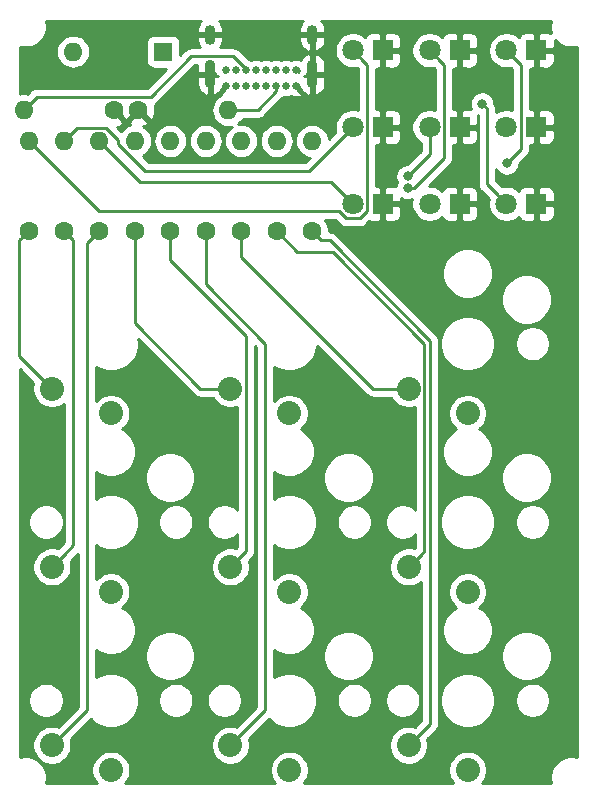
<source format=gbr>
G04 #@! TF.GenerationSoftware,KiCad,Pcbnew,(5.1.0)-1*
G04 #@! TF.CreationDate,2020-10-10T18:43:04-04:00*
G04 #@! TF.ProjectId,switch_tester,73776974-6368-45f7-9465-737465722e6b,rev?*
G04 #@! TF.SameCoordinates,Original*
G04 #@! TF.FileFunction,Copper,L1,Top*
G04 #@! TF.FilePolarity,Positive*
%FSLAX46Y46*%
G04 Gerber Fmt 4.6, Leading zero omitted, Abs format (unit mm)*
G04 Created by KiCad (PCBNEW (5.1.0)-1) date 2020-10-10 18:43:04*
%MOMM*%
%LPD*%
G04 APERTURE LIST*
%ADD10C,1.800000*%
%ADD11R,1.800000X1.800000*%
%ADD12O,1.600000X1.600000*%
%ADD13C,1.600000*%
%ADD14C,0.650000*%
%ADD15O,0.900000X2.400000*%
%ADD16O,0.900000X1.700000*%
%ADD17R,1.600000X1.600000*%
%ADD18C,2.032000*%
%ADD19C,0.800000*%
%ADD20C,0.250000*%
%ADD21C,0.254000*%
G04 APERTURE END LIST*
D10*
X97160000Y-70880000D03*
D11*
X99700000Y-70880000D03*
D12*
X56280000Y-75940000D03*
D13*
X63900000Y-75940000D03*
D12*
X73620000Y-75940000D03*
D13*
X66000000Y-75940000D03*
D14*
X77675000Y-73900000D03*
X79375000Y-73900000D03*
X78525000Y-73900000D03*
X76825000Y-73900000D03*
X75975000Y-73900000D03*
X75125000Y-73900000D03*
X74275000Y-73900000D03*
X73425000Y-73900000D03*
X79375000Y-72575000D03*
X78520000Y-72575000D03*
X77670000Y-72575000D03*
X76820000Y-72575000D03*
X75970000Y-72575000D03*
X75120000Y-72575000D03*
X74270000Y-72575000D03*
X73420000Y-72575000D03*
D15*
X80725000Y-72920000D03*
X72075000Y-72920000D03*
D16*
X80725000Y-69540000D03*
X72075000Y-69540000D03*
D10*
X97160000Y-83880000D03*
D11*
X99700000Y-83880000D03*
D12*
X60480000Y-70990000D03*
D17*
X68100000Y-70990000D03*
D12*
X80700000Y-78550000D03*
D13*
X80700000Y-86170000D03*
D12*
X77700000Y-78550000D03*
D13*
X77700000Y-86170000D03*
D12*
X74700000Y-78550000D03*
D13*
X74700000Y-86170000D03*
D12*
X71700000Y-78550000D03*
D13*
X71700000Y-86170000D03*
D12*
X68700000Y-78550000D03*
D13*
X68700000Y-86170000D03*
D12*
X65700000Y-78550000D03*
D13*
X65700000Y-86170000D03*
D12*
X62700000Y-78550000D03*
D13*
X62700000Y-86170000D03*
D12*
X59700000Y-78550000D03*
D13*
X59700000Y-86170000D03*
D12*
X56700000Y-78550000D03*
D13*
X56700000Y-86170000D03*
D18*
X88880000Y-129712000D03*
X93880000Y-131812000D03*
X88880000Y-114612000D03*
X93880000Y-116712000D03*
X88880000Y-99512000D03*
X93880000Y-101612000D03*
X73780000Y-129712000D03*
X78780000Y-131812000D03*
X73780000Y-114612000D03*
X78780000Y-116712000D03*
X73780000Y-99512000D03*
X78780000Y-101612000D03*
X58680000Y-129712000D03*
X63680000Y-131812000D03*
X58680000Y-114612000D03*
X63680000Y-116712000D03*
X58680000Y-99512000D03*
X63680000Y-101612000D03*
D10*
X97160000Y-77380000D03*
D11*
X99700000Y-77380000D03*
D10*
X90660000Y-83880000D03*
D11*
X93200000Y-83880000D03*
D10*
X90660000Y-77380000D03*
D11*
X93200000Y-77380000D03*
D10*
X90660000Y-70880000D03*
D11*
X93200000Y-70880000D03*
D10*
X84160000Y-83880000D03*
D11*
X86700000Y-83880000D03*
D10*
X84160000Y-77380000D03*
D11*
X86700000Y-77380000D03*
D10*
X84160000Y-70880000D03*
D11*
X86700000Y-70880000D03*
D19*
X88800000Y-82540000D03*
X88800000Y-81539997D03*
X97195000Y-80445000D03*
X95100000Y-75390000D03*
D20*
X56700000Y-78550000D02*
X62670000Y-84520000D01*
X85059999Y-71779999D02*
X84160000Y-70880000D01*
X85385001Y-72105001D02*
X85059999Y-71779999D01*
X85385001Y-84468001D02*
X85385001Y-72105001D01*
X84748001Y-85105001D02*
X85385001Y-84468001D01*
X83571999Y-85105001D02*
X84748001Y-85105001D01*
X82986998Y-84520000D02*
X83571999Y-85105001D01*
X62670000Y-84520000D02*
X82986998Y-84520000D01*
X63240001Y-77424999D02*
X64300000Y-78484998D01*
X59700000Y-78550000D02*
X60825001Y-77424999D01*
X60825001Y-77424999D02*
X63240001Y-77424999D01*
X64300000Y-78815002D02*
X66594998Y-81110000D01*
X64300000Y-78484998D02*
X64300000Y-78815002D01*
X80430000Y-81110000D02*
X84160000Y-77380000D01*
X66594998Y-81110000D02*
X80430000Y-81110000D01*
X62700000Y-78550000D02*
X66140000Y-81990000D01*
X82270000Y-81990000D02*
X84160000Y-83880000D01*
X66140000Y-81990000D02*
X82270000Y-81990000D01*
X91559999Y-71779999D02*
X90660000Y-70880000D01*
X91885001Y-72105001D02*
X91559999Y-71779999D01*
X91885001Y-80020684D02*
X91885001Y-72105001D01*
X89365685Y-82540000D02*
X91885001Y-80020684D01*
X88800000Y-82540000D02*
X89365685Y-82540000D01*
X90660000Y-79679997D02*
X90660000Y-77380000D01*
X88800000Y-81539997D02*
X90660000Y-79679997D01*
X97160000Y-70880000D02*
X98385001Y-72105001D01*
X98385001Y-72105001D02*
X98385001Y-79254999D01*
X98385001Y-79254999D02*
X97195000Y-80445000D01*
X96260001Y-82980001D02*
X97160000Y-83880000D01*
X95499999Y-82219999D02*
X96260001Y-82980001D01*
X95499999Y-75789999D02*
X95499999Y-82219999D01*
X95100000Y-75390000D02*
X95499999Y-75789999D01*
X57664001Y-98496001D02*
X58680000Y-99512000D01*
X55900001Y-96732001D02*
X57664001Y-98496001D01*
X55900001Y-86969999D02*
X55900001Y-96732001D01*
X56700000Y-86170000D02*
X55900001Y-86969999D01*
X59695999Y-113596001D02*
X58680000Y-114612000D01*
X60499999Y-112792001D02*
X59695999Y-113596001D01*
X60499999Y-86969999D02*
X60499999Y-112792001D01*
X59700000Y-86170000D02*
X60499999Y-86969999D01*
X59695999Y-128696001D02*
X58680000Y-129712000D01*
X61640499Y-126751501D02*
X59695999Y-128696001D01*
X61640499Y-87229501D02*
X61640499Y-126751501D01*
X62700000Y-86170000D02*
X61640499Y-87229501D01*
X72343160Y-99512000D02*
X73780000Y-99512000D01*
X71239666Y-99512000D02*
X72343160Y-99512000D01*
X65700000Y-93972334D02*
X71239666Y-99512000D01*
X65700000Y-86170000D02*
X65700000Y-93972334D01*
X74795999Y-113596001D02*
X73780000Y-114612000D01*
X75121001Y-113270999D02*
X74795999Y-113596001D01*
X75121001Y-95071463D02*
X75121001Y-113270999D01*
X68700000Y-88650462D02*
X75121001Y-95071463D01*
X68700000Y-86170000D02*
X68700000Y-88650462D01*
X74795999Y-128696001D02*
X73780000Y-129712000D01*
X76740499Y-126751501D02*
X74795999Y-128696001D01*
X71700000Y-90659002D02*
X76740499Y-95699501D01*
X71700000Y-86170000D02*
X71700000Y-90659002D01*
X76740499Y-95699501D02*
X76740499Y-126751501D01*
X87443160Y-99512000D02*
X88880000Y-99512000D01*
X85828998Y-99512000D02*
X87443160Y-99512000D01*
X74700000Y-88383002D02*
X85828998Y-99512000D01*
X74700000Y-86170000D02*
X74700000Y-88383002D01*
X89895999Y-113596001D02*
X88880000Y-114612000D01*
X90221001Y-113270999D02*
X89895999Y-113596001D01*
X90221001Y-95701999D02*
X90221001Y-113270999D01*
X82456001Y-87936999D02*
X90221001Y-95701999D01*
X79466999Y-87936999D02*
X82456001Y-87936999D01*
X77700000Y-86170000D02*
X79466999Y-87936999D01*
X89895999Y-128696001D02*
X88880000Y-129712000D01*
X90671011Y-127920989D02*
X89895999Y-128696001D01*
X90671011Y-95451011D02*
X90671011Y-127920989D01*
X82189999Y-86969999D02*
X90671011Y-95451011D01*
X81499999Y-86969999D02*
X82189999Y-86969999D01*
X80700000Y-86170000D02*
X81499999Y-86969999D01*
X77675000Y-74359619D02*
X77675000Y-73900000D01*
X76094619Y-75940000D02*
X77675000Y-74359619D01*
X73620000Y-75940000D02*
X76094619Y-75940000D01*
X57405001Y-74814999D02*
X57079999Y-75140001D01*
X57079999Y-75140001D02*
X56280000Y-75940000D01*
X67030003Y-74814999D02*
X57405001Y-74814999D01*
X70450012Y-71394990D02*
X67030003Y-74814999D01*
X74051992Y-71394990D02*
X70450012Y-71394990D01*
X75120000Y-72462998D02*
X74051992Y-71394990D01*
X75120000Y-72575000D02*
X75120000Y-72462998D01*
D21*
G36*
X71243413Y-68431609D02*
G01*
X71121191Y-68607455D01*
X71035624Y-68803767D01*
X70990000Y-69013000D01*
X70990000Y-69413000D01*
X71948000Y-69413000D01*
X71948000Y-69393000D01*
X72202000Y-69393000D01*
X72202000Y-69413000D01*
X73160000Y-69413000D01*
X73160000Y-69013000D01*
X73114376Y-68803767D01*
X73028809Y-68607455D01*
X72906587Y-68431609D01*
X72832301Y-68360000D01*
X79967699Y-68360000D01*
X79893413Y-68431609D01*
X79771191Y-68607455D01*
X79685624Y-68803767D01*
X79640000Y-69013000D01*
X79640000Y-69413000D01*
X80598000Y-69413000D01*
X80598000Y-69393000D01*
X80852000Y-69393000D01*
X80852000Y-69413000D01*
X81810000Y-69413000D01*
X81810000Y-69013000D01*
X81764376Y-68803767D01*
X81678809Y-68607455D01*
X81556587Y-68431609D01*
X81482301Y-68360000D01*
X100945725Y-68360000D01*
X100931675Y-68393919D01*
X100865000Y-68729117D01*
X100865000Y-69070883D01*
X100931675Y-69406081D01*
X100948265Y-69446134D01*
X100844180Y-69390498D01*
X100724482Y-69354188D01*
X100600000Y-69341928D01*
X99985750Y-69345000D01*
X99827000Y-69503750D01*
X99827000Y-70753000D01*
X101076250Y-70753000D01*
X101235000Y-70594250D01*
X101238049Y-69984614D01*
X101252337Y-70005998D01*
X101494002Y-70247663D01*
X101778169Y-70437537D01*
X102093919Y-70568325D01*
X102429117Y-70635000D01*
X102770883Y-70635000D01*
X103106081Y-70568325D01*
X103140000Y-70554275D01*
X103140001Y-130745725D01*
X103106081Y-130731675D01*
X102770883Y-130665000D01*
X102429117Y-130665000D01*
X102093919Y-130731675D01*
X101778169Y-130862463D01*
X101494002Y-131052337D01*
X101252337Y-131294002D01*
X101062463Y-131578169D01*
X100931675Y-131893919D01*
X100865000Y-132229117D01*
X100865000Y-132570883D01*
X100931675Y-132906081D01*
X100945725Y-132940000D01*
X95086866Y-132940000D01*
X95162415Y-132864451D01*
X95343097Y-132594042D01*
X95467553Y-132293579D01*
X95531000Y-131974609D01*
X95531000Y-131649391D01*
X95467553Y-131330421D01*
X95343097Y-131029958D01*
X95162415Y-130759549D01*
X94932451Y-130529585D01*
X94662042Y-130348903D01*
X94361579Y-130224447D01*
X94042609Y-130161000D01*
X93717391Y-130161000D01*
X93398421Y-130224447D01*
X93097958Y-130348903D01*
X92827549Y-130529585D01*
X92597585Y-130759549D01*
X92416903Y-131029958D01*
X92292447Y-131330421D01*
X92229000Y-131649391D01*
X92229000Y-131974609D01*
X92292447Y-132293579D01*
X92416903Y-132594042D01*
X92597585Y-132864451D01*
X92673134Y-132940000D01*
X79986866Y-132940000D01*
X80062415Y-132864451D01*
X80243097Y-132594042D01*
X80367553Y-132293579D01*
X80431000Y-131974609D01*
X80431000Y-131649391D01*
X80367553Y-131330421D01*
X80243097Y-131029958D01*
X80062415Y-130759549D01*
X79832451Y-130529585D01*
X79562042Y-130348903D01*
X79261579Y-130224447D01*
X78942609Y-130161000D01*
X78617391Y-130161000D01*
X78298421Y-130224447D01*
X77997958Y-130348903D01*
X77727549Y-130529585D01*
X77497585Y-130759549D01*
X77316903Y-131029958D01*
X77192447Y-131330421D01*
X77129000Y-131649391D01*
X77129000Y-131974609D01*
X77192447Y-132293579D01*
X77316903Y-132594042D01*
X77497585Y-132864451D01*
X77573134Y-132940000D01*
X64886866Y-132940000D01*
X64962415Y-132864451D01*
X65143097Y-132594042D01*
X65267553Y-132293579D01*
X65331000Y-131974609D01*
X65331000Y-131649391D01*
X65267553Y-131330421D01*
X65143097Y-131029958D01*
X64962415Y-130759549D01*
X64732451Y-130529585D01*
X64462042Y-130348903D01*
X64161579Y-130224447D01*
X63842609Y-130161000D01*
X63517391Y-130161000D01*
X63198421Y-130224447D01*
X62897958Y-130348903D01*
X62627549Y-130529585D01*
X62397585Y-130759549D01*
X62216903Y-131029958D01*
X62092447Y-131330421D01*
X62029000Y-131649391D01*
X62029000Y-131974609D01*
X62092447Y-132293579D01*
X62216903Y-132594042D01*
X62397585Y-132864451D01*
X62473134Y-132940000D01*
X58154275Y-132940000D01*
X58168325Y-132906081D01*
X58235000Y-132570883D01*
X58235000Y-132229117D01*
X58168325Y-131893919D01*
X58037537Y-131578169D01*
X57847663Y-131294002D01*
X57605998Y-131052337D01*
X57321831Y-130862463D01*
X57006081Y-130731675D01*
X56670883Y-130665000D01*
X56329117Y-130665000D01*
X55993919Y-130731675D01*
X55960000Y-130745725D01*
X55960000Y-125765652D01*
X56694100Y-125765652D01*
X56694100Y-126058348D01*
X56751202Y-126345421D01*
X56863212Y-126615838D01*
X57025826Y-126859206D01*
X57232794Y-127066174D01*
X57476162Y-127228788D01*
X57746579Y-127340798D01*
X58033652Y-127397900D01*
X58326348Y-127397900D01*
X58613421Y-127340798D01*
X58883838Y-127228788D01*
X59127206Y-127066174D01*
X59334174Y-126859206D01*
X59496788Y-126615838D01*
X59608798Y-126345421D01*
X59665900Y-126058348D01*
X59665900Y-125765652D01*
X59608798Y-125478579D01*
X59496788Y-125208162D01*
X59334174Y-124964794D01*
X59127206Y-124757826D01*
X58883838Y-124595212D01*
X58613421Y-124483202D01*
X58326348Y-124426100D01*
X58033652Y-124426100D01*
X57746579Y-124483202D01*
X57476162Y-124595212D01*
X57232794Y-124757826D01*
X57025826Y-124964794D01*
X56863212Y-125208162D01*
X56751202Y-125478579D01*
X56694100Y-125765652D01*
X55960000Y-125765652D01*
X55960000Y-110665652D01*
X56694100Y-110665652D01*
X56694100Y-110958348D01*
X56751202Y-111245421D01*
X56863212Y-111515838D01*
X57025826Y-111759206D01*
X57232794Y-111966174D01*
X57476162Y-112128788D01*
X57746579Y-112240798D01*
X58033652Y-112297900D01*
X58326348Y-112297900D01*
X58613421Y-112240798D01*
X58883838Y-112128788D01*
X59127206Y-111966174D01*
X59334174Y-111759206D01*
X59496788Y-111515838D01*
X59608798Y-111245421D01*
X59665900Y-110958348D01*
X59665900Y-110665652D01*
X59608798Y-110378579D01*
X59496788Y-110108162D01*
X59334174Y-109864794D01*
X59127206Y-109657826D01*
X58883838Y-109495212D01*
X58613421Y-109383202D01*
X58326348Y-109326100D01*
X58033652Y-109326100D01*
X57746579Y-109383202D01*
X57476162Y-109495212D01*
X57232794Y-109657826D01*
X57025826Y-109864794D01*
X56863212Y-110108162D01*
X56751202Y-110378579D01*
X56694100Y-110665652D01*
X55960000Y-110665652D01*
X55960000Y-97866801D01*
X57101577Y-99008379D01*
X57092447Y-99030421D01*
X57029000Y-99349391D01*
X57029000Y-99674609D01*
X57092447Y-99993579D01*
X57216903Y-100294042D01*
X57397585Y-100564451D01*
X57627549Y-100794415D01*
X57897958Y-100975097D01*
X58198421Y-101099553D01*
X58517391Y-101163000D01*
X58842609Y-101163000D01*
X59161579Y-101099553D01*
X59462042Y-100975097D01*
X59732451Y-100794415D01*
X59740000Y-100786866D01*
X59740000Y-112477198D01*
X59185001Y-113032198D01*
X59184996Y-113032202D01*
X59183621Y-113033577D01*
X59161579Y-113024447D01*
X58842609Y-112961000D01*
X58517391Y-112961000D01*
X58198421Y-113024447D01*
X57897958Y-113148903D01*
X57627549Y-113329585D01*
X57397585Y-113559549D01*
X57216903Y-113829958D01*
X57092447Y-114130421D01*
X57029000Y-114449391D01*
X57029000Y-114774609D01*
X57092447Y-115093579D01*
X57216903Y-115394042D01*
X57397585Y-115664451D01*
X57627549Y-115894415D01*
X57897958Y-116075097D01*
X58198421Y-116199553D01*
X58517391Y-116263000D01*
X58842609Y-116263000D01*
X59161579Y-116199553D01*
X59462042Y-116075097D01*
X59732451Y-115894415D01*
X59962415Y-115664451D01*
X60143097Y-115394042D01*
X60267553Y-115093579D01*
X60331000Y-114774609D01*
X60331000Y-114449391D01*
X60267553Y-114130421D01*
X60258423Y-114108379D01*
X60259798Y-114107004D01*
X60259802Y-114106999D01*
X60880500Y-113486302D01*
X60880500Y-126436698D01*
X59185001Y-128132198D01*
X59184996Y-128132202D01*
X59183621Y-128133577D01*
X59161579Y-128124447D01*
X58842609Y-128061000D01*
X58517391Y-128061000D01*
X58198421Y-128124447D01*
X57897958Y-128248903D01*
X57627549Y-128429585D01*
X57397585Y-128659549D01*
X57216903Y-128929958D01*
X57092447Y-129230421D01*
X57029000Y-129549391D01*
X57029000Y-129874609D01*
X57092447Y-130193579D01*
X57216903Y-130494042D01*
X57397585Y-130764451D01*
X57627549Y-130994415D01*
X57897958Y-131175097D01*
X58198421Y-131299553D01*
X58517391Y-131363000D01*
X58842609Y-131363000D01*
X59161579Y-131299553D01*
X59462042Y-131175097D01*
X59732451Y-130994415D01*
X59962415Y-130764451D01*
X60143097Y-130494042D01*
X60267553Y-130193579D01*
X60331000Y-129874609D01*
X60331000Y-129549391D01*
X60267553Y-129230421D01*
X60258423Y-129208379D01*
X60259798Y-129207004D01*
X60259802Y-129206999D01*
X61956053Y-127510748D01*
X62182281Y-127736976D01*
X62567095Y-127994100D01*
X62994676Y-128171210D01*
X63448594Y-128261500D01*
X63911406Y-128261500D01*
X64365324Y-128171210D01*
X64792905Y-127994100D01*
X65177719Y-127736976D01*
X65504976Y-127409719D01*
X65762100Y-127024905D01*
X65939210Y-126597324D01*
X66029500Y-126143406D01*
X66029500Y-125765652D01*
X67694100Y-125765652D01*
X67694100Y-126058348D01*
X67751202Y-126345421D01*
X67863212Y-126615838D01*
X68025826Y-126859206D01*
X68232794Y-127066174D01*
X68476162Y-127228788D01*
X68746579Y-127340798D01*
X69033652Y-127397900D01*
X69326348Y-127397900D01*
X69613421Y-127340798D01*
X69883838Y-127228788D01*
X70127206Y-127066174D01*
X70334174Y-126859206D01*
X70496788Y-126615838D01*
X70608798Y-126345421D01*
X70665900Y-126058348D01*
X70665900Y-125765652D01*
X71794100Y-125765652D01*
X71794100Y-126058348D01*
X71851202Y-126345421D01*
X71963212Y-126615838D01*
X72125826Y-126859206D01*
X72332794Y-127066174D01*
X72576162Y-127228788D01*
X72846579Y-127340798D01*
X73133652Y-127397900D01*
X73426348Y-127397900D01*
X73713421Y-127340798D01*
X73983838Y-127228788D01*
X74227206Y-127066174D01*
X74434174Y-126859206D01*
X74596788Y-126615838D01*
X74708798Y-126345421D01*
X74765900Y-126058348D01*
X74765900Y-125765652D01*
X74708798Y-125478579D01*
X74596788Y-125208162D01*
X74434174Y-124964794D01*
X74227206Y-124757826D01*
X73983838Y-124595212D01*
X73713421Y-124483202D01*
X73426348Y-124426100D01*
X73133652Y-124426100D01*
X72846579Y-124483202D01*
X72576162Y-124595212D01*
X72332794Y-124757826D01*
X72125826Y-124964794D01*
X71963212Y-125208162D01*
X71851202Y-125478579D01*
X71794100Y-125765652D01*
X70665900Y-125765652D01*
X70608798Y-125478579D01*
X70496788Y-125208162D01*
X70334174Y-124964794D01*
X70127206Y-124757826D01*
X69883838Y-124595212D01*
X69613421Y-124483202D01*
X69326348Y-124426100D01*
X69033652Y-124426100D01*
X68746579Y-124483202D01*
X68476162Y-124595212D01*
X68232794Y-124757826D01*
X68025826Y-124964794D01*
X67863212Y-125208162D01*
X67751202Y-125478579D01*
X67694100Y-125765652D01*
X66029500Y-125765652D01*
X66029500Y-125680594D01*
X65939210Y-125226676D01*
X65762100Y-124799095D01*
X65504976Y-124414281D01*
X65177719Y-124087024D01*
X64792905Y-123829900D01*
X64365324Y-123652790D01*
X63911406Y-123562500D01*
X63448594Y-123562500D01*
X62994676Y-123652790D01*
X62567095Y-123829900D01*
X62400499Y-123941216D01*
X62400499Y-121674807D01*
X62668698Y-121854012D01*
X63057244Y-122014953D01*
X63469721Y-122097000D01*
X63890279Y-122097000D01*
X64302756Y-122014953D01*
X64455411Y-121951721D01*
X66545000Y-121951721D01*
X66545000Y-122372279D01*
X66627047Y-122784756D01*
X66787988Y-123173302D01*
X67021637Y-123522983D01*
X67319017Y-123820363D01*
X67668698Y-124054012D01*
X68057244Y-124214953D01*
X68469721Y-124297000D01*
X68890279Y-124297000D01*
X69302756Y-124214953D01*
X69691302Y-124054012D01*
X70040983Y-123820363D01*
X70338363Y-123522983D01*
X70572012Y-123173302D01*
X70732953Y-122784756D01*
X70815000Y-122372279D01*
X70815000Y-121951721D01*
X70732953Y-121539244D01*
X70572012Y-121150698D01*
X70338363Y-120801017D01*
X70040983Y-120503637D01*
X69691302Y-120269988D01*
X69302756Y-120109047D01*
X68890279Y-120027000D01*
X68469721Y-120027000D01*
X68057244Y-120109047D01*
X67668698Y-120269988D01*
X67319017Y-120503637D01*
X67021637Y-120801017D01*
X66787988Y-121150698D01*
X66627047Y-121539244D01*
X66545000Y-121951721D01*
X64455411Y-121951721D01*
X64691302Y-121854012D01*
X65040983Y-121620363D01*
X65338363Y-121322983D01*
X65572012Y-120973302D01*
X65732953Y-120584756D01*
X65815000Y-120172279D01*
X65815000Y-119751721D01*
X65732953Y-119339244D01*
X65572012Y-118950698D01*
X65338363Y-118601017D01*
X65040983Y-118303637D01*
X64691302Y-118069988D01*
X64646884Y-118051589D01*
X64732451Y-117994415D01*
X64962415Y-117764451D01*
X65143097Y-117494042D01*
X65267553Y-117193579D01*
X65331000Y-116874609D01*
X65331000Y-116549391D01*
X65267553Y-116230421D01*
X65143097Y-115929958D01*
X64962415Y-115659549D01*
X64732451Y-115429585D01*
X64462042Y-115248903D01*
X64161579Y-115124447D01*
X63842609Y-115061000D01*
X63517391Y-115061000D01*
X63198421Y-115124447D01*
X62897958Y-115248903D01*
X62627549Y-115429585D01*
X62400499Y-115656635D01*
X62400499Y-112782784D01*
X62567095Y-112894100D01*
X62994676Y-113071210D01*
X63448594Y-113161500D01*
X63911406Y-113161500D01*
X64365324Y-113071210D01*
X64792905Y-112894100D01*
X65177719Y-112636976D01*
X65504976Y-112309719D01*
X65762100Y-111924905D01*
X65939210Y-111497324D01*
X66029500Y-111043406D01*
X66029500Y-110665652D01*
X67694100Y-110665652D01*
X67694100Y-110958348D01*
X67751202Y-111245421D01*
X67863212Y-111515838D01*
X68025826Y-111759206D01*
X68232794Y-111966174D01*
X68476162Y-112128788D01*
X68746579Y-112240798D01*
X69033652Y-112297900D01*
X69326348Y-112297900D01*
X69613421Y-112240798D01*
X69883838Y-112128788D01*
X70127206Y-111966174D01*
X70334174Y-111759206D01*
X70496788Y-111515838D01*
X70608798Y-111245421D01*
X70665900Y-110958348D01*
X70665900Y-110665652D01*
X70608798Y-110378579D01*
X70496788Y-110108162D01*
X70334174Y-109864794D01*
X70127206Y-109657826D01*
X69883838Y-109495212D01*
X69613421Y-109383202D01*
X69326348Y-109326100D01*
X69033652Y-109326100D01*
X68746579Y-109383202D01*
X68476162Y-109495212D01*
X68232794Y-109657826D01*
X68025826Y-109864794D01*
X67863212Y-110108162D01*
X67751202Y-110378579D01*
X67694100Y-110665652D01*
X66029500Y-110665652D01*
X66029500Y-110580594D01*
X65939210Y-110126676D01*
X65762100Y-109699095D01*
X65504976Y-109314281D01*
X65177719Y-108987024D01*
X64792905Y-108729900D01*
X64365324Y-108552790D01*
X63911406Y-108462500D01*
X63448594Y-108462500D01*
X62994676Y-108552790D01*
X62567095Y-108729900D01*
X62400499Y-108841216D01*
X62400499Y-106574807D01*
X62668698Y-106754012D01*
X63057244Y-106914953D01*
X63469721Y-106997000D01*
X63890279Y-106997000D01*
X64302756Y-106914953D01*
X64455411Y-106851721D01*
X66545000Y-106851721D01*
X66545000Y-107272279D01*
X66627047Y-107684756D01*
X66787988Y-108073302D01*
X67021637Y-108422983D01*
X67319017Y-108720363D01*
X67668698Y-108954012D01*
X68057244Y-109114953D01*
X68469721Y-109197000D01*
X68890279Y-109197000D01*
X69302756Y-109114953D01*
X69691302Y-108954012D01*
X70040983Y-108720363D01*
X70338363Y-108422983D01*
X70572012Y-108073302D01*
X70732953Y-107684756D01*
X70815000Y-107272279D01*
X70815000Y-106851721D01*
X70732953Y-106439244D01*
X70572012Y-106050698D01*
X70338363Y-105701017D01*
X70040983Y-105403637D01*
X69691302Y-105169988D01*
X69302756Y-105009047D01*
X68890279Y-104927000D01*
X68469721Y-104927000D01*
X68057244Y-105009047D01*
X67668698Y-105169988D01*
X67319017Y-105403637D01*
X67021637Y-105701017D01*
X66787988Y-106050698D01*
X66627047Y-106439244D01*
X66545000Y-106851721D01*
X64455411Y-106851721D01*
X64691302Y-106754012D01*
X65040983Y-106520363D01*
X65338363Y-106222983D01*
X65572012Y-105873302D01*
X65732953Y-105484756D01*
X65815000Y-105072279D01*
X65815000Y-104651721D01*
X65732953Y-104239244D01*
X65572012Y-103850698D01*
X65338363Y-103501017D01*
X65040983Y-103203637D01*
X64691302Y-102969988D01*
X64646884Y-102951589D01*
X64732451Y-102894415D01*
X64962415Y-102664451D01*
X65143097Y-102394042D01*
X65267553Y-102093579D01*
X65331000Y-101774609D01*
X65331000Y-101449391D01*
X65267553Y-101130421D01*
X65143097Y-100829958D01*
X64962415Y-100559549D01*
X64732451Y-100329585D01*
X64462042Y-100148903D01*
X64161579Y-100024447D01*
X63842609Y-99961000D01*
X63517391Y-99961000D01*
X63198421Y-100024447D01*
X62897958Y-100148903D01*
X62627549Y-100329585D01*
X62400499Y-100556635D01*
X62400499Y-97682784D01*
X62567095Y-97794100D01*
X62994676Y-97971210D01*
X63448594Y-98061500D01*
X63911406Y-98061500D01*
X64365324Y-97971210D01*
X64792905Y-97794100D01*
X65177719Y-97536976D01*
X65504976Y-97209719D01*
X65762100Y-96824905D01*
X65939210Y-96397324D01*
X66029500Y-95943406D01*
X66029500Y-95480594D01*
X66003687Y-95350822D01*
X70675867Y-100023003D01*
X70699665Y-100052001D01*
X70815390Y-100146974D01*
X70947419Y-100217546D01*
X71090680Y-100261003D01*
X71202333Y-100272000D01*
X71202341Y-100272000D01*
X71239666Y-100275676D01*
X71276991Y-100272000D01*
X72307773Y-100272000D01*
X72316903Y-100294042D01*
X72497585Y-100564451D01*
X72727549Y-100794415D01*
X72997958Y-100975097D01*
X73298421Y-101099553D01*
X73617391Y-101163000D01*
X73942609Y-101163000D01*
X74261579Y-101099553D01*
X74361001Y-101058371D01*
X74361002Y-109791622D01*
X74227206Y-109657826D01*
X73983838Y-109495212D01*
X73713421Y-109383202D01*
X73426348Y-109326100D01*
X73133652Y-109326100D01*
X72846579Y-109383202D01*
X72576162Y-109495212D01*
X72332794Y-109657826D01*
X72125826Y-109864794D01*
X71963212Y-110108162D01*
X71851202Y-110378579D01*
X71794100Y-110665652D01*
X71794100Y-110958348D01*
X71851202Y-111245421D01*
X71963212Y-111515838D01*
X72125826Y-111759206D01*
X72332794Y-111966174D01*
X72576162Y-112128788D01*
X72846579Y-112240798D01*
X73133652Y-112297900D01*
X73426348Y-112297900D01*
X73713421Y-112240798D01*
X73983838Y-112128788D01*
X74227206Y-111966174D01*
X74361002Y-111832378D01*
X74361002Y-112956197D01*
X74285002Y-113032197D01*
X74284996Y-113032202D01*
X74283621Y-113033577D01*
X74261579Y-113024447D01*
X73942609Y-112961000D01*
X73617391Y-112961000D01*
X73298421Y-113024447D01*
X72997958Y-113148903D01*
X72727549Y-113329585D01*
X72497585Y-113559549D01*
X72316903Y-113829958D01*
X72192447Y-114130421D01*
X72129000Y-114449391D01*
X72129000Y-114774609D01*
X72192447Y-115093579D01*
X72316903Y-115394042D01*
X72497585Y-115664451D01*
X72727549Y-115894415D01*
X72997958Y-116075097D01*
X73298421Y-116199553D01*
X73617391Y-116263000D01*
X73942609Y-116263000D01*
X74261579Y-116199553D01*
X74562042Y-116075097D01*
X74832451Y-115894415D01*
X75062415Y-115664451D01*
X75243097Y-115394042D01*
X75367553Y-115093579D01*
X75431000Y-114774609D01*
X75431000Y-114449391D01*
X75367553Y-114130421D01*
X75358423Y-114108379D01*
X75359798Y-114107004D01*
X75359803Y-114106998D01*
X75631998Y-113834803D01*
X75661002Y-113811000D01*
X75755975Y-113695275D01*
X75826547Y-113563246D01*
X75870004Y-113419985D01*
X75881001Y-113308332D01*
X75881001Y-113308323D01*
X75884677Y-113271000D01*
X75881001Y-113233677D01*
X75881001Y-95914805D01*
X75980499Y-96014303D01*
X75980500Y-126436698D01*
X74285001Y-128132198D01*
X74284996Y-128132202D01*
X74283621Y-128133577D01*
X74261579Y-128124447D01*
X73942609Y-128061000D01*
X73617391Y-128061000D01*
X73298421Y-128124447D01*
X72997958Y-128248903D01*
X72727549Y-128429585D01*
X72497585Y-128659549D01*
X72316903Y-128929958D01*
X72192447Y-129230421D01*
X72129000Y-129549391D01*
X72129000Y-129874609D01*
X72192447Y-130193579D01*
X72316903Y-130494042D01*
X72497585Y-130764451D01*
X72727549Y-130994415D01*
X72997958Y-131175097D01*
X73298421Y-131299553D01*
X73617391Y-131363000D01*
X73942609Y-131363000D01*
X74261579Y-131299553D01*
X74562042Y-131175097D01*
X74832451Y-130994415D01*
X75062415Y-130764451D01*
X75243097Y-130494042D01*
X75367553Y-130193579D01*
X75431000Y-129874609D01*
X75431000Y-129549391D01*
X75367553Y-129230421D01*
X75358423Y-129208379D01*
X75359798Y-129207004D01*
X75359802Y-129206999D01*
X77056053Y-127510748D01*
X77282281Y-127736976D01*
X77667095Y-127994100D01*
X78094676Y-128171210D01*
X78548594Y-128261500D01*
X79011406Y-128261500D01*
X79465324Y-128171210D01*
X79892905Y-127994100D01*
X80277719Y-127736976D01*
X80604976Y-127409719D01*
X80862100Y-127024905D01*
X81039210Y-126597324D01*
X81129500Y-126143406D01*
X81129500Y-125765652D01*
X82794100Y-125765652D01*
X82794100Y-126058348D01*
X82851202Y-126345421D01*
X82963212Y-126615838D01*
X83125826Y-126859206D01*
X83332794Y-127066174D01*
X83576162Y-127228788D01*
X83846579Y-127340798D01*
X84133652Y-127397900D01*
X84426348Y-127397900D01*
X84713421Y-127340798D01*
X84983838Y-127228788D01*
X85227206Y-127066174D01*
X85434174Y-126859206D01*
X85596788Y-126615838D01*
X85708798Y-126345421D01*
X85765900Y-126058348D01*
X85765900Y-125765652D01*
X86894100Y-125765652D01*
X86894100Y-126058348D01*
X86951202Y-126345421D01*
X87063212Y-126615838D01*
X87225826Y-126859206D01*
X87432794Y-127066174D01*
X87676162Y-127228788D01*
X87946579Y-127340798D01*
X88233652Y-127397900D01*
X88526348Y-127397900D01*
X88813421Y-127340798D01*
X89083838Y-127228788D01*
X89327206Y-127066174D01*
X89534174Y-126859206D01*
X89696788Y-126615838D01*
X89808798Y-126345421D01*
X89865900Y-126058348D01*
X89865900Y-125765652D01*
X89808798Y-125478579D01*
X89696788Y-125208162D01*
X89534174Y-124964794D01*
X89327206Y-124757826D01*
X89083838Y-124595212D01*
X88813421Y-124483202D01*
X88526348Y-124426100D01*
X88233652Y-124426100D01*
X87946579Y-124483202D01*
X87676162Y-124595212D01*
X87432794Y-124757826D01*
X87225826Y-124964794D01*
X87063212Y-125208162D01*
X86951202Y-125478579D01*
X86894100Y-125765652D01*
X85765900Y-125765652D01*
X85708798Y-125478579D01*
X85596788Y-125208162D01*
X85434174Y-124964794D01*
X85227206Y-124757826D01*
X84983838Y-124595212D01*
X84713421Y-124483202D01*
X84426348Y-124426100D01*
X84133652Y-124426100D01*
X83846579Y-124483202D01*
X83576162Y-124595212D01*
X83332794Y-124757826D01*
X83125826Y-124964794D01*
X82963212Y-125208162D01*
X82851202Y-125478579D01*
X82794100Y-125765652D01*
X81129500Y-125765652D01*
X81129500Y-125680594D01*
X81039210Y-125226676D01*
X80862100Y-124799095D01*
X80604976Y-124414281D01*
X80277719Y-124087024D01*
X79892905Y-123829900D01*
X79465324Y-123652790D01*
X79011406Y-123562500D01*
X78548594Y-123562500D01*
X78094676Y-123652790D01*
X77667095Y-123829900D01*
X77500499Y-123941216D01*
X77500499Y-121674807D01*
X77768698Y-121854012D01*
X78157244Y-122014953D01*
X78569721Y-122097000D01*
X78990279Y-122097000D01*
X79402756Y-122014953D01*
X79555411Y-121951721D01*
X81645000Y-121951721D01*
X81645000Y-122372279D01*
X81727047Y-122784756D01*
X81887988Y-123173302D01*
X82121637Y-123522983D01*
X82419017Y-123820363D01*
X82768698Y-124054012D01*
X83157244Y-124214953D01*
X83569721Y-124297000D01*
X83990279Y-124297000D01*
X84402756Y-124214953D01*
X84791302Y-124054012D01*
X85140983Y-123820363D01*
X85438363Y-123522983D01*
X85672012Y-123173302D01*
X85832953Y-122784756D01*
X85915000Y-122372279D01*
X85915000Y-121951721D01*
X85832953Y-121539244D01*
X85672012Y-121150698D01*
X85438363Y-120801017D01*
X85140983Y-120503637D01*
X84791302Y-120269988D01*
X84402756Y-120109047D01*
X83990279Y-120027000D01*
X83569721Y-120027000D01*
X83157244Y-120109047D01*
X82768698Y-120269988D01*
X82419017Y-120503637D01*
X82121637Y-120801017D01*
X81887988Y-121150698D01*
X81727047Y-121539244D01*
X81645000Y-121951721D01*
X79555411Y-121951721D01*
X79791302Y-121854012D01*
X80140983Y-121620363D01*
X80438363Y-121322983D01*
X80672012Y-120973302D01*
X80832953Y-120584756D01*
X80915000Y-120172279D01*
X80915000Y-119751721D01*
X80832953Y-119339244D01*
X80672012Y-118950698D01*
X80438363Y-118601017D01*
X80140983Y-118303637D01*
X79791302Y-118069988D01*
X79746884Y-118051589D01*
X79832451Y-117994415D01*
X80062415Y-117764451D01*
X80243097Y-117494042D01*
X80367553Y-117193579D01*
X80431000Y-116874609D01*
X80431000Y-116549391D01*
X80367553Y-116230421D01*
X80243097Y-115929958D01*
X80062415Y-115659549D01*
X79832451Y-115429585D01*
X79562042Y-115248903D01*
X79261579Y-115124447D01*
X78942609Y-115061000D01*
X78617391Y-115061000D01*
X78298421Y-115124447D01*
X77997958Y-115248903D01*
X77727549Y-115429585D01*
X77500499Y-115656635D01*
X77500499Y-112782784D01*
X77667095Y-112894100D01*
X78094676Y-113071210D01*
X78548594Y-113161500D01*
X79011406Y-113161500D01*
X79465324Y-113071210D01*
X79892905Y-112894100D01*
X80277719Y-112636976D01*
X80604976Y-112309719D01*
X80862100Y-111924905D01*
X81039210Y-111497324D01*
X81129500Y-111043406D01*
X81129500Y-110665652D01*
X82794100Y-110665652D01*
X82794100Y-110958348D01*
X82851202Y-111245421D01*
X82963212Y-111515838D01*
X83125826Y-111759206D01*
X83332794Y-111966174D01*
X83576162Y-112128788D01*
X83846579Y-112240798D01*
X84133652Y-112297900D01*
X84426348Y-112297900D01*
X84713421Y-112240798D01*
X84983838Y-112128788D01*
X85227206Y-111966174D01*
X85434174Y-111759206D01*
X85596788Y-111515838D01*
X85708798Y-111245421D01*
X85765900Y-110958348D01*
X85765900Y-110665652D01*
X85708798Y-110378579D01*
X85596788Y-110108162D01*
X85434174Y-109864794D01*
X85227206Y-109657826D01*
X84983838Y-109495212D01*
X84713421Y-109383202D01*
X84426348Y-109326100D01*
X84133652Y-109326100D01*
X83846579Y-109383202D01*
X83576162Y-109495212D01*
X83332794Y-109657826D01*
X83125826Y-109864794D01*
X82963212Y-110108162D01*
X82851202Y-110378579D01*
X82794100Y-110665652D01*
X81129500Y-110665652D01*
X81129500Y-110580594D01*
X81039210Y-110126676D01*
X80862100Y-109699095D01*
X80604976Y-109314281D01*
X80277719Y-108987024D01*
X79892905Y-108729900D01*
X79465324Y-108552790D01*
X79011406Y-108462500D01*
X78548594Y-108462500D01*
X78094676Y-108552790D01*
X77667095Y-108729900D01*
X77500499Y-108841216D01*
X77500499Y-106574807D01*
X77768698Y-106754012D01*
X78157244Y-106914953D01*
X78569721Y-106997000D01*
X78990279Y-106997000D01*
X79402756Y-106914953D01*
X79555411Y-106851721D01*
X81645000Y-106851721D01*
X81645000Y-107272279D01*
X81727047Y-107684756D01*
X81887988Y-108073302D01*
X82121637Y-108422983D01*
X82419017Y-108720363D01*
X82768698Y-108954012D01*
X83157244Y-109114953D01*
X83569721Y-109197000D01*
X83990279Y-109197000D01*
X84402756Y-109114953D01*
X84791302Y-108954012D01*
X85140983Y-108720363D01*
X85438363Y-108422983D01*
X85672012Y-108073302D01*
X85832953Y-107684756D01*
X85915000Y-107272279D01*
X85915000Y-106851721D01*
X85832953Y-106439244D01*
X85672012Y-106050698D01*
X85438363Y-105701017D01*
X85140983Y-105403637D01*
X84791302Y-105169988D01*
X84402756Y-105009047D01*
X83990279Y-104927000D01*
X83569721Y-104927000D01*
X83157244Y-105009047D01*
X82768698Y-105169988D01*
X82419017Y-105403637D01*
X82121637Y-105701017D01*
X81887988Y-106050698D01*
X81727047Y-106439244D01*
X81645000Y-106851721D01*
X79555411Y-106851721D01*
X79791302Y-106754012D01*
X80140983Y-106520363D01*
X80438363Y-106222983D01*
X80672012Y-105873302D01*
X80832953Y-105484756D01*
X80915000Y-105072279D01*
X80915000Y-104651721D01*
X80832953Y-104239244D01*
X80672012Y-103850698D01*
X80438363Y-103501017D01*
X80140983Y-103203637D01*
X79791302Y-102969988D01*
X79746884Y-102951589D01*
X79832451Y-102894415D01*
X80062415Y-102664451D01*
X80243097Y-102394042D01*
X80367553Y-102093579D01*
X80431000Y-101774609D01*
X80431000Y-101449391D01*
X80367553Y-101130421D01*
X80243097Y-100829958D01*
X80062415Y-100559549D01*
X79832451Y-100329585D01*
X79562042Y-100148903D01*
X79261579Y-100024447D01*
X78942609Y-99961000D01*
X78617391Y-99961000D01*
X78298421Y-100024447D01*
X77997958Y-100148903D01*
X77727549Y-100329585D01*
X77500499Y-100556635D01*
X77500499Y-97682784D01*
X77667095Y-97794100D01*
X78094676Y-97971210D01*
X78548594Y-98061500D01*
X79011406Y-98061500D01*
X79465324Y-97971210D01*
X79892905Y-97794100D01*
X80277719Y-97536976D01*
X80604976Y-97209719D01*
X80862100Y-96824905D01*
X81039210Y-96397324D01*
X81129500Y-95943406D01*
X81129500Y-95887304D01*
X85265199Y-100023003D01*
X85288997Y-100052001D01*
X85317995Y-100075799D01*
X85404721Y-100146974D01*
X85536751Y-100217546D01*
X85680012Y-100261003D01*
X85791665Y-100272000D01*
X85791675Y-100272000D01*
X85828998Y-100275676D01*
X85866321Y-100272000D01*
X87407773Y-100272000D01*
X87416903Y-100294042D01*
X87597585Y-100564451D01*
X87827549Y-100794415D01*
X88097958Y-100975097D01*
X88398421Y-101099553D01*
X88717391Y-101163000D01*
X89042609Y-101163000D01*
X89361579Y-101099553D01*
X89461001Y-101058371D01*
X89461002Y-109791622D01*
X89327206Y-109657826D01*
X89083838Y-109495212D01*
X88813421Y-109383202D01*
X88526348Y-109326100D01*
X88233652Y-109326100D01*
X87946579Y-109383202D01*
X87676162Y-109495212D01*
X87432794Y-109657826D01*
X87225826Y-109864794D01*
X87063212Y-110108162D01*
X86951202Y-110378579D01*
X86894100Y-110665652D01*
X86894100Y-110958348D01*
X86951202Y-111245421D01*
X87063212Y-111515838D01*
X87225826Y-111759206D01*
X87432794Y-111966174D01*
X87676162Y-112128788D01*
X87946579Y-112240798D01*
X88233652Y-112297900D01*
X88526348Y-112297900D01*
X88813421Y-112240798D01*
X89083838Y-112128788D01*
X89327206Y-111966174D01*
X89461002Y-111832378D01*
X89461002Y-112956197D01*
X89385002Y-113032197D01*
X89384996Y-113032202D01*
X89383621Y-113033577D01*
X89361579Y-113024447D01*
X89042609Y-112961000D01*
X88717391Y-112961000D01*
X88398421Y-113024447D01*
X88097958Y-113148903D01*
X87827549Y-113329585D01*
X87597585Y-113559549D01*
X87416903Y-113829958D01*
X87292447Y-114130421D01*
X87229000Y-114449391D01*
X87229000Y-114774609D01*
X87292447Y-115093579D01*
X87416903Y-115394042D01*
X87597585Y-115664451D01*
X87827549Y-115894415D01*
X88097958Y-116075097D01*
X88398421Y-116199553D01*
X88717391Y-116263000D01*
X89042609Y-116263000D01*
X89361579Y-116199553D01*
X89662042Y-116075097D01*
X89911012Y-115908740D01*
X89911012Y-127606186D01*
X89385001Y-128132198D01*
X89384996Y-128132202D01*
X89383621Y-128133577D01*
X89361579Y-128124447D01*
X89042609Y-128061000D01*
X88717391Y-128061000D01*
X88398421Y-128124447D01*
X88097958Y-128248903D01*
X87827549Y-128429585D01*
X87597585Y-128659549D01*
X87416903Y-128929958D01*
X87292447Y-129230421D01*
X87229000Y-129549391D01*
X87229000Y-129874609D01*
X87292447Y-130193579D01*
X87416903Y-130494042D01*
X87597585Y-130764451D01*
X87827549Y-130994415D01*
X88097958Y-131175097D01*
X88398421Y-131299553D01*
X88717391Y-131363000D01*
X89042609Y-131363000D01*
X89361579Y-131299553D01*
X89662042Y-131175097D01*
X89932451Y-130994415D01*
X90162415Y-130764451D01*
X90343097Y-130494042D01*
X90467553Y-130193579D01*
X90531000Y-129874609D01*
X90531000Y-129549391D01*
X90467553Y-129230421D01*
X90458423Y-129208379D01*
X90459798Y-129207004D01*
X90459802Y-129206999D01*
X91182019Y-128484784D01*
X91211012Y-128460990D01*
X91234806Y-128431997D01*
X91234810Y-128431993D01*
X91305984Y-128345266D01*
X91305985Y-128345265D01*
X91376557Y-128213236D01*
X91420014Y-128069975D01*
X91431011Y-127958322D01*
X91431011Y-127958313D01*
X91434687Y-127920990D01*
X91431011Y-127883667D01*
X91431011Y-125680594D01*
X91530500Y-125680594D01*
X91530500Y-126143406D01*
X91620790Y-126597324D01*
X91797900Y-127024905D01*
X92055024Y-127409719D01*
X92382281Y-127736976D01*
X92767095Y-127994100D01*
X93194676Y-128171210D01*
X93648594Y-128261500D01*
X94111406Y-128261500D01*
X94565324Y-128171210D01*
X94992905Y-127994100D01*
X95377719Y-127736976D01*
X95704976Y-127409719D01*
X95962100Y-127024905D01*
X96139210Y-126597324D01*
X96229500Y-126143406D01*
X96229500Y-125765652D01*
X97894100Y-125765652D01*
X97894100Y-126058348D01*
X97951202Y-126345421D01*
X98063212Y-126615838D01*
X98225826Y-126859206D01*
X98432794Y-127066174D01*
X98676162Y-127228788D01*
X98946579Y-127340798D01*
X99233652Y-127397900D01*
X99526348Y-127397900D01*
X99813421Y-127340798D01*
X100083838Y-127228788D01*
X100327206Y-127066174D01*
X100534174Y-126859206D01*
X100696788Y-126615838D01*
X100808798Y-126345421D01*
X100865900Y-126058348D01*
X100865900Y-125765652D01*
X100808798Y-125478579D01*
X100696788Y-125208162D01*
X100534174Y-124964794D01*
X100327206Y-124757826D01*
X100083838Y-124595212D01*
X99813421Y-124483202D01*
X99526348Y-124426100D01*
X99233652Y-124426100D01*
X98946579Y-124483202D01*
X98676162Y-124595212D01*
X98432794Y-124757826D01*
X98225826Y-124964794D01*
X98063212Y-125208162D01*
X97951202Y-125478579D01*
X97894100Y-125765652D01*
X96229500Y-125765652D01*
X96229500Y-125680594D01*
X96139210Y-125226676D01*
X95962100Y-124799095D01*
X95704976Y-124414281D01*
X95377719Y-124087024D01*
X94992905Y-123829900D01*
X94565324Y-123652790D01*
X94111406Y-123562500D01*
X93648594Y-123562500D01*
X93194676Y-123652790D01*
X92767095Y-123829900D01*
X92382281Y-124087024D01*
X92055024Y-124414281D01*
X91797900Y-124799095D01*
X91620790Y-125226676D01*
X91530500Y-125680594D01*
X91431011Y-125680594D01*
X91431011Y-119751721D01*
X91745000Y-119751721D01*
X91745000Y-120172279D01*
X91827047Y-120584756D01*
X91987988Y-120973302D01*
X92221637Y-121322983D01*
X92519017Y-121620363D01*
X92868698Y-121854012D01*
X93257244Y-122014953D01*
X93669721Y-122097000D01*
X94090279Y-122097000D01*
X94502756Y-122014953D01*
X94655411Y-121951721D01*
X96745000Y-121951721D01*
X96745000Y-122372279D01*
X96827047Y-122784756D01*
X96987988Y-123173302D01*
X97221637Y-123522983D01*
X97519017Y-123820363D01*
X97868698Y-124054012D01*
X98257244Y-124214953D01*
X98669721Y-124297000D01*
X99090279Y-124297000D01*
X99502756Y-124214953D01*
X99891302Y-124054012D01*
X100240983Y-123820363D01*
X100538363Y-123522983D01*
X100772012Y-123173302D01*
X100932953Y-122784756D01*
X101015000Y-122372279D01*
X101015000Y-121951721D01*
X100932953Y-121539244D01*
X100772012Y-121150698D01*
X100538363Y-120801017D01*
X100240983Y-120503637D01*
X99891302Y-120269988D01*
X99502756Y-120109047D01*
X99090279Y-120027000D01*
X98669721Y-120027000D01*
X98257244Y-120109047D01*
X97868698Y-120269988D01*
X97519017Y-120503637D01*
X97221637Y-120801017D01*
X96987988Y-121150698D01*
X96827047Y-121539244D01*
X96745000Y-121951721D01*
X94655411Y-121951721D01*
X94891302Y-121854012D01*
X95240983Y-121620363D01*
X95538363Y-121322983D01*
X95772012Y-120973302D01*
X95932953Y-120584756D01*
X96015000Y-120172279D01*
X96015000Y-119751721D01*
X95932953Y-119339244D01*
X95772012Y-118950698D01*
X95538363Y-118601017D01*
X95240983Y-118303637D01*
X94891302Y-118069988D01*
X94846884Y-118051589D01*
X94932451Y-117994415D01*
X95162415Y-117764451D01*
X95343097Y-117494042D01*
X95467553Y-117193579D01*
X95531000Y-116874609D01*
X95531000Y-116549391D01*
X95467553Y-116230421D01*
X95343097Y-115929958D01*
X95162415Y-115659549D01*
X94932451Y-115429585D01*
X94662042Y-115248903D01*
X94361579Y-115124447D01*
X94042609Y-115061000D01*
X93717391Y-115061000D01*
X93398421Y-115124447D01*
X93097958Y-115248903D01*
X92827549Y-115429585D01*
X92597585Y-115659549D01*
X92416903Y-115929958D01*
X92292447Y-116230421D01*
X92229000Y-116549391D01*
X92229000Y-116874609D01*
X92292447Y-117193579D01*
X92416903Y-117494042D01*
X92597585Y-117764451D01*
X92827549Y-117994415D01*
X92913116Y-118051589D01*
X92868698Y-118069988D01*
X92519017Y-118303637D01*
X92221637Y-118601017D01*
X91987988Y-118950698D01*
X91827047Y-119339244D01*
X91745000Y-119751721D01*
X91431011Y-119751721D01*
X91431011Y-110580594D01*
X91530500Y-110580594D01*
X91530500Y-111043406D01*
X91620790Y-111497324D01*
X91797900Y-111924905D01*
X92055024Y-112309719D01*
X92382281Y-112636976D01*
X92767095Y-112894100D01*
X93194676Y-113071210D01*
X93648594Y-113161500D01*
X94111406Y-113161500D01*
X94565324Y-113071210D01*
X94992905Y-112894100D01*
X95377719Y-112636976D01*
X95704976Y-112309719D01*
X95962100Y-111924905D01*
X96139210Y-111497324D01*
X96229500Y-111043406D01*
X96229500Y-110665652D01*
X97894100Y-110665652D01*
X97894100Y-110958348D01*
X97951202Y-111245421D01*
X98063212Y-111515838D01*
X98225826Y-111759206D01*
X98432794Y-111966174D01*
X98676162Y-112128788D01*
X98946579Y-112240798D01*
X99233652Y-112297900D01*
X99526348Y-112297900D01*
X99813421Y-112240798D01*
X100083838Y-112128788D01*
X100327206Y-111966174D01*
X100534174Y-111759206D01*
X100696788Y-111515838D01*
X100808798Y-111245421D01*
X100865900Y-110958348D01*
X100865900Y-110665652D01*
X100808798Y-110378579D01*
X100696788Y-110108162D01*
X100534174Y-109864794D01*
X100327206Y-109657826D01*
X100083838Y-109495212D01*
X99813421Y-109383202D01*
X99526348Y-109326100D01*
X99233652Y-109326100D01*
X98946579Y-109383202D01*
X98676162Y-109495212D01*
X98432794Y-109657826D01*
X98225826Y-109864794D01*
X98063212Y-110108162D01*
X97951202Y-110378579D01*
X97894100Y-110665652D01*
X96229500Y-110665652D01*
X96229500Y-110580594D01*
X96139210Y-110126676D01*
X95962100Y-109699095D01*
X95704976Y-109314281D01*
X95377719Y-108987024D01*
X94992905Y-108729900D01*
X94565324Y-108552790D01*
X94111406Y-108462500D01*
X93648594Y-108462500D01*
X93194676Y-108552790D01*
X92767095Y-108729900D01*
X92382281Y-108987024D01*
X92055024Y-109314281D01*
X91797900Y-109699095D01*
X91620790Y-110126676D01*
X91530500Y-110580594D01*
X91431011Y-110580594D01*
X91431011Y-104651721D01*
X91745000Y-104651721D01*
X91745000Y-105072279D01*
X91827047Y-105484756D01*
X91987988Y-105873302D01*
X92221637Y-106222983D01*
X92519017Y-106520363D01*
X92868698Y-106754012D01*
X93257244Y-106914953D01*
X93669721Y-106997000D01*
X94090279Y-106997000D01*
X94502756Y-106914953D01*
X94655411Y-106851721D01*
X96745000Y-106851721D01*
X96745000Y-107272279D01*
X96827047Y-107684756D01*
X96987988Y-108073302D01*
X97221637Y-108422983D01*
X97519017Y-108720363D01*
X97868698Y-108954012D01*
X98257244Y-109114953D01*
X98669721Y-109197000D01*
X99090279Y-109197000D01*
X99502756Y-109114953D01*
X99891302Y-108954012D01*
X100240983Y-108720363D01*
X100538363Y-108422983D01*
X100772012Y-108073302D01*
X100932953Y-107684756D01*
X101015000Y-107272279D01*
X101015000Y-106851721D01*
X100932953Y-106439244D01*
X100772012Y-106050698D01*
X100538363Y-105701017D01*
X100240983Y-105403637D01*
X99891302Y-105169988D01*
X99502756Y-105009047D01*
X99090279Y-104927000D01*
X98669721Y-104927000D01*
X98257244Y-105009047D01*
X97868698Y-105169988D01*
X97519017Y-105403637D01*
X97221637Y-105701017D01*
X96987988Y-106050698D01*
X96827047Y-106439244D01*
X96745000Y-106851721D01*
X94655411Y-106851721D01*
X94891302Y-106754012D01*
X95240983Y-106520363D01*
X95538363Y-106222983D01*
X95772012Y-105873302D01*
X95932953Y-105484756D01*
X96015000Y-105072279D01*
X96015000Y-104651721D01*
X95932953Y-104239244D01*
X95772012Y-103850698D01*
X95538363Y-103501017D01*
X95240983Y-103203637D01*
X94891302Y-102969988D01*
X94846884Y-102951589D01*
X94932451Y-102894415D01*
X95162415Y-102664451D01*
X95343097Y-102394042D01*
X95467553Y-102093579D01*
X95531000Y-101774609D01*
X95531000Y-101449391D01*
X95467553Y-101130421D01*
X95343097Y-100829958D01*
X95162415Y-100559549D01*
X94932451Y-100329585D01*
X94662042Y-100148903D01*
X94361579Y-100024447D01*
X94042609Y-99961000D01*
X93717391Y-99961000D01*
X93398421Y-100024447D01*
X93097958Y-100148903D01*
X92827549Y-100329585D01*
X92597585Y-100559549D01*
X92416903Y-100829958D01*
X92292447Y-101130421D01*
X92229000Y-101449391D01*
X92229000Y-101774609D01*
X92292447Y-102093579D01*
X92416903Y-102394042D01*
X92597585Y-102664451D01*
X92827549Y-102894415D01*
X92913116Y-102951589D01*
X92868698Y-102969988D01*
X92519017Y-103203637D01*
X92221637Y-103501017D01*
X91987988Y-103850698D01*
X91827047Y-104239244D01*
X91745000Y-104651721D01*
X91431011Y-104651721D01*
X91431011Y-95488333D01*
X91431773Y-95480594D01*
X91530500Y-95480594D01*
X91530500Y-95943406D01*
X91620790Y-96397324D01*
X91797900Y-96824905D01*
X92055024Y-97209719D01*
X92382281Y-97536976D01*
X92767095Y-97794100D01*
X93194676Y-97971210D01*
X93648594Y-98061500D01*
X94111406Y-98061500D01*
X94565324Y-97971210D01*
X94992905Y-97794100D01*
X95377719Y-97536976D01*
X95704976Y-97209719D01*
X95962100Y-96824905D01*
X96139210Y-96397324D01*
X96229500Y-95943406D01*
X96229500Y-95565652D01*
X97894100Y-95565652D01*
X97894100Y-95858348D01*
X97951202Y-96145421D01*
X98063212Y-96415838D01*
X98225826Y-96659206D01*
X98432794Y-96866174D01*
X98676162Y-97028788D01*
X98946579Y-97140798D01*
X99233652Y-97197900D01*
X99526348Y-97197900D01*
X99813421Y-97140798D01*
X100083838Y-97028788D01*
X100327206Y-96866174D01*
X100534174Y-96659206D01*
X100696788Y-96415838D01*
X100808798Y-96145421D01*
X100865900Y-95858348D01*
X100865900Y-95565652D01*
X100808798Y-95278579D01*
X100696788Y-95008162D01*
X100534174Y-94764794D01*
X100327206Y-94557826D01*
X100083838Y-94395212D01*
X99813421Y-94283202D01*
X99526348Y-94226100D01*
X99233652Y-94226100D01*
X98946579Y-94283202D01*
X98676162Y-94395212D01*
X98432794Y-94557826D01*
X98225826Y-94764794D01*
X98063212Y-95008162D01*
X97951202Y-95278579D01*
X97894100Y-95565652D01*
X96229500Y-95565652D01*
X96229500Y-95480594D01*
X96139210Y-95026676D01*
X95962100Y-94599095D01*
X95704976Y-94214281D01*
X95377719Y-93887024D01*
X94992905Y-93629900D01*
X94565324Y-93452790D01*
X94111406Y-93362500D01*
X93648594Y-93362500D01*
X93194676Y-93452790D01*
X92767095Y-93629900D01*
X92382281Y-93887024D01*
X92055024Y-94214281D01*
X91797900Y-94599095D01*
X91620790Y-95026676D01*
X91530500Y-95480594D01*
X91431773Y-95480594D01*
X91434687Y-95451010D01*
X91431011Y-95413687D01*
X91431011Y-95413678D01*
X91420014Y-95302025D01*
X91376557Y-95158764D01*
X91305985Y-95026735D01*
X91211012Y-94911010D01*
X91182015Y-94887213D01*
X85846523Y-89551721D01*
X91745000Y-89551721D01*
X91745000Y-89972279D01*
X91827047Y-90384756D01*
X91987988Y-90773302D01*
X92221637Y-91122983D01*
X92519017Y-91420363D01*
X92868698Y-91654012D01*
X93257244Y-91814953D01*
X93669721Y-91897000D01*
X94090279Y-91897000D01*
X94502756Y-91814953D01*
X94655411Y-91751721D01*
X96745000Y-91751721D01*
X96745000Y-92172279D01*
X96827047Y-92584756D01*
X96987988Y-92973302D01*
X97221637Y-93322983D01*
X97519017Y-93620363D01*
X97868698Y-93854012D01*
X98257244Y-94014953D01*
X98669721Y-94097000D01*
X99090279Y-94097000D01*
X99502756Y-94014953D01*
X99891302Y-93854012D01*
X100240983Y-93620363D01*
X100538363Y-93322983D01*
X100772012Y-92973302D01*
X100932953Y-92584756D01*
X101015000Y-92172279D01*
X101015000Y-91751721D01*
X100932953Y-91339244D01*
X100772012Y-90950698D01*
X100538363Y-90601017D01*
X100240983Y-90303637D01*
X99891302Y-90069988D01*
X99502756Y-89909047D01*
X99090279Y-89827000D01*
X98669721Y-89827000D01*
X98257244Y-89909047D01*
X97868698Y-90069988D01*
X97519017Y-90303637D01*
X97221637Y-90601017D01*
X96987988Y-90950698D01*
X96827047Y-91339244D01*
X96745000Y-91751721D01*
X94655411Y-91751721D01*
X94891302Y-91654012D01*
X95240983Y-91420363D01*
X95538363Y-91122983D01*
X95772012Y-90773302D01*
X95932953Y-90384756D01*
X96015000Y-89972279D01*
X96015000Y-89551721D01*
X95932953Y-89139244D01*
X95772012Y-88750698D01*
X95538363Y-88401017D01*
X95240983Y-88103637D01*
X94891302Y-87869988D01*
X94502756Y-87709047D01*
X94090279Y-87627000D01*
X93669721Y-87627000D01*
X93257244Y-87709047D01*
X92868698Y-87869988D01*
X92519017Y-88103637D01*
X92221637Y-88401017D01*
X91987988Y-88750698D01*
X91827047Y-89139244D01*
X91745000Y-89551721D01*
X85846523Y-89551721D01*
X82753803Y-86459002D01*
X82730000Y-86429998D01*
X82614275Y-86335025D01*
X82482246Y-86264453D01*
X82338985Y-86220996D01*
X82227332Y-86209999D01*
X82227321Y-86209999D01*
X82189999Y-86206323D01*
X82152677Y-86209999D01*
X82135000Y-86209999D01*
X82135000Y-86028665D01*
X82079853Y-85751426D01*
X81971680Y-85490273D01*
X81831180Y-85280000D01*
X82672197Y-85280000D01*
X83008199Y-85616003D01*
X83031998Y-85645002D01*
X83147723Y-85739975D01*
X83279752Y-85810547D01*
X83423013Y-85854004D01*
X83534666Y-85865001D01*
X83534675Y-85865001D01*
X83571998Y-85868677D01*
X83609321Y-85865001D01*
X84710679Y-85865001D01*
X84748001Y-85868677D01*
X84785323Y-85865001D01*
X84785334Y-85865001D01*
X84896987Y-85854004D01*
X85040248Y-85810547D01*
X85172277Y-85739975D01*
X85288002Y-85645002D01*
X85311804Y-85615999D01*
X85557724Y-85370080D01*
X85675518Y-85405812D01*
X85800000Y-85418072D01*
X86414250Y-85415000D01*
X86573000Y-85256250D01*
X86573000Y-84007000D01*
X86827000Y-84007000D01*
X86827000Y-85256250D01*
X86985750Y-85415000D01*
X87600000Y-85418072D01*
X87724482Y-85405812D01*
X87844180Y-85369502D01*
X87954494Y-85310537D01*
X88051185Y-85231185D01*
X88130537Y-85134494D01*
X88189502Y-85024180D01*
X88225812Y-84904482D01*
X88238072Y-84780000D01*
X88235000Y-84165750D01*
X88076250Y-84007000D01*
X86827000Y-84007000D01*
X86573000Y-84007000D01*
X86553000Y-84007000D01*
X86553000Y-83753000D01*
X86573000Y-83753000D01*
X86573000Y-82503750D01*
X86827000Y-82503750D01*
X86827000Y-83753000D01*
X88076250Y-83753000D01*
X88235000Y-83594250D01*
X88235932Y-83407886D01*
X88309744Y-83457205D01*
X88498102Y-83535226D01*
X88698061Y-83575000D01*
X88901939Y-83575000D01*
X89101898Y-83535226D01*
X89169039Y-83507415D01*
X89125000Y-83728816D01*
X89125000Y-84031184D01*
X89183989Y-84327743D01*
X89299701Y-84607095D01*
X89467688Y-84858505D01*
X89681495Y-85072312D01*
X89932905Y-85240299D01*
X90212257Y-85356011D01*
X90508816Y-85415000D01*
X90811184Y-85415000D01*
X91107743Y-85356011D01*
X91387095Y-85240299D01*
X91638505Y-85072312D01*
X91704944Y-85005873D01*
X91710498Y-85024180D01*
X91769463Y-85134494D01*
X91848815Y-85231185D01*
X91945506Y-85310537D01*
X92055820Y-85369502D01*
X92175518Y-85405812D01*
X92300000Y-85418072D01*
X92914250Y-85415000D01*
X93073000Y-85256250D01*
X93073000Y-84007000D01*
X93327000Y-84007000D01*
X93327000Y-85256250D01*
X93485750Y-85415000D01*
X94100000Y-85418072D01*
X94224482Y-85405812D01*
X94344180Y-85369502D01*
X94454494Y-85310537D01*
X94551185Y-85231185D01*
X94630537Y-85134494D01*
X94689502Y-85024180D01*
X94725812Y-84904482D01*
X94738072Y-84780000D01*
X94735000Y-84165750D01*
X94576250Y-84007000D01*
X93327000Y-84007000D01*
X93073000Y-84007000D01*
X93053000Y-84007000D01*
X93053000Y-83753000D01*
X93073000Y-83753000D01*
X93073000Y-82503750D01*
X93327000Y-82503750D01*
X93327000Y-83753000D01*
X94576250Y-83753000D01*
X94735000Y-83594250D01*
X94738072Y-82980000D01*
X94725812Y-82855518D01*
X94689502Y-82735820D01*
X94630537Y-82625506D01*
X94551185Y-82528815D01*
X94454494Y-82449463D01*
X94344180Y-82390498D01*
X94224482Y-82354188D01*
X94100000Y-82341928D01*
X93485750Y-82345000D01*
X93327000Y-82503750D01*
X93073000Y-82503750D01*
X92914250Y-82345000D01*
X92300000Y-82341928D01*
X92175518Y-82354188D01*
X92055820Y-82390498D01*
X91945506Y-82449463D01*
X91848815Y-82528815D01*
X91769463Y-82625506D01*
X91710498Y-82735820D01*
X91704944Y-82754127D01*
X91638505Y-82687688D01*
X91387095Y-82519701D01*
X91107743Y-82403989D01*
X90811184Y-82345000D01*
X90635486Y-82345000D01*
X92396005Y-80584482D01*
X92425002Y-80560685D01*
X92519975Y-80444960D01*
X92590547Y-80312931D01*
X92634004Y-80169670D01*
X92645001Y-80058017D01*
X92645001Y-80058007D01*
X92648677Y-80020684D01*
X92645001Y-79983361D01*
X92645001Y-78916347D01*
X92914250Y-78915000D01*
X93073000Y-78756250D01*
X93073000Y-77507000D01*
X93327000Y-77507000D01*
X93327000Y-78756250D01*
X93485750Y-78915000D01*
X94100000Y-78918072D01*
X94224482Y-78905812D01*
X94344180Y-78869502D01*
X94454494Y-78810537D01*
X94551185Y-78731185D01*
X94630537Y-78634494D01*
X94689502Y-78524180D01*
X94725812Y-78404482D01*
X94738072Y-78280000D01*
X94735000Y-77665750D01*
X94576250Y-77507000D01*
X93327000Y-77507000D01*
X93073000Y-77507000D01*
X93053000Y-77507000D01*
X93053000Y-77253000D01*
X93073000Y-77253000D01*
X93073000Y-76003750D01*
X93327000Y-76003750D01*
X93327000Y-77253000D01*
X94576250Y-77253000D01*
X94735000Y-77094250D01*
X94738072Y-76480000D01*
X94725812Y-76355518D01*
X94725730Y-76355248D01*
X94739999Y-76361159D01*
X94740000Y-82182667D01*
X94736323Y-82219999D01*
X94740000Y-82257332D01*
X94741687Y-82274455D01*
X94750997Y-82368984D01*
X94794453Y-82512245D01*
X94865025Y-82644275D01*
X94901719Y-82688986D01*
X94959999Y-82760000D01*
X94988997Y-82783798D01*
X95676269Y-83471070D01*
X95625000Y-83728816D01*
X95625000Y-84031184D01*
X95683989Y-84327743D01*
X95799701Y-84607095D01*
X95967688Y-84858505D01*
X96181495Y-85072312D01*
X96432905Y-85240299D01*
X96712257Y-85356011D01*
X97008816Y-85415000D01*
X97311184Y-85415000D01*
X97607743Y-85356011D01*
X97887095Y-85240299D01*
X98138505Y-85072312D01*
X98204944Y-85005873D01*
X98210498Y-85024180D01*
X98269463Y-85134494D01*
X98348815Y-85231185D01*
X98445506Y-85310537D01*
X98555820Y-85369502D01*
X98675518Y-85405812D01*
X98800000Y-85418072D01*
X99414250Y-85415000D01*
X99573000Y-85256250D01*
X99573000Y-84007000D01*
X99827000Y-84007000D01*
X99827000Y-85256250D01*
X99985750Y-85415000D01*
X100600000Y-85418072D01*
X100724482Y-85405812D01*
X100844180Y-85369502D01*
X100954494Y-85310537D01*
X101051185Y-85231185D01*
X101130537Y-85134494D01*
X101189502Y-85024180D01*
X101225812Y-84904482D01*
X101238072Y-84780000D01*
X101235000Y-84165750D01*
X101076250Y-84007000D01*
X99827000Y-84007000D01*
X99573000Y-84007000D01*
X99553000Y-84007000D01*
X99553000Y-83753000D01*
X99573000Y-83753000D01*
X99573000Y-82503750D01*
X99827000Y-82503750D01*
X99827000Y-83753000D01*
X101076250Y-83753000D01*
X101235000Y-83594250D01*
X101238072Y-82980000D01*
X101225812Y-82855518D01*
X101189502Y-82735820D01*
X101130537Y-82625506D01*
X101051185Y-82528815D01*
X100954494Y-82449463D01*
X100844180Y-82390498D01*
X100724482Y-82354188D01*
X100600000Y-82341928D01*
X99985750Y-82345000D01*
X99827000Y-82503750D01*
X99573000Y-82503750D01*
X99414250Y-82345000D01*
X98800000Y-82341928D01*
X98675518Y-82354188D01*
X98555820Y-82390498D01*
X98445506Y-82449463D01*
X98348815Y-82528815D01*
X98269463Y-82625506D01*
X98210498Y-82735820D01*
X98204944Y-82754127D01*
X98138505Y-82687688D01*
X97887095Y-82519701D01*
X97607743Y-82403989D01*
X97311184Y-82345000D01*
X97008816Y-82345000D01*
X96751070Y-82396269D01*
X96259999Y-81905198D01*
X96259999Y-80892293D01*
X96277795Y-80935256D01*
X96391063Y-81104774D01*
X96535226Y-81248937D01*
X96704744Y-81362205D01*
X96893102Y-81440226D01*
X97093061Y-81480000D01*
X97296939Y-81480000D01*
X97496898Y-81440226D01*
X97685256Y-81362205D01*
X97854774Y-81248937D01*
X97998937Y-81104774D01*
X98112205Y-80935256D01*
X98190226Y-80746898D01*
X98230000Y-80546939D01*
X98230000Y-80484801D01*
X98896004Y-79818798D01*
X98925002Y-79795000D01*
X99019975Y-79679275D01*
X99090547Y-79547246D01*
X99134004Y-79403985D01*
X99145001Y-79292332D01*
X99148678Y-79254999D01*
X99145001Y-79217666D01*
X99145001Y-78916347D01*
X99414250Y-78915000D01*
X99573000Y-78756250D01*
X99573000Y-77507000D01*
X99827000Y-77507000D01*
X99827000Y-78756250D01*
X99985750Y-78915000D01*
X100600000Y-78918072D01*
X100724482Y-78905812D01*
X100844180Y-78869502D01*
X100954494Y-78810537D01*
X101051185Y-78731185D01*
X101130537Y-78634494D01*
X101189502Y-78524180D01*
X101225812Y-78404482D01*
X101238072Y-78280000D01*
X101235000Y-77665750D01*
X101076250Y-77507000D01*
X99827000Y-77507000D01*
X99573000Y-77507000D01*
X99553000Y-77507000D01*
X99553000Y-77253000D01*
X99573000Y-77253000D01*
X99573000Y-76003750D01*
X99827000Y-76003750D01*
X99827000Y-77253000D01*
X101076250Y-77253000D01*
X101235000Y-77094250D01*
X101238072Y-76480000D01*
X101225812Y-76355518D01*
X101189502Y-76235820D01*
X101130537Y-76125506D01*
X101051185Y-76028815D01*
X100954494Y-75949463D01*
X100844180Y-75890498D01*
X100724482Y-75854188D01*
X100600000Y-75841928D01*
X99985750Y-75845000D01*
X99827000Y-76003750D01*
X99573000Y-76003750D01*
X99414250Y-75845000D01*
X99145001Y-75843653D01*
X99145001Y-72416347D01*
X99414250Y-72415000D01*
X99573000Y-72256250D01*
X99573000Y-71007000D01*
X99827000Y-71007000D01*
X99827000Y-72256250D01*
X99985750Y-72415000D01*
X100600000Y-72418072D01*
X100724482Y-72405812D01*
X100844180Y-72369502D01*
X100954494Y-72310537D01*
X101051185Y-72231185D01*
X101130537Y-72134494D01*
X101189502Y-72024180D01*
X101225812Y-71904482D01*
X101238072Y-71780000D01*
X101235000Y-71165750D01*
X101076250Y-71007000D01*
X99827000Y-71007000D01*
X99573000Y-71007000D01*
X99553000Y-71007000D01*
X99553000Y-70753000D01*
X99573000Y-70753000D01*
X99573000Y-69503750D01*
X99414250Y-69345000D01*
X98800000Y-69341928D01*
X98675518Y-69354188D01*
X98555820Y-69390498D01*
X98445506Y-69449463D01*
X98348815Y-69528815D01*
X98269463Y-69625506D01*
X98210498Y-69735820D01*
X98204944Y-69754127D01*
X98138505Y-69687688D01*
X97887095Y-69519701D01*
X97607743Y-69403989D01*
X97311184Y-69345000D01*
X97008816Y-69345000D01*
X96712257Y-69403989D01*
X96432905Y-69519701D01*
X96181495Y-69687688D01*
X95967688Y-69901495D01*
X95799701Y-70152905D01*
X95683989Y-70432257D01*
X95625000Y-70728816D01*
X95625000Y-71031184D01*
X95683989Y-71327743D01*
X95799701Y-71607095D01*
X95967688Y-71858505D01*
X96181495Y-72072312D01*
X96432905Y-72240299D01*
X96712257Y-72356011D01*
X97008816Y-72415000D01*
X97311184Y-72415000D01*
X97568930Y-72363731D01*
X97625001Y-72419803D01*
X97625002Y-75911138D01*
X97607743Y-75903989D01*
X97311184Y-75845000D01*
X97008816Y-75845000D01*
X96712257Y-75903989D01*
X96432905Y-76019701D01*
X96259999Y-76135233D01*
X96259999Y-75827321D01*
X96263675Y-75789998D01*
X96259999Y-75752676D01*
X96259999Y-75752666D01*
X96249002Y-75641013D01*
X96205545Y-75497752D01*
X96135000Y-75365774D01*
X96135000Y-75288061D01*
X96095226Y-75088102D01*
X96017205Y-74899744D01*
X95903937Y-74730226D01*
X95759774Y-74586063D01*
X95590256Y-74472795D01*
X95401898Y-74394774D01*
X95201939Y-74355000D01*
X94998061Y-74355000D01*
X94798102Y-74394774D01*
X94609744Y-74472795D01*
X94440226Y-74586063D01*
X94296063Y-74730226D01*
X94182795Y-74899744D01*
X94104774Y-75088102D01*
X94065000Y-75288061D01*
X94065000Y-75491939D01*
X94104774Y-75691898D01*
X94169765Y-75848799D01*
X94100000Y-75841928D01*
X93485750Y-75845000D01*
X93327000Y-76003750D01*
X93073000Y-76003750D01*
X92914250Y-75845000D01*
X92645001Y-75843653D01*
X92645001Y-72416347D01*
X92914250Y-72415000D01*
X93073000Y-72256250D01*
X93073000Y-71007000D01*
X93327000Y-71007000D01*
X93327000Y-72256250D01*
X93485750Y-72415000D01*
X94100000Y-72418072D01*
X94224482Y-72405812D01*
X94344180Y-72369502D01*
X94454494Y-72310537D01*
X94551185Y-72231185D01*
X94630537Y-72134494D01*
X94689502Y-72024180D01*
X94725812Y-71904482D01*
X94738072Y-71780000D01*
X94735000Y-71165750D01*
X94576250Y-71007000D01*
X93327000Y-71007000D01*
X93073000Y-71007000D01*
X93053000Y-71007000D01*
X93053000Y-70753000D01*
X93073000Y-70753000D01*
X93073000Y-69503750D01*
X93327000Y-69503750D01*
X93327000Y-70753000D01*
X94576250Y-70753000D01*
X94735000Y-70594250D01*
X94738072Y-69980000D01*
X94725812Y-69855518D01*
X94689502Y-69735820D01*
X94630537Y-69625506D01*
X94551185Y-69528815D01*
X94454494Y-69449463D01*
X94344180Y-69390498D01*
X94224482Y-69354188D01*
X94100000Y-69341928D01*
X93485750Y-69345000D01*
X93327000Y-69503750D01*
X93073000Y-69503750D01*
X92914250Y-69345000D01*
X92300000Y-69341928D01*
X92175518Y-69354188D01*
X92055820Y-69390498D01*
X91945506Y-69449463D01*
X91848815Y-69528815D01*
X91769463Y-69625506D01*
X91710498Y-69735820D01*
X91704944Y-69754127D01*
X91638505Y-69687688D01*
X91387095Y-69519701D01*
X91107743Y-69403989D01*
X90811184Y-69345000D01*
X90508816Y-69345000D01*
X90212257Y-69403989D01*
X89932905Y-69519701D01*
X89681495Y-69687688D01*
X89467688Y-69901495D01*
X89299701Y-70152905D01*
X89183989Y-70432257D01*
X89125000Y-70728816D01*
X89125000Y-71031184D01*
X89183989Y-71327743D01*
X89299701Y-71607095D01*
X89467688Y-71858505D01*
X89681495Y-72072312D01*
X89932905Y-72240299D01*
X90212257Y-72356011D01*
X90508816Y-72415000D01*
X90811184Y-72415000D01*
X91068930Y-72363731D01*
X91125002Y-72419803D01*
X91125002Y-75911138D01*
X91107743Y-75903989D01*
X90811184Y-75845000D01*
X90508816Y-75845000D01*
X90212257Y-75903989D01*
X89932905Y-76019701D01*
X89681495Y-76187688D01*
X89467688Y-76401495D01*
X89299701Y-76652905D01*
X89183989Y-76932257D01*
X89125000Y-77228816D01*
X89125000Y-77531184D01*
X89183989Y-77827743D01*
X89299701Y-78107095D01*
X89467688Y-78358505D01*
X89681495Y-78572312D01*
X89900000Y-78718313D01*
X89900000Y-79365195D01*
X88760199Y-80504997D01*
X88698061Y-80504997D01*
X88498102Y-80544771D01*
X88309744Y-80622792D01*
X88140226Y-80736060D01*
X87996063Y-80880223D01*
X87882795Y-81049741D01*
X87804774Y-81238099D01*
X87765000Y-81438058D01*
X87765000Y-81641936D01*
X87804774Y-81841895D01*
X87882795Y-82030253D01*
X87889307Y-82039999D01*
X87882795Y-82049744D01*
X87804774Y-82238102D01*
X87778428Y-82370552D01*
X87724482Y-82354188D01*
X87600000Y-82341928D01*
X86985750Y-82345000D01*
X86827000Y-82503750D01*
X86573000Y-82503750D01*
X86414250Y-82345000D01*
X86145001Y-82343653D01*
X86145001Y-78916347D01*
X86414250Y-78915000D01*
X86573000Y-78756250D01*
X86573000Y-77507000D01*
X86827000Y-77507000D01*
X86827000Y-78756250D01*
X86985750Y-78915000D01*
X87600000Y-78918072D01*
X87724482Y-78905812D01*
X87844180Y-78869502D01*
X87954494Y-78810537D01*
X88051185Y-78731185D01*
X88130537Y-78634494D01*
X88189502Y-78524180D01*
X88225812Y-78404482D01*
X88238072Y-78280000D01*
X88235000Y-77665750D01*
X88076250Y-77507000D01*
X86827000Y-77507000D01*
X86573000Y-77507000D01*
X86553000Y-77507000D01*
X86553000Y-77253000D01*
X86573000Y-77253000D01*
X86573000Y-76003750D01*
X86827000Y-76003750D01*
X86827000Y-77253000D01*
X88076250Y-77253000D01*
X88235000Y-77094250D01*
X88238072Y-76480000D01*
X88225812Y-76355518D01*
X88189502Y-76235820D01*
X88130537Y-76125506D01*
X88051185Y-76028815D01*
X87954494Y-75949463D01*
X87844180Y-75890498D01*
X87724482Y-75854188D01*
X87600000Y-75841928D01*
X86985750Y-75845000D01*
X86827000Y-76003750D01*
X86573000Y-76003750D01*
X86414250Y-75845000D01*
X86145001Y-75843653D01*
X86145001Y-72416347D01*
X86414250Y-72415000D01*
X86573000Y-72256250D01*
X86573000Y-71007000D01*
X86827000Y-71007000D01*
X86827000Y-72256250D01*
X86985750Y-72415000D01*
X87600000Y-72418072D01*
X87724482Y-72405812D01*
X87844180Y-72369502D01*
X87954494Y-72310537D01*
X88051185Y-72231185D01*
X88130537Y-72134494D01*
X88189502Y-72024180D01*
X88225812Y-71904482D01*
X88238072Y-71780000D01*
X88235000Y-71165750D01*
X88076250Y-71007000D01*
X86827000Y-71007000D01*
X86573000Y-71007000D01*
X86553000Y-71007000D01*
X86553000Y-70753000D01*
X86573000Y-70753000D01*
X86573000Y-69503750D01*
X86827000Y-69503750D01*
X86827000Y-70753000D01*
X88076250Y-70753000D01*
X88235000Y-70594250D01*
X88238072Y-69980000D01*
X88225812Y-69855518D01*
X88189502Y-69735820D01*
X88130537Y-69625506D01*
X88051185Y-69528815D01*
X87954494Y-69449463D01*
X87844180Y-69390498D01*
X87724482Y-69354188D01*
X87600000Y-69341928D01*
X86985750Y-69345000D01*
X86827000Y-69503750D01*
X86573000Y-69503750D01*
X86414250Y-69345000D01*
X85800000Y-69341928D01*
X85675518Y-69354188D01*
X85555820Y-69390498D01*
X85445506Y-69449463D01*
X85348815Y-69528815D01*
X85269463Y-69625506D01*
X85210498Y-69735820D01*
X85204944Y-69754127D01*
X85138505Y-69687688D01*
X84887095Y-69519701D01*
X84607743Y-69403989D01*
X84311184Y-69345000D01*
X84008816Y-69345000D01*
X83712257Y-69403989D01*
X83432905Y-69519701D01*
X83181495Y-69687688D01*
X82967688Y-69901495D01*
X82799701Y-70152905D01*
X82683989Y-70432257D01*
X82625000Y-70728816D01*
X82625000Y-71031184D01*
X82683989Y-71327743D01*
X82799701Y-71607095D01*
X82967688Y-71858505D01*
X83181495Y-72072312D01*
X83432905Y-72240299D01*
X83712257Y-72356011D01*
X84008816Y-72415000D01*
X84311184Y-72415000D01*
X84568930Y-72363731D01*
X84625002Y-72419803D01*
X84625002Y-75911138D01*
X84607743Y-75903989D01*
X84311184Y-75845000D01*
X84008816Y-75845000D01*
X83712257Y-75903989D01*
X83432905Y-76019701D01*
X83181495Y-76187688D01*
X82967688Y-76401495D01*
X82799701Y-76652905D01*
X82683989Y-76932257D01*
X82625000Y-77228816D01*
X82625000Y-77531184D01*
X82676269Y-77788930D01*
X82121613Y-78343586D01*
X82114236Y-78268691D01*
X82032182Y-77998192D01*
X81898932Y-77748899D01*
X81719608Y-77530392D01*
X81501101Y-77351068D01*
X81251808Y-77217818D01*
X80981309Y-77135764D01*
X80770492Y-77115000D01*
X80629508Y-77115000D01*
X80418691Y-77135764D01*
X80148192Y-77217818D01*
X79898899Y-77351068D01*
X79680392Y-77530392D01*
X79501068Y-77748899D01*
X79367818Y-77998192D01*
X79285764Y-78268691D01*
X79258057Y-78550000D01*
X79285764Y-78831309D01*
X79367818Y-79101808D01*
X79501068Y-79351101D01*
X79680392Y-79569608D01*
X79898899Y-79748932D01*
X80148192Y-79882182D01*
X80418691Y-79964236D01*
X80493586Y-79971613D01*
X80115199Y-80350000D01*
X66909800Y-80350000D01*
X66375739Y-79815939D01*
X66501101Y-79748932D01*
X66719608Y-79569608D01*
X66898932Y-79351101D01*
X67032182Y-79101808D01*
X67114236Y-78831309D01*
X67141943Y-78550000D01*
X67258057Y-78550000D01*
X67285764Y-78831309D01*
X67367818Y-79101808D01*
X67501068Y-79351101D01*
X67680392Y-79569608D01*
X67898899Y-79748932D01*
X68148192Y-79882182D01*
X68418691Y-79964236D01*
X68629508Y-79985000D01*
X68770492Y-79985000D01*
X68981309Y-79964236D01*
X69251808Y-79882182D01*
X69501101Y-79748932D01*
X69719608Y-79569608D01*
X69898932Y-79351101D01*
X70032182Y-79101808D01*
X70114236Y-78831309D01*
X70141943Y-78550000D01*
X70258057Y-78550000D01*
X70285764Y-78831309D01*
X70367818Y-79101808D01*
X70501068Y-79351101D01*
X70680392Y-79569608D01*
X70898899Y-79748932D01*
X71148192Y-79882182D01*
X71418691Y-79964236D01*
X71629508Y-79985000D01*
X71770492Y-79985000D01*
X71981309Y-79964236D01*
X72251808Y-79882182D01*
X72501101Y-79748932D01*
X72719608Y-79569608D01*
X72898932Y-79351101D01*
X73032182Y-79101808D01*
X73114236Y-78831309D01*
X73141943Y-78550000D01*
X73114236Y-78268691D01*
X73032182Y-77998192D01*
X72898932Y-77748899D01*
X72719608Y-77530392D01*
X72501101Y-77351068D01*
X72251808Y-77217818D01*
X71981309Y-77135764D01*
X71770492Y-77115000D01*
X71629508Y-77115000D01*
X71418691Y-77135764D01*
X71148192Y-77217818D01*
X70898899Y-77351068D01*
X70680392Y-77530392D01*
X70501068Y-77748899D01*
X70367818Y-77998192D01*
X70285764Y-78268691D01*
X70258057Y-78550000D01*
X70141943Y-78550000D01*
X70114236Y-78268691D01*
X70032182Y-77998192D01*
X69898932Y-77748899D01*
X69719608Y-77530392D01*
X69501101Y-77351068D01*
X69251808Y-77217818D01*
X68981309Y-77135764D01*
X68770492Y-77115000D01*
X68629508Y-77115000D01*
X68418691Y-77135764D01*
X68148192Y-77217818D01*
X67898899Y-77351068D01*
X67680392Y-77530392D01*
X67501068Y-77748899D01*
X67367818Y-77998192D01*
X67285764Y-78268691D01*
X67258057Y-78550000D01*
X67141943Y-78550000D01*
X67114236Y-78268691D01*
X67032182Y-77998192D01*
X66898932Y-77748899D01*
X66719608Y-77530392D01*
X66501101Y-77351068D01*
X66426817Y-77311362D01*
X66616292Y-77243603D01*
X66741514Y-77176671D01*
X66813097Y-76932702D01*
X66000000Y-76119605D01*
X65186903Y-76932702D01*
X65258486Y-77176671D01*
X65268389Y-77181357D01*
X65148192Y-77217818D01*
X64898899Y-77351068D01*
X64680392Y-77530392D01*
X64563107Y-77673304D01*
X64231370Y-77341567D01*
X64250130Y-77338787D01*
X64516292Y-77243603D01*
X64641514Y-77176671D01*
X64713097Y-76932702D01*
X63900000Y-76119605D01*
X63885858Y-76133748D01*
X63706253Y-75954143D01*
X63720395Y-75940000D01*
X63706253Y-75925858D01*
X63885858Y-75746253D01*
X63900000Y-75760395D01*
X63914143Y-75746253D01*
X64093748Y-75925858D01*
X64079605Y-75940000D01*
X64696971Y-76557366D01*
X64763329Y-76681514D01*
X64845116Y-76705511D01*
X64892702Y-76753097D01*
X64950000Y-76736285D01*
X65007298Y-76753097D01*
X65054884Y-76705511D01*
X65136671Y-76681514D01*
X65188575Y-76571820D01*
X65820395Y-75940000D01*
X65806253Y-75925858D01*
X65985858Y-75746253D01*
X66000000Y-75760395D01*
X66014143Y-75746253D01*
X66193748Y-75925858D01*
X66179605Y-75940000D01*
X66992702Y-76753097D01*
X67236671Y-76681514D01*
X67357571Y-76426004D01*
X67426300Y-76151816D01*
X67440217Y-75869488D01*
X67398787Y-75589870D01*
X67365691Y-75497325D01*
X67454279Y-75449973D01*
X67570004Y-75355000D01*
X67593807Y-75325996D01*
X69872803Y-73047000D01*
X70990000Y-73047000D01*
X70990000Y-73797000D01*
X71035624Y-74006233D01*
X71121191Y-74202545D01*
X71243413Y-74378391D01*
X71397592Y-74527014D01*
X71577803Y-74642702D01*
X71780999Y-74714408D01*
X71948000Y-74587502D01*
X71948000Y-73047000D01*
X70990000Y-73047000D01*
X69872803Y-73047000D01*
X70764814Y-72154990D01*
X70990000Y-72154990D01*
X70990000Y-72793000D01*
X71948000Y-72793000D01*
X71948000Y-72773000D01*
X72202000Y-72773000D01*
X72202000Y-72793000D01*
X72484369Y-72793000D01*
X72495392Y-72850028D01*
X72566813Y-73025126D01*
X72571730Y-73034323D01*
X72754073Y-73047000D01*
X72202000Y-73047000D01*
X72202000Y-74587502D01*
X72369001Y-74714408D01*
X72572197Y-74642702D01*
X72752408Y-74527014D01*
X72906587Y-74378391D01*
X73028809Y-74202545D01*
X73095225Y-74050170D01*
X73245395Y-73900000D01*
X73231253Y-73885858D01*
X73315829Y-73801281D01*
X73315000Y-73805448D01*
X73315000Y-73994552D01*
X73347361Y-74157244D01*
X72952069Y-74552536D01*
X72959935Y-74665682D01*
X72818899Y-74741068D01*
X72600392Y-74920392D01*
X72421068Y-75138899D01*
X72287818Y-75388192D01*
X72205764Y-75658691D01*
X72178057Y-75940000D01*
X72205764Y-76221309D01*
X72287818Y-76491808D01*
X72421068Y-76741101D01*
X72600392Y-76959608D01*
X72818899Y-77138932D01*
X73068192Y-77272182D01*
X73338691Y-77354236D01*
X73549508Y-77375000D01*
X73690492Y-77375000D01*
X73894184Y-77354938D01*
X73680392Y-77530392D01*
X73501068Y-77748899D01*
X73367818Y-77998192D01*
X73285764Y-78268691D01*
X73258057Y-78550000D01*
X73285764Y-78831309D01*
X73367818Y-79101808D01*
X73501068Y-79351101D01*
X73680392Y-79569608D01*
X73898899Y-79748932D01*
X74148192Y-79882182D01*
X74418691Y-79964236D01*
X74629508Y-79985000D01*
X74770492Y-79985000D01*
X74981309Y-79964236D01*
X75251808Y-79882182D01*
X75501101Y-79748932D01*
X75719608Y-79569608D01*
X75898932Y-79351101D01*
X76032182Y-79101808D01*
X76114236Y-78831309D01*
X76141943Y-78550000D01*
X76258057Y-78550000D01*
X76285764Y-78831309D01*
X76367818Y-79101808D01*
X76501068Y-79351101D01*
X76680392Y-79569608D01*
X76898899Y-79748932D01*
X77148192Y-79882182D01*
X77418691Y-79964236D01*
X77629508Y-79985000D01*
X77770492Y-79985000D01*
X77981309Y-79964236D01*
X78251808Y-79882182D01*
X78501101Y-79748932D01*
X78719608Y-79569608D01*
X78898932Y-79351101D01*
X79032182Y-79101808D01*
X79114236Y-78831309D01*
X79141943Y-78550000D01*
X79114236Y-78268691D01*
X79032182Y-77998192D01*
X78898932Y-77748899D01*
X78719608Y-77530392D01*
X78501101Y-77351068D01*
X78251808Y-77217818D01*
X77981309Y-77135764D01*
X77770492Y-77115000D01*
X77629508Y-77115000D01*
X77418691Y-77135764D01*
X77148192Y-77217818D01*
X76898899Y-77351068D01*
X76680392Y-77530392D01*
X76501068Y-77748899D01*
X76367818Y-77998192D01*
X76285764Y-78268691D01*
X76258057Y-78550000D01*
X76141943Y-78550000D01*
X76114236Y-78268691D01*
X76032182Y-77998192D01*
X75898932Y-77748899D01*
X75719608Y-77530392D01*
X75501101Y-77351068D01*
X75251808Y-77217818D01*
X74981309Y-77135764D01*
X74770492Y-77115000D01*
X74629508Y-77115000D01*
X74425816Y-77135062D01*
X74639608Y-76959608D01*
X74818932Y-76741101D01*
X74840901Y-76700000D01*
X76057297Y-76700000D01*
X76094619Y-76703676D01*
X76131941Y-76700000D01*
X76131952Y-76700000D01*
X76243605Y-76689003D01*
X76386866Y-76645546D01*
X76518895Y-76574974D01*
X76634620Y-76480001D01*
X76658423Y-76450997D01*
X78186004Y-74923417D01*
X78215001Y-74899620D01*
X78273188Y-74828719D01*
X78430448Y-74860000D01*
X78619552Y-74860000D01*
X78805022Y-74823108D01*
X78950420Y-74762882D01*
X79089992Y-74821581D01*
X79275260Y-74859475D01*
X79464361Y-74860497D01*
X79650028Y-74824608D01*
X79825126Y-74753187D01*
X79834323Y-74748270D01*
X79847931Y-74552536D01*
X79452639Y-74157244D01*
X79485000Y-73994552D01*
X79485000Y-73805448D01*
X79484171Y-73801281D01*
X79568748Y-73885858D01*
X79554605Y-73900000D01*
X79704775Y-74050170D01*
X79771191Y-74202545D01*
X79893413Y-74378391D01*
X80047592Y-74527014D01*
X80227803Y-74642702D01*
X80430999Y-74714408D01*
X80598000Y-74587502D01*
X80598000Y-73047000D01*
X80852000Y-73047000D01*
X80852000Y-74587502D01*
X81019001Y-74714408D01*
X81222197Y-74642702D01*
X81402408Y-74527014D01*
X81556587Y-74378391D01*
X81678809Y-74202545D01*
X81764376Y-74006233D01*
X81810000Y-73797000D01*
X81810000Y-73047000D01*
X80852000Y-73047000D01*
X80598000Y-73047000D01*
X80040927Y-73047000D01*
X80223270Y-73034323D01*
X80296581Y-72860008D01*
X80310287Y-72793000D01*
X80598000Y-72793000D01*
X80598000Y-71252498D01*
X80852000Y-71252498D01*
X80852000Y-72793000D01*
X81810000Y-72793000D01*
X81810000Y-72043000D01*
X81764376Y-71833767D01*
X81678809Y-71637455D01*
X81556587Y-71461609D01*
X81402408Y-71312986D01*
X81222197Y-71197298D01*
X81019001Y-71125592D01*
X80852000Y-71252498D01*
X80598000Y-71252498D01*
X80430999Y-71125592D01*
X80227803Y-71197298D01*
X80047592Y-71312986D01*
X79893413Y-71461609D01*
X79771191Y-71637455D01*
X79748087Y-71690462D01*
X79660008Y-71653419D01*
X79474740Y-71615525D01*
X79285639Y-71614503D01*
X79099972Y-71650392D01*
X78947019Y-71712780D01*
X78800022Y-71651892D01*
X78614552Y-71615000D01*
X78425448Y-71615000D01*
X78239978Y-71651892D01*
X78095000Y-71711944D01*
X77950022Y-71651892D01*
X77764552Y-71615000D01*
X77575448Y-71615000D01*
X77389978Y-71651892D01*
X77245000Y-71711944D01*
X77100022Y-71651892D01*
X76914552Y-71615000D01*
X76725448Y-71615000D01*
X76539978Y-71651892D01*
X76395000Y-71711944D01*
X76250022Y-71651892D01*
X76064552Y-71615000D01*
X75875448Y-71615000D01*
X75689978Y-71651892D01*
X75545000Y-71711944D01*
X75400022Y-71651892D01*
X75379643Y-71647838D01*
X74615795Y-70883992D01*
X74591993Y-70854989D01*
X74476268Y-70760016D01*
X74344239Y-70689444D01*
X74200978Y-70645987D01*
X74089325Y-70634990D01*
X74089314Y-70634990D01*
X74051992Y-70631314D01*
X74014670Y-70634990D01*
X72915901Y-70634990D01*
X73028809Y-70472545D01*
X73114376Y-70276233D01*
X73160000Y-70067000D01*
X73160000Y-69667000D01*
X79640000Y-69667000D01*
X79640000Y-70067000D01*
X79685624Y-70276233D01*
X79771191Y-70472545D01*
X79893413Y-70648391D01*
X80047592Y-70797014D01*
X80227803Y-70912702D01*
X80430999Y-70984408D01*
X80598000Y-70857502D01*
X80598000Y-69667000D01*
X80852000Y-69667000D01*
X80852000Y-70857502D01*
X81019001Y-70984408D01*
X81222197Y-70912702D01*
X81402408Y-70797014D01*
X81556587Y-70648391D01*
X81678809Y-70472545D01*
X81764376Y-70276233D01*
X81810000Y-70067000D01*
X81810000Y-69667000D01*
X80852000Y-69667000D01*
X80598000Y-69667000D01*
X79640000Y-69667000D01*
X73160000Y-69667000D01*
X72202000Y-69667000D01*
X72202000Y-69687000D01*
X71948000Y-69687000D01*
X71948000Y-69667000D01*
X70990000Y-69667000D01*
X70990000Y-70067000D01*
X71035624Y-70276233D01*
X71121191Y-70472545D01*
X71234099Y-70634990D01*
X70487334Y-70634990D01*
X70450011Y-70631314D01*
X70412688Y-70634990D01*
X70412679Y-70634990D01*
X70301026Y-70645987D01*
X70157765Y-70689444D01*
X70025735Y-70760016D01*
X69942095Y-70828658D01*
X69910011Y-70854989D01*
X69886213Y-70883987D01*
X69538072Y-71232128D01*
X69538072Y-70190000D01*
X69525812Y-70065518D01*
X69489502Y-69945820D01*
X69430537Y-69835506D01*
X69351185Y-69738815D01*
X69254494Y-69659463D01*
X69144180Y-69600498D01*
X69024482Y-69564188D01*
X68900000Y-69551928D01*
X67300000Y-69551928D01*
X67175518Y-69564188D01*
X67055820Y-69600498D01*
X66945506Y-69659463D01*
X66848815Y-69738815D01*
X66769463Y-69835506D01*
X66710498Y-69945820D01*
X66674188Y-70065518D01*
X66661928Y-70190000D01*
X66661928Y-71790000D01*
X66674188Y-71914482D01*
X66710498Y-72034180D01*
X66769463Y-72144494D01*
X66848815Y-72241185D01*
X66945506Y-72320537D01*
X67055820Y-72379502D01*
X67175518Y-72415812D01*
X67300000Y-72428072D01*
X68342128Y-72428072D01*
X66715202Y-74054999D01*
X57442323Y-74054999D01*
X57405000Y-74051323D01*
X57367677Y-74054999D01*
X57367668Y-74054999D01*
X57256015Y-74065996D01*
X57112754Y-74109453D01*
X56980725Y-74180025D01*
X56865000Y-74274998D01*
X56841197Y-74304002D01*
X56605907Y-74539292D01*
X56561309Y-74525764D01*
X56350492Y-74505000D01*
X56209508Y-74505000D01*
X55998691Y-74525764D01*
X55960000Y-74537501D01*
X55960000Y-70990000D01*
X59038057Y-70990000D01*
X59065764Y-71271309D01*
X59147818Y-71541808D01*
X59281068Y-71791101D01*
X59460392Y-72009608D01*
X59678899Y-72188932D01*
X59928192Y-72322182D01*
X60198691Y-72404236D01*
X60409508Y-72425000D01*
X60550492Y-72425000D01*
X60761309Y-72404236D01*
X61031808Y-72322182D01*
X61281101Y-72188932D01*
X61499608Y-72009608D01*
X61678932Y-71791101D01*
X61812182Y-71541808D01*
X61894236Y-71271309D01*
X61921943Y-70990000D01*
X61894236Y-70708691D01*
X61812182Y-70438192D01*
X61678932Y-70188899D01*
X61499608Y-69970392D01*
X61281101Y-69791068D01*
X61031808Y-69657818D01*
X60761309Y-69575764D01*
X60550492Y-69555000D01*
X60409508Y-69555000D01*
X60198691Y-69575764D01*
X59928192Y-69657818D01*
X59678899Y-69791068D01*
X59460392Y-69970392D01*
X59281068Y-70188899D01*
X59147818Y-70438192D01*
X59065764Y-70708691D01*
X59038057Y-70990000D01*
X55960000Y-70990000D01*
X55960000Y-70554275D01*
X55993919Y-70568325D01*
X56329117Y-70635000D01*
X56670883Y-70635000D01*
X57006081Y-70568325D01*
X57321831Y-70437537D01*
X57605998Y-70247663D01*
X57847663Y-70005998D01*
X58037537Y-69721831D01*
X58168325Y-69406081D01*
X58235000Y-69070883D01*
X58235000Y-68729117D01*
X58168325Y-68393919D01*
X58154275Y-68360000D01*
X71317699Y-68360000D01*
X71243413Y-68431609D01*
X71243413Y-68431609D01*
G37*
X71243413Y-68431609D02*
X71121191Y-68607455D01*
X71035624Y-68803767D01*
X70990000Y-69013000D01*
X70990000Y-69413000D01*
X71948000Y-69413000D01*
X71948000Y-69393000D01*
X72202000Y-69393000D01*
X72202000Y-69413000D01*
X73160000Y-69413000D01*
X73160000Y-69013000D01*
X73114376Y-68803767D01*
X73028809Y-68607455D01*
X72906587Y-68431609D01*
X72832301Y-68360000D01*
X79967699Y-68360000D01*
X79893413Y-68431609D01*
X79771191Y-68607455D01*
X79685624Y-68803767D01*
X79640000Y-69013000D01*
X79640000Y-69413000D01*
X80598000Y-69413000D01*
X80598000Y-69393000D01*
X80852000Y-69393000D01*
X80852000Y-69413000D01*
X81810000Y-69413000D01*
X81810000Y-69013000D01*
X81764376Y-68803767D01*
X81678809Y-68607455D01*
X81556587Y-68431609D01*
X81482301Y-68360000D01*
X100945725Y-68360000D01*
X100931675Y-68393919D01*
X100865000Y-68729117D01*
X100865000Y-69070883D01*
X100931675Y-69406081D01*
X100948265Y-69446134D01*
X100844180Y-69390498D01*
X100724482Y-69354188D01*
X100600000Y-69341928D01*
X99985750Y-69345000D01*
X99827000Y-69503750D01*
X99827000Y-70753000D01*
X101076250Y-70753000D01*
X101235000Y-70594250D01*
X101238049Y-69984614D01*
X101252337Y-70005998D01*
X101494002Y-70247663D01*
X101778169Y-70437537D01*
X102093919Y-70568325D01*
X102429117Y-70635000D01*
X102770883Y-70635000D01*
X103106081Y-70568325D01*
X103140000Y-70554275D01*
X103140001Y-130745725D01*
X103106081Y-130731675D01*
X102770883Y-130665000D01*
X102429117Y-130665000D01*
X102093919Y-130731675D01*
X101778169Y-130862463D01*
X101494002Y-131052337D01*
X101252337Y-131294002D01*
X101062463Y-131578169D01*
X100931675Y-131893919D01*
X100865000Y-132229117D01*
X100865000Y-132570883D01*
X100931675Y-132906081D01*
X100945725Y-132940000D01*
X95086866Y-132940000D01*
X95162415Y-132864451D01*
X95343097Y-132594042D01*
X95467553Y-132293579D01*
X95531000Y-131974609D01*
X95531000Y-131649391D01*
X95467553Y-131330421D01*
X95343097Y-131029958D01*
X95162415Y-130759549D01*
X94932451Y-130529585D01*
X94662042Y-130348903D01*
X94361579Y-130224447D01*
X94042609Y-130161000D01*
X93717391Y-130161000D01*
X93398421Y-130224447D01*
X93097958Y-130348903D01*
X92827549Y-130529585D01*
X92597585Y-130759549D01*
X92416903Y-131029958D01*
X92292447Y-131330421D01*
X92229000Y-131649391D01*
X92229000Y-131974609D01*
X92292447Y-132293579D01*
X92416903Y-132594042D01*
X92597585Y-132864451D01*
X92673134Y-132940000D01*
X79986866Y-132940000D01*
X80062415Y-132864451D01*
X80243097Y-132594042D01*
X80367553Y-132293579D01*
X80431000Y-131974609D01*
X80431000Y-131649391D01*
X80367553Y-131330421D01*
X80243097Y-131029958D01*
X80062415Y-130759549D01*
X79832451Y-130529585D01*
X79562042Y-130348903D01*
X79261579Y-130224447D01*
X78942609Y-130161000D01*
X78617391Y-130161000D01*
X78298421Y-130224447D01*
X77997958Y-130348903D01*
X77727549Y-130529585D01*
X77497585Y-130759549D01*
X77316903Y-131029958D01*
X77192447Y-131330421D01*
X77129000Y-131649391D01*
X77129000Y-131974609D01*
X77192447Y-132293579D01*
X77316903Y-132594042D01*
X77497585Y-132864451D01*
X77573134Y-132940000D01*
X64886866Y-132940000D01*
X64962415Y-132864451D01*
X65143097Y-132594042D01*
X65267553Y-132293579D01*
X65331000Y-131974609D01*
X65331000Y-131649391D01*
X65267553Y-131330421D01*
X65143097Y-131029958D01*
X64962415Y-130759549D01*
X64732451Y-130529585D01*
X64462042Y-130348903D01*
X64161579Y-130224447D01*
X63842609Y-130161000D01*
X63517391Y-130161000D01*
X63198421Y-130224447D01*
X62897958Y-130348903D01*
X62627549Y-130529585D01*
X62397585Y-130759549D01*
X62216903Y-131029958D01*
X62092447Y-131330421D01*
X62029000Y-131649391D01*
X62029000Y-131974609D01*
X62092447Y-132293579D01*
X62216903Y-132594042D01*
X62397585Y-132864451D01*
X62473134Y-132940000D01*
X58154275Y-132940000D01*
X58168325Y-132906081D01*
X58235000Y-132570883D01*
X58235000Y-132229117D01*
X58168325Y-131893919D01*
X58037537Y-131578169D01*
X57847663Y-131294002D01*
X57605998Y-131052337D01*
X57321831Y-130862463D01*
X57006081Y-130731675D01*
X56670883Y-130665000D01*
X56329117Y-130665000D01*
X55993919Y-130731675D01*
X55960000Y-130745725D01*
X55960000Y-125765652D01*
X56694100Y-125765652D01*
X56694100Y-126058348D01*
X56751202Y-126345421D01*
X56863212Y-126615838D01*
X57025826Y-126859206D01*
X57232794Y-127066174D01*
X57476162Y-127228788D01*
X57746579Y-127340798D01*
X58033652Y-127397900D01*
X58326348Y-127397900D01*
X58613421Y-127340798D01*
X58883838Y-127228788D01*
X59127206Y-127066174D01*
X59334174Y-126859206D01*
X59496788Y-126615838D01*
X59608798Y-126345421D01*
X59665900Y-126058348D01*
X59665900Y-125765652D01*
X59608798Y-125478579D01*
X59496788Y-125208162D01*
X59334174Y-124964794D01*
X59127206Y-124757826D01*
X58883838Y-124595212D01*
X58613421Y-124483202D01*
X58326348Y-124426100D01*
X58033652Y-124426100D01*
X57746579Y-124483202D01*
X57476162Y-124595212D01*
X57232794Y-124757826D01*
X57025826Y-124964794D01*
X56863212Y-125208162D01*
X56751202Y-125478579D01*
X56694100Y-125765652D01*
X55960000Y-125765652D01*
X55960000Y-110665652D01*
X56694100Y-110665652D01*
X56694100Y-110958348D01*
X56751202Y-111245421D01*
X56863212Y-111515838D01*
X57025826Y-111759206D01*
X57232794Y-111966174D01*
X57476162Y-112128788D01*
X57746579Y-112240798D01*
X58033652Y-112297900D01*
X58326348Y-112297900D01*
X58613421Y-112240798D01*
X58883838Y-112128788D01*
X59127206Y-111966174D01*
X59334174Y-111759206D01*
X59496788Y-111515838D01*
X59608798Y-111245421D01*
X59665900Y-110958348D01*
X59665900Y-110665652D01*
X59608798Y-110378579D01*
X59496788Y-110108162D01*
X59334174Y-109864794D01*
X59127206Y-109657826D01*
X58883838Y-109495212D01*
X58613421Y-109383202D01*
X58326348Y-109326100D01*
X58033652Y-109326100D01*
X57746579Y-109383202D01*
X57476162Y-109495212D01*
X57232794Y-109657826D01*
X57025826Y-109864794D01*
X56863212Y-110108162D01*
X56751202Y-110378579D01*
X56694100Y-110665652D01*
X55960000Y-110665652D01*
X55960000Y-97866801D01*
X57101577Y-99008379D01*
X57092447Y-99030421D01*
X57029000Y-99349391D01*
X57029000Y-99674609D01*
X57092447Y-99993579D01*
X57216903Y-100294042D01*
X57397585Y-100564451D01*
X57627549Y-100794415D01*
X57897958Y-100975097D01*
X58198421Y-101099553D01*
X58517391Y-101163000D01*
X58842609Y-101163000D01*
X59161579Y-101099553D01*
X59462042Y-100975097D01*
X59732451Y-100794415D01*
X59740000Y-100786866D01*
X59740000Y-112477198D01*
X59185001Y-113032198D01*
X59184996Y-113032202D01*
X59183621Y-113033577D01*
X59161579Y-113024447D01*
X58842609Y-112961000D01*
X58517391Y-112961000D01*
X58198421Y-113024447D01*
X57897958Y-113148903D01*
X57627549Y-113329585D01*
X57397585Y-113559549D01*
X57216903Y-113829958D01*
X57092447Y-114130421D01*
X57029000Y-114449391D01*
X57029000Y-114774609D01*
X57092447Y-115093579D01*
X57216903Y-115394042D01*
X57397585Y-115664451D01*
X57627549Y-115894415D01*
X57897958Y-116075097D01*
X58198421Y-116199553D01*
X58517391Y-116263000D01*
X58842609Y-116263000D01*
X59161579Y-116199553D01*
X59462042Y-116075097D01*
X59732451Y-115894415D01*
X59962415Y-115664451D01*
X60143097Y-115394042D01*
X60267553Y-115093579D01*
X60331000Y-114774609D01*
X60331000Y-114449391D01*
X60267553Y-114130421D01*
X60258423Y-114108379D01*
X60259798Y-114107004D01*
X60259802Y-114106999D01*
X60880500Y-113486302D01*
X60880500Y-126436698D01*
X59185001Y-128132198D01*
X59184996Y-128132202D01*
X59183621Y-128133577D01*
X59161579Y-128124447D01*
X58842609Y-128061000D01*
X58517391Y-128061000D01*
X58198421Y-128124447D01*
X57897958Y-128248903D01*
X57627549Y-128429585D01*
X57397585Y-128659549D01*
X57216903Y-128929958D01*
X57092447Y-129230421D01*
X57029000Y-129549391D01*
X57029000Y-129874609D01*
X57092447Y-130193579D01*
X57216903Y-130494042D01*
X57397585Y-130764451D01*
X57627549Y-130994415D01*
X57897958Y-131175097D01*
X58198421Y-131299553D01*
X58517391Y-131363000D01*
X58842609Y-131363000D01*
X59161579Y-131299553D01*
X59462042Y-131175097D01*
X59732451Y-130994415D01*
X59962415Y-130764451D01*
X60143097Y-130494042D01*
X60267553Y-130193579D01*
X60331000Y-129874609D01*
X60331000Y-129549391D01*
X60267553Y-129230421D01*
X60258423Y-129208379D01*
X60259798Y-129207004D01*
X60259802Y-129206999D01*
X61956053Y-127510748D01*
X62182281Y-127736976D01*
X62567095Y-127994100D01*
X62994676Y-128171210D01*
X63448594Y-128261500D01*
X63911406Y-128261500D01*
X64365324Y-128171210D01*
X64792905Y-127994100D01*
X65177719Y-127736976D01*
X65504976Y-127409719D01*
X65762100Y-127024905D01*
X65939210Y-126597324D01*
X66029500Y-126143406D01*
X66029500Y-125765652D01*
X67694100Y-125765652D01*
X67694100Y-126058348D01*
X67751202Y-126345421D01*
X67863212Y-126615838D01*
X68025826Y-126859206D01*
X68232794Y-127066174D01*
X68476162Y-127228788D01*
X68746579Y-127340798D01*
X69033652Y-127397900D01*
X69326348Y-127397900D01*
X69613421Y-127340798D01*
X69883838Y-127228788D01*
X70127206Y-127066174D01*
X70334174Y-126859206D01*
X70496788Y-126615838D01*
X70608798Y-126345421D01*
X70665900Y-126058348D01*
X70665900Y-125765652D01*
X71794100Y-125765652D01*
X71794100Y-126058348D01*
X71851202Y-126345421D01*
X71963212Y-126615838D01*
X72125826Y-126859206D01*
X72332794Y-127066174D01*
X72576162Y-127228788D01*
X72846579Y-127340798D01*
X73133652Y-127397900D01*
X73426348Y-127397900D01*
X73713421Y-127340798D01*
X73983838Y-127228788D01*
X74227206Y-127066174D01*
X74434174Y-126859206D01*
X74596788Y-126615838D01*
X74708798Y-126345421D01*
X74765900Y-126058348D01*
X74765900Y-125765652D01*
X74708798Y-125478579D01*
X74596788Y-125208162D01*
X74434174Y-124964794D01*
X74227206Y-124757826D01*
X73983838Y-124595212D01*
X73713421Y-124483202D01*
X73426348Y-124426100D01*
X73133652Y-124426100D01*
X72846579Y-124483202D01*
X72576162Y-124595212D01*
X72332794Y-124757826D01*
X72125826Y-124964794D01*
X71963212Y-125208162D01*
X71851202Y-125478579D01*
X71794100Y-125765652D01*
X70665900Y-125765652D01*
X70608798Y-125478579D01*
X70496788Y-125208162D01*
X70334174Y-124964794D01*
X70127206Y-124757826D01*
X69883838Y-124595212D01*
X69613421Y-124483202D01*
X69326348Y-124426100D01*
X69033652Y-124426100D01*
X68746579Y-124483202D01*
X68476162Y-124595212D01*
X68232794Y-124757826D01*
X68025826Y-124964794D01*
X67863212Y-125208162D01*
X67751202Y-125478579D01*
X67694100Y-125765652D01*
X66029500Y-125765652D01*
X66029500Y-125680594D01*
X65939210Y-125226676D01*
X65762100Y-124799095D01*
X65504976Y-124414281D01*
X65177719Y-124087024D01*
X64792905Y-123829900D01*
X64365324Y-123652790D01*
X63911406Y-123562500D01*
X63448594Y-123562500D01*
X62994676Y-123652790D01*
X62567095Y-123829900D01*
X62400499Y-123941216D01*
X62400499Y-121674807D01*
X62668698Y-121854012D01*
X63057244Y-122014953D01*
X63469721Y-122097000D01*
X63890279Y-122097000D01*
X64302756Y-122014953D01*
X64455411Y-121951721D01*
X66545000Y-121951721D01*
X66545000Y-122372279D01*
X66627047Y-122784756D01*
X66787988Y-123173302D01*
X67021637Y-123522983D01*
X67319017Y-123820363D01*
X67668698Y-124054012D01*
X68057244Y-124214953D01*
X68469721Y-124297000D01*
X68890279Y-124297000D01*
X69302756Y-124214953D01*
X69691302Y-124054012D01*
X70040983Y-123820363D01*
X70338363Y-123522983D01*
X70572012Y-123173302D01*
X70732953Y-122784756D01*
X70815000Y-122372279D01*
X70815000Y-121951721D01*
X70732953Y-121539244D01*
X70572012Y-121150698D01*
X70338363Y-120801017D01*
X70040983Y-120503637D01*
X69691302Y-120269988D01*
X69302756Y-120109047D01*
X68890279Y-120027000D01*
X68469721Y-120027000D01*
X68057244Y-120109047D01*
X67668698Y-120269988D01*
X67319017Y-120503637D01*
X67021637Y-120801017D01*
X66787988Y-121150698D01*
X66627047Y-121539244D01*
X66545000Y-121951721D01*
X64455411Y-121951721D01*
X64691302Y-121854012D01*
X65040983Y-121620363D01*
X65338363Y-121322983D01*
X65572012Y-120973302D01*
X65732953Y-120584756D01*
X65815000Y-120172279D01*
X65815000Y-119751721D01*
X65732953Y-119339244D01*
X65572012Y-118950698D01*
X65338363Y-118601017D01*
X65040983Y-118303637D01*
X64691302Y-118069988D01*
X64646884Y-118051589D01*
X64732451Y-117994415D01*
X64962415Y-117764451D01*
X65143097Y-117494042D01*
X65267553Y-117193579D01*
X65331000Y-116874609D01*
X65331000Y-116549391D01*
X65267553Y-116230421D01*
X65143097Y-115929958D01*
X64962415Y-115659549D01*
X64732451Y-115429585D01*
X64462042Y-115248903D01*
X64161579Y-115124447D01*
X63842609Y-115061000D01*
X63517391Y-115061000D01*
X63198421Y-115124447D01*
X62897958Y-115248903D01*
X62627549Y-115429585D01*
X62400499Y-115656635D01*
X62400499Y-112782784D01*
X62567095Y-112894100D01*
X62994676Y-113071210D01*
X63448594Y-113161500D01*
X63911406Y-113161500D01*
X64365324Y-113071210D01*
X64792905Y-112894100D01*
X65177719Y-112636976D01*
X65504976Y-112309719D01*
X65762100Y-111924905D01*
X65939210Y-111497324D01*
X66029500Y-111043406D01*
X66029500Y-110665652D01*
X67694100Y-110665652D01*
X67694100Y-110958348D01*
X67751202Y-111245421D01*
X67863212Y-111515838D01*
X68025826Y-111759206D01*
X68232794Y-111966174D01*
X68476162Y-112128788D01*
X68746579Y-112240798D01*
X69033652Y-112297900D01*
X69326348Y-112297900D01*
X69613421Y-112240798D01*
X69883838Y-112128788D01*
X70127206Y-111966174D01*
X70334174Y-111759206D01*
X70496788Y-111515838D01*
X70608798Y-111245421D01*
X70665900Y-110958348D01*
X70665900Y-110665652D01*
X70608798Y-110378579D01*
X70496788Y-110108162D01*
X70334174Y-109864794D01*
X70127206Y-109657826D01*
X69883838Y-109495212D01*
X69613421Y-109383202D01*
X69326348Y-109326100D01*
X69033652Y-109326100D01*
X68746579Y-109383202D01*
X68476162Y-109495212D01*
X68232794Y-109657826D01*
X68025826Y-109864794D01*
X67863212Y-110108162D01*
X67751202Y-110378579D01*
X67694100Y-110665652D01*
X66029500Y-110665652D01*
X66029500Y-110580594D01*
X65939210Y-110126676D01*
X65762100Y-109699095D01*
X65504976Y-109314281D01*
X65177719Y-108987024D01*
X64792905Y-108729900D01*
X64365324Y-108552790D01*
X63911406Y-108462500D01*
X63448594Y-108462500D01*
X62994676Y-108552790D01*
X62567095Y-108729900D01*
X62400499Y-108841216D01*
X62400499Y-106574807D01*
X62668698Y-106754012D01*
X63057244Y-106914953D01*
X63469721Y-106997000D01*
X63890279Y-106997000D01*
X64302756Y-106914953D01*
X64455411Y-106851721D01*
X66545000Y-106851721D01*
X66545000Y-107272279D01*
X66627047Y-107684756D01*
X66787988Y-108073302D01*
X67021637Y-108422983D01*
X67319017Y-108720363D01*
X67668698Y-108954012D01*
X68057244Y-109114953D01*
X68469721Y-109197000D01*
X68890279Y-109197000D01*
X69302756Y-109114953D01*
X69691302Y-108954012D01*
X70040983Y-108720363D01*
X70338363Y-108422983D01*
X70572012Y-108073302D01*
X70732953Y-107684756D01*
X70815000Y-107272279D01*
X70815000Y-106851721D01*
X70732953Y-106439244D01*
X70572012Y-106050698D01*
X70338363Y-105701017D01*
X70040983Y-105403637D01*
X69691302Y-105169988D01*
X69302756Y-105009047D01*
X68890279Y-104927000D01*
X68469721Y-104927000D01*
X68057244Y-105009047D01*
X67668698Y-105169988D01*
X67319017Y-105403637D01*
X67021637Y-105701017D01*
X66787988Y-106050698D01*
X66627047Y-106439244D01*
X66545000Y-106851721D01*
X64455411Y-106851721D01*
X64691302Y-106754012D01*
X65040983Y-106520363D01*
X65338363Y-106222983D01*
X65572012Y-105873302D01*
X65732953Y-105484756D01*
X65815000Y-105072279D01*
X65815000Y-104651721D01*
X65732953Y-104239244D01*
X65572012Y-103850698D01*
X65338363Y-103501017D01*
X65040983Y-103203637D01*
X64691302Y-102969988D01*
X64646884Y-102951589D01*
X64732451Y-102894415D01*
X64962415Y-102664451D01*
X65143097Y-102394042D01*
X65267553Y-102093579D01*
X65331000Y-101774609D01*
X65331000Y-101449391D01*
X65267553Y-101130421D01*
X65143097Y-100829958D01*
X64962415Y-100559549D01*
X64732451Y-100329585D01*
X64462042Y-100148903D01*
X64161579Y-100024447D01*
X63842609Y-99961000D01*
X63517391Y-99961000D01*
X63198421Y-100024447D01*
X62897958Y-100148903D01*
X62627549Y-100329585D01*
X62400499Y-100556635D01*
X62400499Y-97682784D01*
X62567095Y-97794100D01*
X62994676Y-97971210D01*
X63448594Y-98061500D01*
X63911406Y-98061500D01*
X64365324Y-97971210D01*
X64792905Y-97794100D01*
X65177719Y-97536976D01*
X65504976Y-97209719D01*
X65762100Y-96824905D01*
X65939210Y-96397324D01*
X66029500Y-95943406D01*
X66029500Y-95480594D01*
X66003687Y-95350822D01*
X70675867Y-100023003D01*
X70699665Y-100052001D01*
X70815390Y-100146974D01*
X70947419Y-100217546D01*
X71090680Y-100261003D01*
X71202333Y-100272000D01*
X71202341Y-100272000D01*
X71239666Y-100275676D01*
X71276991Y-100272000D01*
X72307773Y-100272000D01*
X72316903Y-100294042D01*
X72497585Y-100564451D01*
X72727549Y-100794415D01*
X72997958Y-100975097D01*
X73298421Y-101099553D01*
X73617391Y-101163000D01*
X73942609Y-101163000D01*
X74261579Y-101099553D01*
X74361001Y-101058371D01*
X74361002Y-109791622D01*
X74227206Y-109657826D01*
X73983838Y-109495212D01*
X73713421Y-109383202D01*
X73426348Y-109326100D01*
X73133652Y-109326100D01*
X72846579Y-109383202D01*
X72576162Y-109495212D01*
X72332794Y-109657826D01*
X72125826Y-109864794D01*
X71963212Y-110108162D01*
X71851202Y-110378579D01*
X71794100Y-110665652D01*
X71794100Y-110958348D01*
X71851202Y-111245421D01*
X71963212Y-111515838D01*
X72125826Y-111759206D01*
X72332794Y-111966174D01*
X72576162Y-112128788D01*
X72846579Y-112240798D01*
X73133652Y-112297900D01*
X73426348Y-112297900D01*
X73713421Y-112240798D01*
X73983838Y-112128788D01*
X74227206Y-111966174D01*
X74361002Y-111832378D01*
X74361002Y-112956197D01*
X74285002Y-113032197D01*
X74284996Y-113032202D01*
X74283621Y-113033577D01*
X74261579Y-113024447D01*
X73942609Y-112961000D01*
X73617391Y-112961000D01*
X73298421Y-113024447D01*
X72997958Y-113148903D01*
X72727549Y-113329585D01*
X72497585Y-113559549D01*
X72316903Y-113829958D01*
X72192447Y-114130421D01*
X72129000Y-114449391D01*
X72129000Y-114774609D01*
X72192447Y-115093579D01*
X72316903Y-115394042D01*
X72497585Y-115664451D01*
X72727549Y-115894415D01*
X72997958Y-116075097D01*
X73298421Y-116199553D01*
X73617391Y-116263000D01*
X73942609Y-116263000D01*
X74261579Y-116199553D01*
X74562042Y-116075097D01*
X74832451Y-115894415D01*
X75062415Y-115664451D01*
X75243097Y-115394042D01*
X75367553Y-115093579D01*
X75431000Y-114774609D01*
X75431000Y-114449391D01*
X75367553Y-114130421D01*
X75358423Y-114108379D01*
X75359798Y-114107004D01*
X75359803Y-114106998D01*
X75631998Y-113834803D01*
X75661002Y-113811000D01*
X75755975Y-113695275D01*
X75826547Y-113563246D01*
X75870004Y-113419985D01*
X75881001Y-113308332D01*
X75881001Y-113308323D01*
X75884677Y-113271000D01*
X75881001Y-113233677D01*
X75881001Y-95914805D01*
X75980499Y-96014303D01*
X75980500Y-126436698D01*
X74285001Y-128132198D01*
X74284996Y-128132202D01*
X74283621Y-128133577D01*
X74261579Y-128124447D01*
X73942609Y-128061000D01*
X73617391Y-128061000D01*
X73298421Y-128124447D01*
X72997958Y-128248903D01*
X72727549Y-128429585D01*
X72497585Y-128659549D01*
X72316903Y-128929958D01*
X72192447Y-129230421D01*
X72129000Y-129549391D01*
X72129000Y-129874609D01*
X72192447Y-130193579D01*
X72316903Y-130494042D01*
X72497585Y-130764451D01*
X72727549Y-130994415D01*
X72997958Y-131175097D01*
X73298421Y-131299553D01*
X73617391Y-131363000D01*
X73942609Y-131363000D01*
X74261579Y-131299553D01*
X74562042Y-131175097D01*
X74832451Y-130994415D01*
X75062415Y-130764451D01*
X75243097Y-130494042D01*
X75367553Y-130193579D01*
X75431000Y-129874609D01*
X75431000Y-129549391D01*
X75367553Y-129230421D01*
X75358423Y-129208379D01*
X75359798Y-129207004D01*
X75359802Y-129206999D01*
X77056053Y-127510748D01*
X77282281Y-127736976D01*
X77667095Y-127994100D01*
X78094676Y-128171210D01*
X78548594Y-128261500D01*
X79011406Y-128261500D01*
X79465324Y-128171210D01*
X79892905Y-127994100D01*
X80277719Y-127736976D01*
X80604976Y-127409719D01*
X80862100Y-127024905D01*
X81039210Y-126597324D01*
X81129500Y-126143406D01*
X81129500Y-125765652D01*
X82794100Y-125765652D01*
X82794100Y-126058348D01*
X82851202Y-126345421D01*
X82963212Y-126615838D01*
X83125826Y-126859206D01*
X83332794Y-127066174D01*
X83576162Y-127228788D01*
X83846579Y-127340798D01*
X84133652Y-127397900D01*
X84426348Y-127397900D01*
X84713421Y-127340798D01*
X84983838Y-127228788D01*
X85227206Y-127066174D01*
X85434174Y-126859206D01*
X85596788Y-126615838D01*
X85708798Y-126345421D01*
X85765900Y-126058348D01*
X85765900Y-125765652D01*
X86894100Y-125765652D01*
X86894100Y-126058348D01*
X86951202Y-126345421D01*
X87063212Y-126615838D01*
X87225826Y-126859206D01*
X87432794Y-127066174D01*
X87676162Y-127228788D01*
X87946579Y-127340798D01*
X88233652Y-127397900D01*
X88526348Y-127397900D01*
X88813421Y-127340798D01*
X89083838Y-127228788D01*
X89327206Y-127066174D01*
X89534174Y-126859206D01*
X89696788Y-126615838D01*
X89808798Y-126345421D01*
X89865900Y-126058348D01*
X89865900Y-125765652D01*
X89808798Y-125478579D01*
X89696788Y-125208162D01*
X89534174Y-124964794D01*
X89327206Y-124757826D01*
X89083838Y-124595212D01*
X88813421Y-124483202D01*
X88526348Y-124426100D01*
X88233652Y-124426100D01*
X87946579Y-124483202D01*
X87676162Y-124595212D01*
X87432794Y-124757826D01*
X87225826Y-124964794D01*
X87063212Y-125208162D01*
X86951202Y-125478579D01*
X86894100Y-125765652D01*
X85765900Y-125765652D01*
X85708798Y-125478579D01*
X85596788Y-125208162D01*
X85434174Y-124964794D01*
X85227206Y-124757826D01*
X84983838Y-124595212D01*
X84713421Y-124483202D01*
X84426348Y-124426100D01*
X84133652Y-124426100D01*
X83846579Y-124483202D01*
X83576162Y-124595212D01*
X83332794Y-124757826D01*
X83125826Y-124964794D01*
X82963212Y-125208162D01*
X82851202Y-125478579D01*
X82794100Y-125765652D01*
X81129500Y-125765652D01*
X81129500Y-125680594D01*
X81039210Y-125226676D01*
X80862100Y-124799095D01*
X80604976Y-124414281D01*
X80277719Y-124087024D01*
X79892905Y-123829900D01*
X79465324Y-123652790D01*
X79011406Y-123562500D01*
X78548594Y-123562500D01*
X78094676Y-123652790D01*
X77667095Y-123829900D01*
X77500499Y-123941216D01*
X77500499Y-121674807D01*
X77768698Y-121854012D01*
X78157244Y-122014953D01*
X78569721Y-122097000D01*
X78990279Y-122097000D01*
X79402756Y-122014953D01*
X79555411Y-121951721D01*
X81645000Y-121951721D01*
X81645000Y-122372279D01*
X81727047Y-122784756D01*
X81887988Y-123173302D01*
X82121637Y-123522983D01*
X82419017Y-123820363D01*
X82768698Y-124054012D01*
X83157244Y-124214953D01*
X83569721Y-124297000D01*
X83990279Y-124297000D01*
X84402756Y-124214953D01*
X84791302Y-124054012D01*
X85140983Y-123820363D01*
X85438363Y-123522983D01*
X85672012Y-123173302D01*
X85832953Y-122784756D01*
X85915000Y-122372279D01*
X85915000Y-121951721D01*
X85832953Y-121539244D01*
X85672012Y-121150698D01*
X85438363Y-120801017D01*
X85140983Y-120503637D01*
X84791302Y-120269988D01*
X84402756Y-120109047D01*
X83990279Y-120027000D01*
X83569721Y-120027000D01*
X83157244Y-120109047D01*
X82768698Y-120269988D01*
X82419017Y-120503637D01*
X82121637Y-120801017D01*
X81887988Y-121150698D01*
X81727047Y-121539244D01*
X81645000Y-121951721D01*
X79555411Y-121951721D01*
X79791302Y-121854012D01*
X80140983Y-121620363D01*
X80438363Y-121322983D01*
X80672012Y-120973302D01*
X80832953Y-120584756D01*
X80915000Y-120172279D01*
X80915000Y-119751721D01*
X80832953Y-119339244D01*
X80672012Y-118950698D01*
X80438363Y-118601017D01*
X80140983Y-118303637D01*
X79791302Y-118069988D01*
X79746884Y-118051589D01*
X79832451Y-117994415D01*
X80062415Y-117764451D01*
X80243097Y-117494042D01*
X80367553Y-117193579D01*
X80431000Y-116874609D01*
X80431000Y-116549391D01*
X80367553Y-116230421D01*
X80243097Y-115929958D01*
X80062415Y-115659549D01*
X79832451Y-115429585D01*
X79562042Y-115248903D01*
X79261579Y-115124447D01*
X78942609Y-115061000D01*
X78617391Y-115061000D01*
X78298421Y-115124447D01*
X77997958Y-115248903D01*
X77727549Y-115429585D01*
X77500499Y-115656635D01*
X77500499Y-112782784D01*
X77667095Y-112894100D01*
X78094676Y-113071210D01*
X78548594Y-113161500D01*
X79011406Y-113161500D01*
X79465324Y-113071210D01*
X79892905Y-112894100D01*
X80277719Y-112636976D01*
X80604976Y-112309719D01*
X80862100Y-111924905D01*
X81039210Y-111497324D01*
X81129500Y-111043406D01*
X81129500Y-110665652D01*
X82794100Y-110665652D01*
X82794100Y-110958348D01*
X82851202Y-111245421D01*
X82963212Y-111515838D01*
X83125826Y-111759206D01*
X83332794Y-111966174D01*
X83576162Y-112128788D01*
X83846579Y-112240798D01*
X84133652Y-112297900D01*
X84426348Y-112297900D01*
X84713421Y-112240798D01*
X84983838Y-112128788D01*
X85227206Y-111966174D01*
X85434174Y-111759206D01*
X85596788Y-111515838D01*
X85708798Y-111245421D01*
X85765900Y-110958348D01*
X85765900Y-110665652D01*
X85708798Y-110378579D01*
X85596788Y-110108162D01*
X85434174Y-109864794D01*
X85227206Y-109657826D01*
X84983838Y-109495212D01*
X84713421Y-109383202D01*
X84426348Y-109326100D01*
X84133652Y-109326100D01*
X83846579Y-109383202D01*
X83576162Y-109495212D01*
X83332794Y-109657826D01*
X83125826Y-109864794D01*
X82963212Y-110108162D01*
X82851202Y-110378579D01*
X82794100Y-110665652D01*
X81129500Y-110665652D01*
X81129500Y-110580594D01*
X81039210Y-110126676D01*
X80862100Y-109699095D01*
X80604976Y-109314281D01*
X80277719Y-108987024D01*
X79892905Y-108729900D01*
X79465324Y-108552790D01*
X79011406Y-108462500D01*
X78548594Y-108462500D01*
X78094676Y-108552790D01*
X77667095Y-108729900D01*
X77500499Y-108841216D01*
X77500499Y-106574807D01*
X77768698Y-106754012D01*
X78157244Y-106914953D01*
X78569721Y-106997000D01*
X78990279Y-106997000D01*
X79402756Y-106914953D01*
X79555411Y-106851721D01*
X81645000Y-106851721D01*
X81645000Y-107272279D01*
X81727047Y-107684756D01*
X81887988Y-108073302D01*
X82121637Y-108422983D01*
X82419017Y-108720363D01*
X82768698Y-108954012D01*
X83157244Y-109114953D01*
X83569721Y-109197000D01*
X83990279Y-109197000D01*
X84402756Y-109114953D01*
X84791302Y-108954012D01*
X85140983Y-108720363D01*
X85438363Y-108422983D01*
X85672012Y-108073302D01*
X85832953Y-107684756D01*
X85915000Y-107272279D01*
X85915000Y-106851721D01*
X85832953Y-106439244D01*
X85672012Y-106050698D01*
X85438363Y-105701017D01*
X85140983Y-105403637D01*
X84791302Y-105169988D01*
X84402756Y-105009047D01*
X83990279Y-104927000D01*
X83569721Y-104927000D01*
X83157244Y-105009047D01*
X82768698Y-105169988D01*
X82419017Y-105403637D01*
X82121637Y-105701017D01*
X81887988Y-106050698D01*
X81727047Y-106439244D01*
X81645000Y-106851721D01*
X79555411Y-106851721D01*
X79791302Y-106754012D01*
X80140983Y-106520363D01*
X80438363Y-106222983D01*
X80672012Y-105873302D01*
X80832953Y-105484756D01*
X80915000Y-105072279D01*
X80915000Y-104651721D01*
X80832953Y-104239244D01*
X80672012Y-103850698D01*
X80438363Y-103501017D01*
X80140983Y-103203637D01*
X79791302Y-102969988D01*
X79746884Y-102951589D01*
X79832451Y-102894415D01*
X80062415Y-102664451D01*
X80243097Y-102394042D01*
X80367553Y-102093579D01*
X80431000Y-101774609D01*
X80431000Y-101449391D01*
X80367553Y-101130421D01*
X80243097Y-100829958D01*
X80062415Y-100559549D01*
X79832451Y-100329585D01*
X79562042Y-100148903D01*
X79261579Y-100024447D01*
X78942609Y-99961000D01*
X78617391Y-99961000D01*
X78298421Y-100024447D01*
X77997958Y-100148903D01*
X77727549Y-100329585D01*
X77500499Y-100556635D01*
X77500499Y-97682784D01*
X77667095Y-97794100D01*
X78094676Y-97971210D01*
X78548594Y-98061500D01*
X79011406Y-98061500D01*
X79465324Y-97971210D01*
X79892905Y-97794100D01*
X80277719Y-97536976D01*
X80604976Y-97209719D01*
X80862100Y-96824905D01*
X81039210Y-96397324D01*
X81129500Y-95943406D01*
X81129500Y-95887304D01*
X85265199Y-100023003D01*
X85288997Y-100052001D01*
X85317995Y-100075799D01*
X85404721Y-100146974D01*
X85536751Y-100217546D01*
X85680012Y-100261003D01*
X85791665Y-100272000D01*
X85791675Y-100272000D01*
X85828998Y-100275676D01*
X85866321Y-100272000D01*
X87407773Y-100272000D01*
X87416903Y-100294042D01*
X87597585Y-100564451D01*
X87827549Y-100794415D01*
X88097958Y-100975097D01*
X88398421Y-101099553D01*
X88717391Y-101163000D01*
X89042609Y-101163000D01*
X89361579Y-101099553D01*
X89461001Y-101058371D01*
X89461002Y-109791622D01*
X89327206Y-109657826D01*
X89083838Y-109495212D01*
X88813421Y-109383202D01*
X88526348Y-109326100D01*
X88233652Y-109326100D01*
X87946579Y-109383202D01*
X87676162Y-109495212D01*
X87432794Y-109657826D01*
X87225826Y-109864794D01*
X87063212Y-110108162D01*
X86951202Y-110378579D01*
X86894100Y-110665652D01*
X86894100Y-110958348D01*
X86951202Y-111245421D01*
X87063212Y-111515838D01*
X87225826Y-111759206D01*
X87432794Y-111966174D01*
X87676162Y-112128788D01*
X87946579Y-112240798D01*
X88233652Y-112297900D01*
X88526348Y-112297900D01*
X88813421Y-112240798D01*
X89083838Y-112128788D01*
X89327206Y-111966174D01*
X89461002Y-111832378D01*
X89461002Y-112956197D01*
X89385002Y-113032197D01*
X89384996Y-113032202D01*
X89383621Y-113033577D01*
X89361579Y-113024447D01*
X89042609Y-112961000D01*
X88717391Y-112961000D01*
X88398421Y-113024447D01*
X88097958Y-113148903D01*
X87827549Y-113329585D01*
X87597585Y-113559549D01*
X87416903Y-113829958D01*
X87292447Y-114130421D01*
X87229000Y-114449391D01*
X87229000Y-114774609D01*
X87292447Y-115093579D01*
X87416903Y-115394042D01*
X87597585Y-115664451D01*
X87827549Y-115894415D01*
X88097958Y-116075097D01*
X88398421Y-116199553D01*
X88717391Y-116263000D01*
X89042609Y-116263000D01*
X89361579Y-116199553D01*
X89662042Y-116075097D01*
X89911012Y-115908740D01*
X89911012Y-127606186D01*
X89385001Y-128132198D01*
X89384996Y-128132202D01*
X89383621Y-128133577D01*
X89361579Y-128124447D01*
X89042609Y-128061000D01*
X88717391Y-128061000D01*
X88398421Y-128124447D01*
X88097958Y-128248903D01*
X87827549Y-128429585D01*
X87597585Y-128659549D01*
X87416903Y-128929958D01*
X87292447Y-129230421D01*
X87229000Y-129549391D01*
X87229000Y-129874609D01*
X87292447Y-130193579D01*
X87416903Y-130494042D01*
X87597585Y-130764451D01*
X87827549Y-130994415D01*
X88097958Y-131175097D01*
X88398421Y-131299553D01*
X88717391Y-131363000D01*
X89042609Y-131363000D01*
X89361579Y-131299553D01*
X89662042Y-131175097D01*
X89932451Y-130994415D01*
X90162415Y-130764451D01*
X90343097Y-130494042D01*
X90467553Y-130193579D01*
X90531000Y-129874609D01*
X90531000Y-129549391D01*
X90467553Y-129230421D01*
X90458423Y-129208379D01*
X90459798Y-129207004D01*
X90459802Y-129206999D01*
X91182019Y-128484784D01*
X91211012Y-128460990D01*
X91234806Y-128431997D01*
X91234810Y-128431993D01*
X91305984Y-128345266D01*
X91305985Y-128345265D01*
X91376557Y-128213236D01*
X91420014Y-128069975D01*
X91431011Y-127958322D01*
X91431011Y-127958313D01*
X91434687Y-127920990D01*
X91431011Y-127883667D01*
X91431011Y-125680594D01*
X91530500Y-125680594D01*
X91530500Y-126143406D01*
X91620790Y-126597324D01*
X91797900Y-127024905D01*
X92055024Y-127409719D01*
X92382281Y-127736976D01*
X92767095Y-127994100D01*
X93194676Y-128171210D01*
X93648594Y-128261500D01*
X94111406Y-128261500D01*
X94565324Y-128171210D01*
X94992905Y-127994100D01*
X95377719Y-127736976D01*
X95704976Y-127409719D01*
X95962100Y-127024905D01*
X96139210Y-126597324D01*
X96229500Y-126143406D01*
X96229500Y-125765652D01*
X97894100Y-125765652D01*
X97894100Y-126058348D01*
X97951202Y-126345421D01*
X98063212Y-126615838D01*
X98225826Y-126859206D01*
X98432794Y-127066174D01*
X98676162Y-127228788D01*
X98946579Y-127340798D01*
X99233652Y-127397900D01*
X99526348Y-127397900D01*
X99813421Y-127340798D01*
X100083838Y-127228788D01*
X100327206Y-127066174D01*
X100534174Y-126859206D01*
X100696788Y-126615838D01*
X100808798Y-126345421D01*
X100865900Y-126058348D01*
X100865900Y-125765652D01*
X100808798Y-125478579D01*
X100696788Y-125208162D01*
X100534174Y-124964794D01*
X100327206Y-124757826D01*
X100083838Y-124595212D01*
X99813421Y-124483202D01*
X99526348Y-124426100D01*
X99233652Y-124426100D01*
X98946579Y-124483202D01*
X98676162Y-124595212D01*
X98432794Y-124757826D01*
X98225826Y-124964794D01*
X98063212Y-125208162D01*
X97951202Y-125478579D01*
X97894100Y-125765652D01*
X96229500Y-125765652D01*
X96229500Y-125680594D01*
X96139210Y-125226676D01*
X95962100Y-124799095D01*
X95704976Y-124414281D01*
X95377719Y-124087024D01*
X94992905Y-123829900D01*
X94565324Y-123652790D01*
X94111406Y-123562500D01*
X93648594Y-123562500D01*
X93194676Y-123652790D01*
X92767095Y-123829900D01*
X92382281Y-124087024D01*
X92055024Y-124414281D01*
X91797900Y-124799095D01*
X91620790Y-125226676D01*
X91530500Y-125680594D01*
X91431011Y-125680594D01*
X91431011Y-119751721D01*
X91745000Y-119751721D01*
X91745000Y-120172279D01*
X91827047Y-120584756D01*
X91987988Y-120973302D01*
X92221637Y-121322983D01*
X92519017Y-121620363D01*
X92868698Y-121854012D01*
X93257244Y-122014953D01*
X93669721Y-122097000D01*
X94090279Y-122097000D01*
X94502756Y-122014953D01*
X94655411Y-121951721D01*
X96745000Y-121951721D01*
X96745000Y-122372279D01*
X96827047Y-122784756D01*
X96987988Y-123173302D01*
X97221637Y-123522983D01*
X97519017Y-123820363D01*
X97868698Y-124054012D01*
X98257244Y-124214953D01*
X98669721Y-124297000D01*
X99090279Y-124297000D01*
X99502756Y-124214953D01*
X99891302Y-124054012D01*
X100240983Y-123820363D01*
X100538363Y-123522983D01*
X100772012Y-123173302D01*
X100932953Y-122784756D01*
X101015000Y-122372279D01*
X101015000Y-121951721D01*
X100932953Y-121539244D01*
X100772012Y-121150698D01*
X100538363Y-120801017D01*
X100240983Y-120503637D01*
X99891302Y-120269988D01*
X99502756Y-120109047D01*
X99090279Y-120027000D01*
X98669721Y-120027000D01*
X98257244Y-120109047D01*
X97868698Y-120269988D01*
X97519017Y-120503637D01*
X97221637Y-120801017D01*
X96987988Y-121150698D01*
X96827047Y-121539244D01*
X96745000Y-121951721D01*
X94655411Y-121951721D01*
X94891302Y-121854012D01*
X95240983Y-121620363D01*
X95538363Y-121322983D01*
X95772012Y-120973302D01*
X95932953Y-120584756D01*
X96015000Y-120172279D01*
X96015000Y-119751721D01*
X95932953Y-119339244D01*
X95772012Y-118950698D01*
X95538363Y-118601017D01*
X95240983Y-118303637D01*
X94891302Y-118069988D01*
X94846884Y-118051589D01*
X94932451Y-117994415D01*
X95162415Y-117764451D01*
X95343097Y-117494042D01*
X95467553Y-117193579D01*
X95531000Y-116874609D01*
X95531000Y-116549391D01*
X95467553Y-116230421D01*
X95343097Y-115929958D01*
X95162415Y-115659549D01*
X94932451Y-115429585D01*
X94662042Y-115248903D01*
X94361579Y-115124447D01*
X94042609Y-115061000D01*
X93717391Y-115061000D01*
X93398421Y-115124447D01*
X93097958Y-115248903D01*
X92827549Y-115429585D01*
X92597585Y-115659549D01*
X92416903Y-115929958D01*
X92292447Y-116230421D01*
X92229000Y-116549391D01*
X92229000Y-116874609D01*
X92292447Y-117193579D01*
X92416903Y-117494042D01*
X92597585Y-117764451D01*
X92827549Y-117994415D01*
X92913116Y-118051589D01*
X92868698Y-118069988D01*
X92519017Y-118303637D01*
X92221637Y-118601017D01*
X91987988Y-118950698D01*
X91827047Y-119339244D01*
X91745000Y-119751721D01*
X91431011Y-119751721D01*
X91431011Y-110580594D01*
X91530500Y-110580594D01*
X91530500Y-111043406D01*
X91620790Y-111497324D01*
X91797900Y-111924905D01*
X92055024Y-112309719D01*
X92382281Y-112636976D01*
X92767095Y-112894100D01*
X93194676Y-113071210D01*
X93648594Y-113161500D01*
X94111406Y-113161500D01*
X94565324Y-113071210D01*
X94992905Y-112894100D01*
X95377719Y-112636976D01*
X95704976Y-112309719D01*
X95962100Y-111924905D01*
X96139210Y-111497324D01*
X96229500Y-111043406D01*
X96229500Y-110665652D01*
X97894100Y-110665652D01*
X97894100Y-110958348D01*
X97951202Y-111245421D01*
X98063212Y-111515838D01*
X98225826Y-111759206D01*
X98432794Y-111966174D01*
X98676162Y-112128788D01*
X98946579Y-112240798D01*
X99233652Y-112297900D01*
X99526348Y-112297900D01*
X99813421Y-112240798D01*
X100083838Y-112128788D01*
X100327206Y-111966174D01*
X100534174Y-111759206D01*
X100696788Y-111515838D01*
X100808798Y-111245421D01*
X100865900Y-110958348D01*
X100865900Y-110665652D01*
X100808798Y-110378579D01*
X100696788Y-110108162D01*
X100534174Y-109864794D01*
X100327206Y-109657826D01*
X100083838Y-109495212D01*
X99813421Y-109383202D01*
X99526348Y-109326100D01*
X99233652Y-109326100D01*
X98946579Y-109383202D01*
X98676162Y-109495212D01*
X98432794Y-109657826D01*
X98225826Y-109864794D01*
X98063212Y-110108162D01*
X97951202Y-110378579D01*
X97894100Y-110665652D01*
X96229500Y-110665652D01*
X96229500Y-110580594D01*
X96139210Y-110126676D01*
X95962100Y-109699095D01*
X95704976Y-109314281D01*
X95377719Y-108987024D01*
X94992905Y-108729900D01*
X94565324Y-108552790D01*
X94111406Y-108462500D01*
X93648594Y-108462500D01*
X93194676Y-108552790D01*
X92767095Y-108729900D01*
X92382281Y-108987024D01*
X92055024Y-109314281D01*
X91797900Y-109699095D01*
X91620790Y-110126676D01*
X91530500Y-110580594D01*
X91431011Y-110580594D01*
X91431011Y-104651721D01*
X91745000Y-104651721D01*
X91745000Y-105072279D01*
X91827047Y-105484756D01*
X91987988Y-105873302D01*
X92221637Y-106222983D01*
X92519017Y-106520363D01*
X92868698Y-106754012D01*
X93257244Y-106914953D01*
X93669721Y-106997000D01*
X94090279Y-106997000D01*
X94502756Y-106914953D01*
X94655411Y-106851721D01*
X96745000Y-106851721D01*
X96745000Y-107272279D01*
X96827047Y-107684756D01*
X96987988Y-108073302D01*
X97221637Y-108422983D01*
X97519017Y-108720363D01*
X97868698Y-108954012D01*
X98257244Y-109114953D01*
X98669721Y-109197000D01*
X99090279Y-109197000D01*
X99502756Y-109114953D01*
X99891302Y-108954012D01*
X100240983Y-108720363D01*
X100538363Y-108422983D01*
X100772012Y-108073302D01*
X100932953Y-107684756D01*
X101015000Y-107272279D01*
X101015000Y-106851721D01*
X100932953Y-106439244D01*
X100772012Y-106050698D01*
X100538363Y-105701017D01*
X100240983Y-105403637D01*
X99891302Y-105169988D01*
X99502756Y-105009047D01*
X99090279Y-104927000D01*
X98669721Y-104927000D01*
X98257244Y-105009047D01*
X97868698Y-105169988D01*
X97519017Y-105403637D01*
X97221637Y-105701017D01*
X96987988Y-106050698D01*
X96827047Y-106439244D01*
X96745000Y-106851721D01*
X94655411Y-106851721D01*
X94891302Y-106754012D01*
X95240983Y-106520363D01*
X95538363Y-106222983D01*
X95772012Y-105873302D01*
X95932953Y-105484756D01*
X96015000Y-105072279D01*
X96015000Y-104651721D01*
X95932953Y-104239244D01*
X95772012Y-103850698D01*
X95538363Y-103501017D01*
X95240983Y-103203637D01*
X94891302Y-102969988D01*
X94846884Y-102951589D01*
X94932451Y-102894415D01*
X95162415Y-102664451D01*
X95343097Y-102394042D01*
X95467553Y-102093579D01*
X95531000Y-101774609D01*
X95531000Y-101449391D01*
X95467553Y-101130421D01*
X95343097Y-100829958D01*
X95162415Y-100559549D01*
X94932451Y-100329585D01*
X94662042Y-100148903D01*
X94361579Y-100024447D01*
X94042609Y-99961000D01*
X93717391Y-99961000D01*
X93398421Y-100024447D01*
X93097958Y-100148903D01*
X92827549Y-100329585D01*
X92597585Y-100559549D01*
X92416903Y-100829958D01*
X92292447Y-101130421D01*
X92229000Y-101449391D01*
X92229000Y-101774609D01*
X92292447Y-102093579D01*
X92416903Y-102394042D01*
X92597585Y-102664451D01*
X92827549Y-102894415D01*
X92913116Y-102951589D01*
X92868698Y-102969988D01*
X92519017Y-103203637D01*
X92221637Y-103501017D01*
X91987988Y-103850698D01*
X91827047Y-104239244D01*
X91745000Y-104651721D01*
X91431011Y-104651721D01*
X91431011Y-95488333D01*
X91431773Y-95480594D01*
X91530500Y-95480594D01*
X91530500Y-95943406D01*
X91620790Y-96397324D01*
X91797900Y-96824905D01*
X92055024Y-97209719D01*
X92382281Y-97536976D01*
X92767095Y-97794100D01*
X93194676Y-97971210D01*
X93648594Y-98061500D01*
X94111406Y-98061500D01*
X94565324Y-97971210D01*
X94992905Y-97794100D01*
X95377719Y-97536976D01*
X95704976Y-97209719D01*
X95962100Y-96824905D01*
X96139210Y-96397324D01*
X96229500Y-95943406D01*
X96229500Y-95565652D01*
X97894100Y-95565652D01*
X97894100Y-95858348D01*
X97951202Y-96145421D01*
X98063212Y-96415838D01*
X98225826Y-96659206D01*
X98432794Y-96866174D01*
X98676162Y-97028788D01*
X98946579Y-97140798D01*
X99233652Y-97197900D01*
X99526348Y-97197900D01*
X99813421Y-97140798D01*
X100083838Y-97028788D01*
X100327206Y-96866174D01*
X100534174Y-96659206D01*
X100696788Y-96415838D01*
X100808798Y-96145421D01*
X100865900Y-95858348D01*
X100865900Y-95565652D01*
X100808798Y-95278579D01*
X100696788Y-95008162D01*
X100534174Y-94764794D01*
X100327206Y-94557826D01*
X100083838Y-94395212D01*
X99813421Y-94283202D01*
X99526348Y-94226100D01*
X99233652Y-94226100D01*
X98946579Y-94283202D01*
X98676162Y-94395212D01*
X98432794Y-94557826D01*
X98225826Y-94764794D01*
X98063212Y-95008162D01*
X97951202Y-95278579D01*
X97894100Y-95565652D01*
X96229500Y-95565652D01*
X96229500Y-95480594D01*
X96139210Y-95026676D01*
X95962100Y-94599095D01*
X95704976Y-94214281D01*
X95377719Y-93887024D01*
X94992905Y-93629900D01*
X94565324Y-93452790D01*
X94111406Y-93362500D01*
X93648594Y-93362500D01*
X93194676Y-93452790D01*
X92767095Y-93629900D01*
X92382281Y-93887024D01*
X92055024Y-94214281D01*
X91797900Y-94599095D01*
X91620790Y-95026676D01*
X91530500Y-95480594D01*
X91431773Y-95480594D01*
X91434687Y-95451010D01*
X91431011Y-95413687D01*
X91431011Y-95413678D01*
X91420014Y-95302025D01*
X91376557Y-95158764D01*
X91305985Y-95026735D01*
X91211012Y-94911010D01*
X91182015Y-94887213D01*
X85846523Y-89551721D01*
X91745000Y-89551721D01*
X91745000Y-89972279D01*
X91827047Y-90384756D01*
X91987988Y-90773302D01*
X92221637Y-91122983D01*
X92519017Y-91420363D01*
X92868698Y-91654012D01*
X93257244Y-91814953D01*
X93669721Y-91897000D01*
X94090279Y-91897000D01*
X94502756Y-91814953D01*
X94655411Y-91751721D01*
X96745000Y-91751721D01*
X96745000Y-92172279D01*
X96827047Y-92584756D01*
X96987988Y-92973302D01*
X97221637Y-93322983D01*
X97519017Y-93620363D01*
X97868698Y-93854012D01*
X98257244Y-94014953D01*
X98669721Y-94097000D01*
X99090279Y-94097000D01*
X99502756Y-94014953D01*
X99891302Y-93854012D01*
X100240983Y-93620363D01*
X100538363Y-93322983D01*
X100772012Y-92973302D01*
X100932953Y-92584756D01*
X101015000Y-92172279D01*
X101015000Y-91751721D01*
X100932953Y-91339244D01*
X100772012Y-90950698D01*
X100538363Y-90601017D01*
X100240983Y-90303637D01*
X99891302Y-90069988D01*
X99502756Y-89909047D01*
X99090279Y-89827000D01*
X98669721Y-89827000D01*
X98257244Y-89909047D01*
X97868698Y-90069988D01*
X97519017Y-90303637D01*
X97221637Y-90601017D01*
X96987988Y-90950698D01*
X96827047Y-91339244D01*
X96745000Y-91751721D01*
X94655411Y-91751721D01*
X94891302Y-91654012D01*
X95240983Y-91420363D01*
X95538363Y-91122983D01*
X95772012Y-90773302D01*
X95932953Y-90384756D01*
X96015000Y-89972279D01*
X96015000Y-89551721D01*
X95932953Y-89139244D01*
X95772012Y-88750698D01*
X95538363Y-88401017D01*
X95240983Y-88103637D01*
X94891302Y-87869988D01*
X94502756Y-87709047D01*
X94090279Y-87627000D01*
X93669721Y-87627000D01*
X93257244Y-87709047D01*
X92868698Y-87869988D01*
X92519017Y-88103637D01*
X92221637Y-88401017D01*
X91987988Y-88750698D01*
X91827047Y-89139244D01*
X91745000Y-89551721D01*
X85846523Y-89551721D01*
X82753803Y-86459002D01*
X82730000Y-86429998D01*
X82614275Y-86335025D01*
X82482246Y-86264453D01*
X82338985Y-86220996D01*
X82227332Y-86209999D01*
X82227321Y-86209999D01*
X82189999Y-86206323D01*
X82152677Y-86209999D01*
X82135000Y-86209999D01*
X82135000Y-86028665D01*
X82079853Y-85751426D01*
X81971680Y-85490273D01*
X81831180Y-85280000D01*
X82672197Y-85280000D01*
X83008199Y-85616003D01*
X83031998Y-85645002D01*
X83147723Y-85739975D01*
X83279752Y-85810547D01*
X83423013Y-85854004D01*
X83534666Y-85865001D01*
X83534675Y-85865001D01*
X83571998Y-85868677D01*
X83609321Y-85865001D01*
X84710679Y-85865001D01*
X84748001Y-85868677D01*
X84785323Y-85865001D01*
X84785334Y-85865001D01*
X84896987Y-85854004D01*
X85040248Y-85810547D01*
X85172277Y-85739975D01*
X85288002Y-85645002D01*
X85311804Y-85615999D01*
X85557724Y-85370080D01*
X85675518Y-85405812D01*
X85800000Y-85418072D01*
X86414250Y-85415000D01*
X86573000Y-85256250D01*
X86573000Y-84007000D01*
X86827000Y-84007000D01*
X86827000Y-85256250D01*
X86985750Y-85415000D01*
X87600000Y-85418072D01*
X87724482Y-85405812D01*
X87844180Y-85369502D01*
X87954494Y-85310537D01*
X88051185Y-85231185D01*
X88130537Y-85134494D01*
X88189502Y-85024180D01*
X88225812Y-84904482D01*
X88238072Y-84780000D01*
X88235000Y-84165750D01*
X88076250Y-84007000D01*
X86827000Y-84007000D01*
X86573000Y-84007000D01*
X86553000Y-84007000D01*
X86553000Y-83753000D01*
X86573000Y-83753000D01*
X86573000Y-82503750D01*
X86827000Y-82503750D01*
X86827000Y-83753000D01*
X88076250Y-83753000D01*
X88235000Y-83594250D01*
X88235932Y-83407886D01*
X88309744Y-83457205D01*
X88498102Y-83535226D01*
X88698061Y-83575000D01*
X88901939Y-83575000D01*
X89101898Y-83535226D01*
X89169039Y-83507415D01*
X89125000Y-83728816D01*
X89125000Y-84031184D01*
X89183989Y-84327743D01*
X89299701Y-84607095D01*
X89467688Y-84858505D01*
X89681495Y-85072312D01*
X89932905Y-85240299D01*
X90212257Y-85356011D01*
X90508816Y-85415000D01*
X90811184Y-85415000D01*
X91107743Y-85356011D01*
X91387095Y-85240299D01*
X91638505Y-85072312D01*
X91704944Y-85005873D01*
X91710498Y-85024180D01*
X91769463Y-85134494D01*
X91848815Y-85231185D01*
X91945506Y-85310537D01*
X92055820Y-85369502D01*
X92175518Y-85405812D01*
X92300000Y-85418072D01*
X92914250Y-85415000D01*
X93073000Y-85256250D01*
X93073000Y-84007000D01*
X93327000Y-84007000D01*
X93327000Y-85256250D01*
X93485750Y-85415000D01*
X94100000Y-85418072D01*
X94224482Y-85405812D01*
X94344180Y-85369502D01*
X94454494Y-85310537D01*
X94551185Y-85231185D01*
X94630537Y-85134494D01*
X94689502Y-85024180D01*
X94725812Y-84904482D01*
X94738072Y-84780000D01*
X94735000Y-84165750D01*
X94576250Y-84007000D01*
X93327000Y-84007000D01*
X93073000Y-84007000D01*
X93053000Y-84007000D01*
X93053000Y-83753000D01*
X93073000Y-83753000D01*
X93073000Y-82503750D01*
X93327000Y-82503750D01*
X93327000Y-83753000D01*
X94576250Y-83753000D01*
X94735000Y-83594250D01*
X94738072Y-82980000D01*
X94725812Y-82855518D01*
X94689502Y-82735820D01*
X94630537Y-82625506D01*
X94551185Y-82528815D01*
X94454494Y-82449463D01*
X94344180Y-82390498D01*
X94224482Y-82354188D01*
X94100000Y-82341928D01*
X93485750Y-82345000D01*
X93327000Y-82503750D01*
X93073000Y-82503750D01*
X92914250Y-82345000D01*
X92300000Y-82341928D01*
X92175518Y-82354188D01*
X92055820Y-82390498D01*
X91945506Y-82449463D01*
X91848815Y-82528815D01*
X91769463Y-82625506D01*
X91710498Y-82735820D01*
X91704944Y-82754127D01*
X91638505Y-82687688D01*
X91387095Y-82519701D01*
X91107743Y-82403989D01*
X90811184Y-82345000D01*
X90635486Y-82345000D01*
X92396005Y-80584482D01*
X92425002Y-80560685D01*
X92519975Y-80444960D01*
X92590547Y-80312931D01*
X92634004Y-80169670D01*
X92645001Y-80058017D01*
X92645001Y-80058007D01*
X92648677Y-80020684D01*
X92645001Y-79983361D01*
X92645001Y-78916347D01*
X92914250Y-78915000D01*
X93073000Y-78756250D01*
X93073000Y-77507000D01*
X93327000Y-77507000D01*
X93327000Y-78756250D01*
X93485750Y-78915000D01*
X94100000Y-78918072D01*
X94224482Y-78905812D01*
X94344180Y-78869502D01*
X94454494Y-78810537D01*
X94551185Y-78731185D01*
X94630537Y-78634494D01*
X94689502Y-78524180D01*
X94725812Y-78404482D01*
X94738072Y-78280000D01*
X94735000Y-77665750D01*
X94576250Y-77507000D01*
X93327000Y-77507000D01*
X93073000Y-77507000D01*
X93053000Y-77507000D01*
X93053000Y-77253000D01*
X93073000Y-77253000D01*
X93073000Y-76003750D01*
X93327000Y-76003750D01*
X93327000Y-77253000D01*
X94576250Y-77253000D01*
X94735000Y-77094250D01*
X94738072Y-76480000D01*
X94725812Y-76355518D01*
X94725730Y-76355248D01*
X94739999Y-76361159D01*
X94740000Y-82182667D01*
X94736323Y-82219999D01*
X94740000Y-82257332D01*
X94741687Y-82274455D01*
X94750997Y-82368984D01*
X94794453Y-82512245D01*
X94865025Y-82644275D01*
X94901719Y-82688986D01*
X94959999Y-82760000D01*
X94988997Y-82783798D01*
X95676269Y-83471070D01*
X95625000Y-83728816D01*
X95625000Y-84031184D01*
X95683989Y-84327743D01*
X95799701Y-84607095D01*
X95967688Y-84858505D01*
X96181495Y-85072312D01*
X96432905Y-85240299D01*
X96712257Y-85356011D01*
X97008816Y-85415000D01*
X97311184Y-85415000D01*
X97607743Y-85356011D01*
X97887095Y-85240299D01*
X98138505Y-85072312D01*
X98204944Y-85005873D01*
X98210498Y-85024180D01*
X98269463Y-85134494D01*
X98348815Y-85231185D01*
X98445506Y-85310537D01*
X98555820Y-85369502D01*
X98675518Y-85405812D01*
X98800000Y-85418072D01*
X99414250Y-85415000D01*
X99573000Y-85256250D01*
X99573000Y-84007000D01*
X99827000Y-84007000D01*
X99827000Y-85256250D01*
X99985750Y-85415000D01*
X100600000Y-85418072D01*
X100724482Y-85405812D01*
X100844180Y-85369502D01*
X100954494Y-85310537D01*
X101051185Y-85231185D01*
X101130537Y-85134494D01*
X101189502Y-85024180D01*
X101225812Y-84904482D01*
X101238072Y-84780000D01*
X101235000Y-84165750D01*
X101076250Y-84007000D01*
X99827000Y-84007000D01*
X99573000Y-84007000D01*
X99553000Y-84007000D01*
X99553000Y-83753000D01*
X99573000Y-83753000D01*
X99573000Y-82503750D01*
X99827000Y-82503750D01*
X99827000Y-83753000D01*
X101076250Y-83753000D01*
X101235000Y-83594250D01*
X101238072Y-82980000D01*
X101225812Y-82855518D01*
X101189502Y-82735820D01*
X101130537Y-82625506D01*
X101051185Y-82528815D01*
X100954494Y-82449463D01*
X100844180Y-82390498D01*
X100724482Y-82354188D01*
X100600000Y-82341928D01*
X99985750Y-82345000D01*
X99827000Y-82503750D01*
X99573000Y-82503750D01*
X99414250Y-82345000D01*
X98800000Y-82341928D01*
X98675518Y-82354188D01*
X98555820Y-82390498D01*
X98445506Y-82449463D01*
X98348815Y-82528815D01*
X98269463Y-82625506D01*
X98210498Y-82735820D01*
X98204944Y-82754127D01*
X98138505Y-82687688D01*
X97887095Y-82519701D01*
X97607743Y-82403989D01*
X97311184Y-82345000D01*
X97008816Y-82345000D01*
X96751070Y-82396269D01*
X96259999Y-81905198D01*
X96259999Y-80892293D01*
X96277795Y-80935256D01*
X96391063Y-81104774D01*
X96535226Y-81248937D01*
X96704744Y-81362205D01*
X96893102Y-81440226D01*
X97093061Y-81480000D01*
X97296939Y-81480000D01*
X97496898Y-81440226D01*
X97685256Y-81362205D01*
X97854774Y-81248937D01*
X97998937Y-81104774D01*
X98112205Y-80935256D01*
X98190226Y-80746898D01*
X98230000Y-80546939D01*
X98230000Y-80484801D01*
X98896004Y-79818798D01*
X98925002Y-79795000D01*
X99019975Y-79679275D01*
X99090547Y-79547246D01*
X99134004Y-79403985D01*
X99145001Y-79292332D01*
X99148678Y-79254999D01*
X99145001Y-79217666D01*
X99145001Y-78916347D01*
X99414250Y-78915000D01*
X99573000Y-78756250D01*
X99573000Y-77507000D01*
X99827000Y-77507000D01*
X99827000Y-78756250D01*
X99985750Y-78915000D01*
X100600000Y-78918072D01*
X100724482Y-78905812D01*
X100844180Y-78869502D01*
X100954494Y-78810537D01*
X101051185Y-78731185D01*
X101130537Y-78634494D01*
X101189502Y-78524180D01*
X101225812Y-78404482D01*
X101238072Y-78280000D01*
X101235000Y-77665750D01*
X101076250Y-77507000D01*
X99827000Y-77507000D01*
X99573000Y-77507000D01*
X99553000Y-77507000D01*
X99553000Y-77253000D01*
X99573000Y-77253000D01*
X99573000Y-76003750D01*
X99827000Y-76003750D01*
X99827000Y-77253000D01*
X101076250Y-77253000D01*
X101235000Y-77094250D01*
X101238072Y-76480000D01*
X101225812Y-76355518D01*
X101189502Y-76235820D01*
X101130537Y-76125506D01*
X101051185Y-76028815D01*
X100954494Y-75949463D01*
X100844180Y-75890498D01*
X100724482Y-75854188D01*
X100600000Y-75841928D01*
X99985750Y-75845000D01*
X99827000Y-76003750D01*
X99573000Y-76003750D01*
X99414250Y-75845000D01*
X99145001Y-75843653D01*
X99145001Y-72416347D01*
X99414250Y-72415000D01*
X99573000Y-72256250D01*
X99573000Y-71007000D01*
X99827000Y-71007000D01*
X99827000Y-72256250D01*
X99985750Y-72415000D01*
X100600000Y-72418072D01*
X100724482Y-72405812D01*
X100844180Y-72369502D01*
X100954494Y-72310537D01*
X101051185Y-72231185D01*
X101130537Y-72134494D01*
X101189502Y-72024180D01*
X101225812Y-71904482D01*
X101238072Y-71780000D01*
X101235000Y-71165750D01*
X101076250Y-71007000D01*
X99827000Y-71007000D01*
X99573000Y-71007000D01*
X99553000Y-71007000D01*
X99553000Y-70753000D01*
X99573000Y-70753000D01*
X99573000Y-69503750D01*
X99414250Y-69345000D01*
X98800000Y-69341928D01*
X98675518Y-69354188D01*
X98555820Y-69390498D01*
X98445506Y-69449463D01*
X98348815Y-69528815D01*
X98269463Y-69625506D01*
X98210498Y-69735820D01*
X98204944Y-69754127D01*
X98138505Y-69687688D01*
X97887095Y-69519701D01*
X97607743Y-69403989D01*
X97311184Y-69345000D01*
X97008816Y-69345000D01*
X96712257Y-69403989D01*
X96432905Y-69519701D01*
X96181495Y-69687688D01*
X95967688Y-69901495D01*
X95799701Y-70152905D01*
X95683989Y-70432257D01*
X95625000Y-70728816D01*
X95625000Y-71031184D01*
X95683989Y-71327743D01*
X95799701Y-71607095D01*
X95967688Y-71858505D01*
X96181495Y-72072312D01*
X96432905Y-72240299D01*
X96712257Y-72356011D01*
X97008816Y-72415000D01*
X97311184Y-72415000D01*
X97568930Y-72363731D01*
X97625001Y-72419803D01*
X97625002Y-75911138D01*
X97607743Y-75903989D01*
X97311184Y-75845000D01*
X97008816Y-75845000D01*
X96712257Y-75903989D01*
X96432905Y-76019701D01*
X96259999Y-76135233D01*
X96259999Y-75827321D01*
X96263675Y-75789998D01*
X96259999Y-75752676D01*
X96259999Y-75752666D01*
X96249002Y-75641013D01*
X96205545Y-75497752D01*
X96135000Y-75365774D01*
X96135000Y-75288061D01*
X96095226Y-75088102D01*
X96017205Y-74899744D01*
X95903937Y-74730226D01*
X95759774Y-74586063D01*
X95590256Y-74472795D01*
X95401898Y-74394774D01*
X95201939Y-74355000D01*
X94998061Y-74355000D01*
X94798102Y-74394774D01*
X94609744Y-74472795D01*
X94440226Y-74586063D01*
X94296063Y-74730226D01*
X94182795Y-74899744D01*
X94104774Y-75088102D01*
X94065000Y-75288061D01*
X94065000Y-75491939D01*
X94104774Y-75691898D01*
X94169765Y-75848799D01*
X94100000Y-75841928D01*
X93485750Y-75845000D01*
X93327000Y-76003750D01*
X93073000Y-76003750D01*
X92914250Y-75845000D01*
X92645001Y-75843653D01*
X92645001Y-72416347D01*
X92914250Y-72415000D01*
X93073000Y-72256250D01*
X93073000Y-71007000D01*
X93327000Y-71007000D01*
X93327000Y-72256250D01*
X93485750Y-72415000D01*
X94100000Y-72418072D01*
X94224482Y-72405812D01*
X94344180Y-72369502D01*
X94454494Y-72310537D01*
X94551185Y-72231185D01*
X94630537Y-72134494D01*
X94689502Y-72024180D01*
X94725812Y-71904482D01*
X94738072Y-71780000D01*
X94735000Y-71165750D01*
X94576250Y-71007000D01*
X93327000Y-71007000D01*
X93073000Y-71007000D01*
X93053000Y-71007000D01*
X93053000Y-70753000D01*
X93073000Y-70753000D01*
X93073000Y-69503750D01*
X93327000Y-69503750D01*
X93327000Y-70753000D01*
X94576250Y-70753000D01*
X94735000Y-70594250D01*
X94738072Y-69980000D01*
X94725812Y-69855518D01*
X94689502Y-69735820D01*
X94630537Y-69625506D01*
X94551185Y-69528815D01*
X94454494Y-69449463D01*
X94344180Y-69390498D01*
X94224482Y-69354188D01*
X94100000Y-69341928D01*
X93485750Y-69345000D01*
X93327000Y-69503750D01*
X93073000Y-69503750D01*
X92914250Y-69345000D01*
X92300000Y-69341928D01*
X92175518Y-69354188D01*
X92055820Y-69390498D01*
X91945506Y-69449463D01*
X91848815Y-69528815D01*
X91769463Y-69625506D01*
X91710498Y-69735820D01*
X91704944Y-69754127D01*
X91638505Y-69687688D01*
X91387095Y-69519701D01*
X91107743Y-69403989D01*
X90811184Y-69345000D01*
X90508816Y-69345000D01*
X90212257Y-69403989D01*
X89932905Y-69519701D01*
X89681495Y-69687688D01*
X89467688Y-69901495D01*
X89299701Y-70152905D01*
X89183989Y-70432257D01*
X89125000Y-70728816D01*
X89125000Y-71031184D01*
X89183989Y-71327743D01*
X89299701Y-71607095D01*
X89467688Y-71858505D01*
X89681495Y-72072312D01*
X89932905Y-72240299D01*
X90212257Y-72356011D01*
X90508816Y-72415000D01*
X90811184Y-72415000D01*
X91068930Y-72363731D01*
X91125002Y-72419803D01*
X91125002Y-75911138D01*
X91107743Y-75903989D01*
X90811184Y-75845000D01*
X90508816Y-75845000D01*
X90212257Y-75903989D01*
X89932905Y-76019701D01*
X89681495Y-76187688D01*
X89467688Y-76401495D01*
X89299701Y-76652905D01*
X89183989Y-76932257D01*
X89125000Y-77228816D01*
X89125000Y-77531184D01*
X89183989Y-77827743D01*
X89299701Y-78107095D01*
X89467688Y-78358505D01*
X89681495Y-78572312D01*
X89900000Y-78718313D01*
X89900000Y-79365195D01*
X88760199Y-80504997D01*
X88698061Y-80504997D01*
X88498102Y-80544771D01*
X88309744Y-80622792D01*
X88140226Y-80736060D01*
X87996063Y-80880223D01*
X87882795Y-81049741D01*
X87804774Y-81238099D01*
X87765000Y-81438058D01*
X87765000Y-81641936D01*
X87804774Y-81841895D01*
X87882795Y-82030253D01*
X87889307Y-82039999D01*
X87882795Y-82049744D01*
X87804774Y-82238102D01*
X87778428Y-82370552D01*
X87724482Y-82354188D01*
X87600000Y-82341928D01*
X86985750Y-82345000D01*
X86827000Y-82503750D01*
X86573000Y-82503750D01*
X86414250Y-82345000D01*
X86145001Y-82343653D01*
X86145001Y-78916347D01*
X86414250Y-78915000D01*
X86573000Y-78756250D01*
X86573000Y-77507000D01*
X86827000Y-77507000D01*
X86827000Y-78756250D01*
X86985750Y-78915000D01*
X87600000Y-78918072D01*
X87724482Y-78905812D01*
X87844180Y-78869502D01*
X87954494Y-78810537D01*
X88051185Y-78731185D01*
X88130537Y-78634494D01*
X88189502Y-78524180D01*
X88225812Y-78404482D01*
X88238072Y-78280000D01*
X88235000Y-77665750D01*
X88076250Y-77507000D01*
X86827000Y-77507000D01*
X86573000Y-77507000D01*
X86553000Y-77507000D01*
X86553000Y-77253000D01*
X86573000Y-77253000D01*
X86573000Y-76003750D01*
X86827000Y-76003750D01*
X86827000Y-77253000D01*
X88076250Y-77253000D01*
X88235000Y-77094250D01*
X88238072Y-76480000D01*
X88225812Y-76355518D01*
X88189502Y-76235820D01*
X88130537Y-76125506D01*
X88051185Y-76028815D01*
X87954494Y-75949463D01*
X87844180Y-75890498D01*
X87724482Y-75854188D01*
X87600000Y-75841928D01*
X86985750Y-75845000D01*
X86827000Y-76003750D01*
X86573000Y-76003750D01*
X86414250Y-75845000D01*
X86145001Y-75843653D01*
X86145001Y-72416347D01*
X86414250Y-72415000D01*
X86573000Y-72256250D01*
X86573000Y-71007000D01*
X86827000Y-71007000D01*
X86827000Y-72256250D01*
X86985750Y-72415000D01*
X87600000Y-72418072D01*
X87724482Y-72405812D01*
X87844180Y-72369502D01*
X87954494Y-72310537D01*
X88051185Y-72231185D01*
X88130537Y-72134494D01*
X88189502Y-72024180D01*
X88225812Y-71904482D01*
X88238072Y-71780000D01*
X88235000Y-71165750D01*
X88076250Y-71007000D01*
X86827000Y-71007000D01*
X86573000Y-71007000D01*
X86553000Y-71007000D01*
X86553000Y-70753000D01*
X86573000Y-70753000D01*
X86573000Y-69503750D01*
X86827000Y-69503750D01*
X86827000Y-70753000D01*
X88076250Y-70753000D01*
X88235000Y-70594250D01*
X88238072Y-69980000D01*
X88225812Y-69855518D01*
X88189502Y-69735820D01*
X88130537Y-69625506D01*
X88051185Y-69528815D01*
X87954494Y-69449463D01*
X87844180Y-69390498D01*
X87724482Y-69354188D01*
X87600000Y-69341928D01*
X86985750Y-69345000D01*
X86827000Y-69503750D01*
X86573000Y-69503750D01*
X86414250Y-69345000D01*
X85800000Y-69341928D01*
X85675518Y-69354188D01*
X85555820Y-69390498D01*
X85445506Y-69449463D01*
X85348815Y-69528815D01*
X85269463Y-69625506D01*
X85210498Y-69735820D01*
X85204944Y-69754127D01*
X85138505Y-69687688D01*
X84887095Y-69519701D01*
X84607743Y-69403989D01*
X84311184Y-69345000D01*
X84008816Y-69345000D01*
X83712257Y-69403989D01*
X83432905Y-69519701D01*
X83181495Y-69687688D01*
X82967688Y-69901495D01*
X82799701Y-70152905D01*
X82683989Y-70432257D01*
X82625000Y-70728816D01*
X82625000Y-71031184D01*
X82683989Y-71327743D01*
X82799701Y-71607095D01*
X82967688Y-71858505D01*
X83181495Y-72072312D01*
X83432905Y-72240299D01*
X83712257Y-72356011D01*
X84008816Y-72415000D01*
X84311184Y-72415000D01*
X84568930Y-72363731D01*
X84625002Y-72419803D01*
X84625002Y-75911138D01*
X84607743Y-75903989D01*
X84311184Y-75845000D01*
X84008816Y-75845000D01*
X83712257Y-75903989D01*
X83432905Y-76019701D01*
X83181495Y-76187688D01*
X82967688Y-76401495D01*
X82799701Y-76652905D01*
X82683989Y-76932257D01*
X82625000Y-77228816D01*
X82625000Y-77531184D01*
X82676269Y-77788930D01*
X82121613Y-78343586D01*
X82114236Y-78268691D01*
X82032182Y-77998192D01*
X81898932Y-77748899D01*
X81719608Y-77530392D01*
X81501101Y-77351068D01*
X81251808Y-77217818D01*
X80981309Y-77135764D01*
X80770492Y-77115000D01*
X80629508Y-77115000D01*
X80418691Y-77135764D01*
X80148192Y-77217818D01*
X79898899Y-77351068D01*
X79680392Y-77530392D01*
X79501068Y-77748899D01*
X79367818Y-77998192D01*
X79285764Y-78268691D01*
X79258057Y-78550000D01*
X79285764Y-78831309D01*
X79367818Y-79101808D01*
X79501068Y-79351101D01*
X79680392Y-79569608D01*
X79898899Y-79748932D01*
X80148192Y-79882182D01*
X80418691Y-79964236D01*
X80493586Y-79971613D01*
X80115199Y-80350000D01*
X66909800Y-80350000D01*
X66375739Y-79815939D01*
X66501101Y-79748932D01*
X66719608Y-79569608D01*
X66898932Y-79351101D01*
X67032182Y-79101808D01*
X67114236Y-78831309D01*
X67141943Y-78550000D01*
X67258057Y-78550000D01*
X67285764Y-78831309D01*
X67367818Y-79101808D01*
X67501068Y-79351101D01*
X67680392Y-79569608D01*
X67898899Y-79748932D01*
X68148192Y-79882182D01*
X68418691Y-79964236D01*
X68629508Y-79985000D01*
X68770492Y-79985000D01*
X68981309Y-79964236D01*
X69251808Y-79882182D01*
X69501101Y-79748932D01*
X69719608Y-79569608D01*
X69898932Y-79351101D01*
X70032182Y-79101808D01*
X70114236Y-78831309D01*
X70141943Y-78550000D01*
X70258057Y-78550000D01*
X70285764Y-78831309D01*
X70367818Y-79101808D01*
X70501068Y-79351101D01*
X70680392Y-79569608D01*
X70898899Y-79748932D01*
X71148192Y-79882182D01*
X71418691Y-79964236D01*
X71629508Y-79985000D01*
X71770492Y-79985000D01*
X71981309Y-79964236D01*
X72251808Y-79882182D01*
X72501101Y-79748932D01*
X72719608Y-79569608D01*
X72898932Y-79351101D01*
X73032182Y-79101808D01*
X73114236Y-78831309D01*
X73141943Y-78550000D01*
X73114236Y-78268691D01*
X73032182Y-77998192D01*
X72898932Y-77748899D01*
X72719608Y-77530392D01*
X72501101Y-77351068D01*
X72251808Y-77217818D01*
X71981309Y-77135764D01*
X71770492Y-77115000D01*
X71629508Y-77115000D01*
X71418691Y-77135764D01*
X71148192Y-77217818D01*
X70898899Y-77351068D01*
X70680392Y-77530392D01*
X70501068Y-77748899D01*
X70367818Y-77998192D01*
X70285764Y-78268691D01*
X70258057Y-78550000D01*
X70141943Y-78550000D01*
X70114236Y-78268691D01*
X70032182Y-77998192D01*
X69898932Y-77748899D01*
X69719608Y-77530392D01*
X69501101Y-77351068D01*
X69251808Y-77217818D01*
X68981309Y-77135764D01*
X68770492Y-77115000D01*
X68629508Y-77115000D01*
X68418691Y-77135764D01*
X68148192Y-77217818D01*
X67898899Y-77351068D01*
X67680392Y-77530392D01*
X67501068Y-77748899D01*
X67367818Y-77998192D01*
X67285764Y-78268691D01*
X67258057Y-78550000D01*
X67141943Y-78550000D01*
X67114236Y-78268691D01*
X67032182Y-77998192D01*
X66898932Y-77748899D01*
X66719608Y-77530392D01*
X66501101Y-77351068D01*
X66426817Y-77311362D01*
X66616292Y-77243603D01*
X66741514Y-77176671D01*
X66813097Y-76932702D01*
X66000000Y-76119605D01*
X65186903Y-76932702D01*
X65258486Y-77176671D01*
X65268389Y-77181357D01*
X65148192Y-77217818D01*
X64898899Y-77351068D01*
X64680392Y-77530392D01*
X64563107Y-77673304D01*
X64231370Y-77341567D01*
X64250130Y-77338787D01*
X64516292Y-77243603D01*
X64641514Y-77176671D01*
X64713097Y-76932702D01*
X63900000Y-76119605D01*
X63885858Y-76133748D01*
X63706253Y-75954143D01*
X63720395Y-75940000D01*
X63706253Y-75925858D01*
X63885858Y-75746253D01*
X63900000Y-75760395D01*
X63914143Y-75746253D01*
X64093748Y-75925858D01*
X64079605Y-75940000D01*
X64696971Y-76557366D01*
X64763329Y-76681514D01*
X64845116Y-76705511D01*
X64892702Y-76753097D01*
X64950000Y-76736285D01*
X65007298Y-76753097D01*
X65054884Y-76705511D01*
X65136671Y-76681514D01*
X65188575Y-76571820D01*
X65820395Y-75940000D01*
X65806253Y-75925858D01*
X65985858Y-75746253D01*
X66000000Y-75760395D01*
X66014143Y-75746253D01*
X66193748Y-75925858D01*
X66179605Y-75940000D01*
X66992702Y-76753097D01*
X67236671Y-76681514D01*
X67357571Y-76426004D01*
X67426300Y-76151816D01*
X67440217Y-75869488D01*
X67398787Y-75589870D01*
X67365691Y-75497325D01*
X67454279Y-75449973D01*
X67570004Y-75355000D01*
X67593807Y-75325996D01*
X69872803Y-73047000D01*
X70990000Y-73047000D01*
X70990000Y-73797000D01*
X71035624Y-74006233D01*
X71121191Y-74202545D01*
X71243413Y-74378391D01*
X71397592Y-74527014D01*
X71577803Y-74642702D01*
X71780999Y-74714408D01*
X71948000Y-74587502D01*
X71948000Y-73047000D01*
X70990000Y-73047000D01*
X69872803Y-73047000D01*
X70764814Y-72154990D01*
X70990000Y-72154990D01*
X70990000Y-72793000D01*
X71948000Y-72793000D01*
X71948000Y-72773000D01*
X72202000Y-72773000D01*
X72202000Y-72793000D01*
X72484369Y-72793000D01*
X72495392Y-72850028D01*
X72566813Y-73025126D01*
X72571730Y-73034323D01*
X72754073Y-73047000D01*
X72202000Y-73047000D01*
X72202000Y-74587502D01*
X72369001Y-74714408D01*
X72572197Y-74642702D01*
X72752408Y-74527014D01*
X72906587Y-74378391D01*
X73028809Y-74202545D01*
X73095225Y-74050170D01*
X73245395Y-73900000D01*
X73231253Y-73885858D01*
X73315829Y-73801281D01*
X73315000Y-73805448D01*
X73315000Y-73994552D01*
X73347361Y-74157244D01*
X72952069Y-74552536D01*
X72959935Y-74665682D01*
X72818899Y-74741068D01*
X72600392Y-74920392D01*
X72421068Y-75138899D01*
X72287818Y-75388192D01*
X72205764Y-75658691D01*
X72178057Y-75940000D01*
X72205764Y-76221309D01*
X72287818Y-76491808D01*
X72421068Y-76741101D01*
X72600392Y-76959608D01*
X72818899Y-77138932D01*
X73068192Y-77272182D01*
X73338691Y-77354236D01*
X73549508Y-77375000D01*
X73690492Y-77375000D01*
X73894184Y-77354938D01*
X73680392Y-77530392D01*
X73501068Y-77748899D01*
X73367818Y-77998192D01*
X73285764Y-78268691D01*
X73258057Y-78550000D01*
X73285764Y-78831309D01*
X73367818Y-79101808D01*
X73501068Y-79351101D01*
X73680392Y-79569608D01*
X73898899Y-79748932D01*
X74148192Y-79882182D01*
X74418691Y-79964236D01*
X74629508Y-79985000D01*
X74770492Y-79985000D01*
X74981309Y-79964236D01*
X75251808Y-79882182D01*
X75501101Y-79748932D01*
X75719608Y-79569608D01*
X75898932Y-79351101D01*
X76032182Y-79101808D01*
X76114236Y-78831309D01*
X76141943Y-78550000D01*
X76258057Y-78550000D01*
X76285764Y-78831309D01*
X76367818Y-79101808D01*
X76501068Y-79351101D01*
X76680392Y-79569608D01*
X76898899Y-79748932D01*
X77148192Y-79882182D01*
X77418691Y-79964236D01*
X77629508Y-79985000D01*
X77770492Y-79985000D01*
X77981309Y-79964236D01*
X78251808Y-79882182D01*
X78501101Y-79748932D01*
X78719608Y-79569608D01*
X78898932Y-79351101D01*
X79032182Y-79101808D01*
X79114236Y-78831309D01*
X79141943Y-78550000D01*
X79114236Y-78268691D01*
X79032182Y-77998192D01*
X78898932Y-77748899D01*
X78719608Y-77530392D01*
X78501101Y-77351068D01*
X78251808Y-77217818D01*
X77981309Y-77135764D01*
X77770492Y-77115000D01*
X77629508Y-77115000D01*
X77418691Y-77135764D01*
X77148192Y-77217818D01*
X76898899Y-77351068D01*
X76680392Y-77530392D01*
X76501068Y-77748899D01*
X76367818Y-77998192D01*
X76285764Y-78268691D01*
X76258057Y-78550000D01*
X76141943Y-78550000D01*
X76114236Y-78268691D01*
X76032182Y-77998192D01*
X75898932Y-77748899D01*
X75719608Y-77530392D01*
X75501101Y-77351068D01*
X75251808Y-77217818D01*
X74981309Y-77135764D01*
X74770492Y-77115000D01*
X74629508Y-77115000D01*
X74425816Y-77135062D01*
X74639608Y-76959608D01*
X74818932Y-76741101D01*
X74840901Y-76700000D01*
X76057297Y-76700000D01*
X76094619Y-76703676D01*
X76131941Y-76700000D01*
X76131952Y-76700000D01*
X76243605Y-76689003D01*
X76386866Y-76645546D01*
X76518895Y-76574974D01*
X76634620Y-76480001D01*
X76658423Y-76450997D01*
X78186004Y-74923417D01*
X78215001Y-74899620D01*
X78273188Y-74828719D01*
X78430448Y-74860000D01*
X78619552Y-74860000D01*
X78805022Y-74823108D01*
X78950420Y-74762882D01*
X79089992Y-74821581D01*
X79275260Y-74859475D01*
X79464361Y-74860497D01*
X79650028Y-74824608D01*
X79825126Y-74753187D01*
X79834323Y-74748270D01*
X79847931Y-74552536D01*
X79452639Y-74157244D01*
X79485000Y-73994552D01*
X79485000Y-73805448D01*
X79484171Y-73801281D01*
X79568748Y-73885858D01*
X79554605Y-73900000D01*
X79704775Y-74050170D01*
X79771191Y-74202545D01*
X79893413Y-74378391D01*
X80047592Y-74527014D01*
X80227803Y-74642702D01*
X80430999Y-74714408D01*
X80598000Y-74587502D01*
X80598000Y-73047000D01*
X80852000Y-73047000D01*
X80852000Y-74587502D01*
X81019001Y-74714408D01*
X81222197Y-74642702D01*
X81402408Y-74527014D01*
X81556587Y-74378391D01*
X81678809Y-74202545D01*
X81764376Y-74006233D01*
X81810000Y-73797000D01*
X81810000Y-73047000D01*
X80852000Y-73047000D01*
X80598000Y-73047000D01*
X80040927Y-73047000D01*
X80223270Y-73034323D01*
X80296581Y-72860008D01*
X80310287Y-72793000D01*
X80598000Y-72793000D01*
X80598000Y-71252498D01*
X80852000Y-71252498D01*
X80852000Y-72793000D01*
X81810000Y-72793000D01*
X81810000Y-72043000D01*
X81764376Y-71833767D01*
X81678809Y-71637455D01*
X81556587Y-71461609D01*
X81402408Y-71312986D01*
X81222197Y-71197298D01*
X81019001Y-71125592D01*
X80852000Y-71252498D01*
X80598000Y-71252498D01*
X80430999Y-71125592D01*
X80227803Y-71197298D01*
X80047592Y-71312986D01*
X79893413Y-71461609D01*
X79771191Y-71637455D01*
X79748087Y-71690462D01*
X79660008Y-71653419D01*
X79474740Y-71615525D01*
X79285639Y-71614503D01*
X79099972Y-71650392D01*
X78947019Y-71712780D01*
X78800022Y-71651892D01*
X78614552Y-71615000D01*
X78425448Y-71615000D01*
X78239978Y-71651892D01*
X78095000Y-71711944D01*
X77950022Y-71651892D01*
X77764552Y-71615000D01*
X77575448Y-71615000D01*
X77389978Y-71651892D01*
X77245000Y-71711944D01*
X77100022Y-71651892D01*
X76914552Y-71615000D01*
X76725448Y-71615000D01*
X76539978Y-71651892D01*
X76395000Y-71711944D01*
X76250022Y-71651892D01*
X76064552Y-71615000D01*
X75875448Y-71615000D01*
X75689978Y-71651892D01*
X75545000Y-71711944D01*
X75400022Y-71651892D01*
X75379643Y-71647838D01*
X74615795Y-70883992D01*
X74591993Y-70854989D01*
X74476268Y-70760016D01*
X74344239Y-70689444D01*
X74200978Y-70645987D01*
X74089325Y-70634990D01*
X74089314Y-70634990D01*
X74051992Y-70631314D01*
X74014670Y-70634990D01*
X72915901Y-70634990D01*
X73028809Y-70472545D01*
X73114376Y-70276233D01*
X73160000Y-70067000D01*
X73160000Y-69667000D01*
X79640000Y-69667000D01*
X79640000Y-70067000D01*
X79685624Y-70276233D01*
X79771191Y-70472545D01*
X79893413Y-70648391D01*
X80047592Y-70797014D01*
X80227803Y-70912702D01*
X80430999Y-70984408D01*
X80598000Y-70857502D01*
X80598000Y-69667000D01*
X80852000Y-69667000D01*
X80852000Y-70857502D01*
X81019001Y-70984408D01*
X81222197Y-70912702D01*
X81402408Y-70797014D01*
X81556587Y-70648391D01*
X81678809Y-70472545D01*
X81764376Y-70276233D01*
X81810000Y-70067000D01*
X81810000Y-69667000D01*
X80852000Y-69667000D01*
X80598000Y-69667000D01*
X79640000Y-69667000D01*
X73160000Y-69667000D01*
X72202000Y-69667000D01*
X72202000Y-69687000D01*
X71948000Y-69687000D01*
X71948000Y-69667000D01*
X70990000Y-69667000D01*
X70990000Y-70067000D01*
X71035624Y-70276233D01*
X71121191Y-70472545D01*
X71234099Y-70634990D01*
X70487334Y-70634990D01*
X70450011Y-70631314D01*
X70412688Y-70634990D01*
X70412679Y-70634990D01*
X70301026Y-70645987D01*
X70157765Y-70689444D01*
X70025735Y-70760016D01*
X69942095Y-70828658D01*
X69910011Y-70854989D01*
X69886213Y-70883987D01*
X69538072Y-71232128D01*
X69538072Y-70190000D01*
X69525812Y-70065518D01*
X69489502Y-69945820D01*
X69430537Y-69835506D01*
X69351185Y-69738815D01*
X69254494Y-69659463D01*
X69144180Y-69600498D01*
X69024482Y-69564188D01*
X68900000Y-69551928D01*
X67300000Y-69551928D01*
X67175518Y-69564188D01*
X67055820Y-69600498D01*
X66945506Y-69659463D01*
X66848815Y-69738815D01*
X66769463Y-69835506D01*
X66710498Y-69945820D01*
X66674188Y-70065518D01*
X66661928Y-70190000D01*
X66661928Y-71790000D01*
X66674188Y-71914482D01*
X66710498Y-72034180D01*
X66769463Y-72144494D01*
X66848815Y-72241185D01*
X66945506Y-72320537D01*
X67055820Y-72379502D01*
X67175518Y-72415812D01*
X67300000Y-72428072D01*
X68342128Y-72428072D01*
X66715202Y-74054999D01*
X57442323Y-74054999D01*
X57405000Y-74051323D01*
X57367677Y-74054999D01*
X57367668Y-74054999D01*
X57256015Y-74065996D01*
X57112754Y-74109453D01*
X56980725Y-74180025D01*
X56865000Y-74274998D01*
X56841197Y-74304002D01*
X56605907Y-74539292D01*
X56561309Y-74525764D01*
X56350492Y-74505000D01*
X56209508Y-74505000D01*
X55998691Y-74525764D01*
X55960000Y-74537501D01*
X55960000Y-70990000D01*
X59038057Y-70990000D01*
X59065764Y-71271309D01*
X59147818Y-71541808D01*
X59281068Y-71791101D01*
X59460392Y-72009608D01*
X59678899Y-72188932D01*
X59928192Y-72322182D01*
X60198691Y-72404236D01*
X60409508Y-72425000D01*
X60550492Y-72425000D01*
X60761309Y-72404236D01*
X61031808Y-72322182D01*
X61281101Y-72188932D01*
X61499608Y-72009608D01*
X61678932Y-71791101D01*
X61812182Y-71541808D01*
X61894236Y-71271309D01*
X61921943Y-70990000D01*
X61894236Y-70708691D01*
X61812182Y-70438192D01*
X61678932Y-70188899D01*
X61499608Y-69970392D01*
X61281101Y-69791068D01*
X61031808Y-69657818D01*
X60761309Y-69575764D01*
X60550492Y-69555000D01*
X60409508Y-69555000D01*
X60198691Y-69575764D01*
X59928192Y-69657818D01*
X59678899Y-69791068D01*
X59460392Y-69970392D01*
X59281068Y-70188899D01*
X59147818Y-70438192D01*
X59065764Y-70708691D01*
X59038057Y-70990000D01*
X55960000Y-70990000D01*
X55960000Y-70554275D01*
X55993919Y-70568325D01*
X56329117Y-70635000D01*
X56670883Y-70635000D01*
X57006081Y-70568325D01*
X57321831Y-70437537D01*
X57605998Y-70247663D01*
X57847663Y-70005998D01*
X58037537Y-69721831D01*
X58168325Y-69406081D01*
X58235000Y-69070883D01*
X58235000Y-68729117D01*
X58168325Y-68393919D01*
X58154275Y-68360000D01*
X71317699Y-68360000D01*
X71243413Y-68431609D01*
G36*
X79568748Y-72560858D02*
G01*
X79554605Y-72575000D01*
X79568748Y-72589143D01*
X79477930Y-72679960D01*
X79480000Y-72669552D01*
X79480000Y-72480448D01*
X79477930Y-72470040D01*
X79568748Y-72560858D01*
X79568748Y-72560858D01*
G37*
X79568748Y-72560858D02*
X79554605Y-72575000D01*
X79568748Y-72589143D01*
X79477930Y-72679960D01*
X79480000Y-72669552D01*
X79480000Y-72480448D01*
X79477930Y-72470040D01*
X79568748Y-72560858D01*
G36*
X73310000Y-72480448D02*
G01*
X73310000Y-72669552D01*
X73310829Y-72673719D01*
X73226253Y-72589143D01*
X73240395Y-72575000D01*
X73226253Y-72560858D01*
X73310829Y-72476281D01*
X73310000Y-72480448D01*
X73310000Y-72480448D01*
G37*
X73310000Y-72480448D02*
X73310000Y-72669552D01*
X73310829Y-72673719D01*
X73226253Y-72589143D01*
X73240395Y-72575000D01*
X73226253Y-72560858D01*
X73310829Y-72476281D01*
X73310000Y-72480448D01*
M02*

</source>
